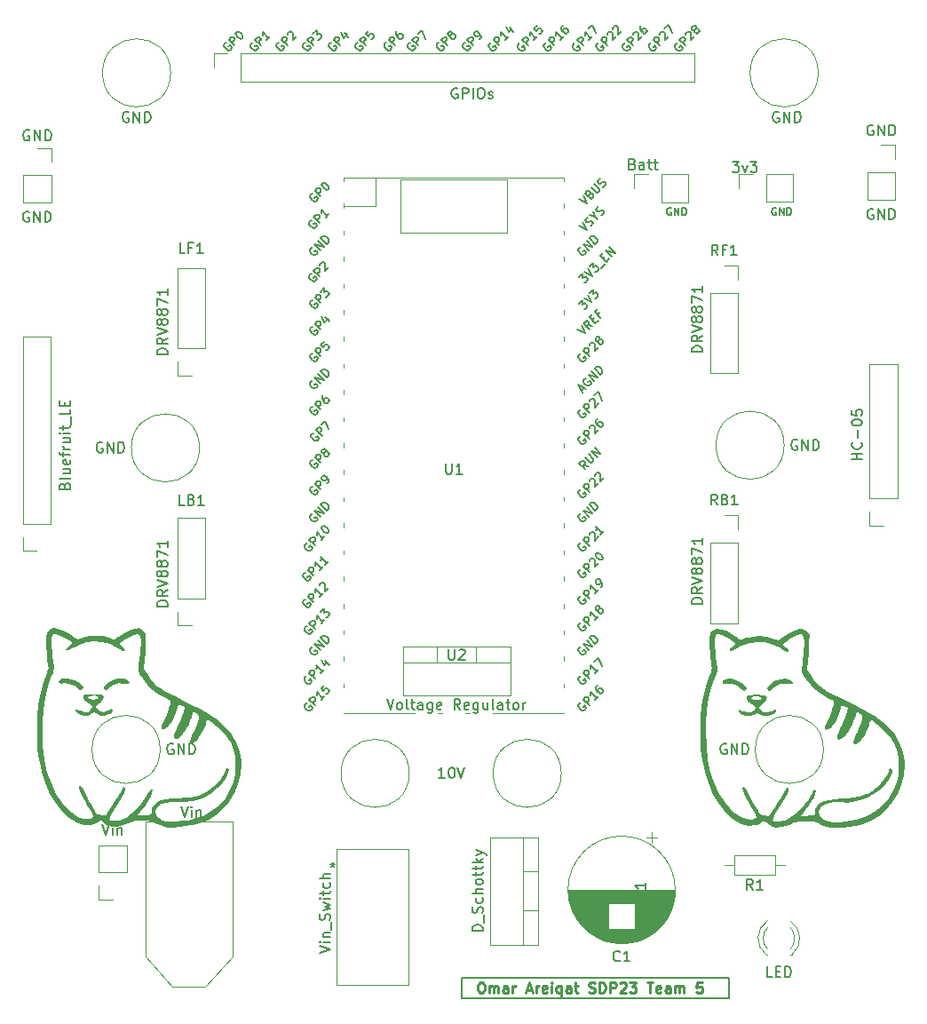
<source format=gbr>
%TF.GenerationSoftware,KiCad,Pcbnew,(6.0.9)*%
%TF.CreationDate,2022-12-14T14:47:06-05:00*%
%TF.ProjectId,Coaster_PCB_CDR,436f6173-7465-4725-9f50-43425f434452,rev?*%
%TF.SameCoordinates,Original*%
%TF.FileFunction,Legend,Top*%
%TF.FilePolarity,Positive*%
%FSLAX46Y46*%
G04 Gerber Fmt 4.6, Leading zero omitted, Abs format (unit mm)*
G04 Created by KiCad (PCBNEW (6.0.9)) date 2022-12-14 14:47:06*
%MOMM*%
%LPD*%
G01*
G04 APERTURE LIST*
%ADD10C,0.150000*%
%ADD11C,0.200000*%
%ADD12C,0.175000*%
%ADD13C,0.250000*%
%ADD14C,0.120000*%
G04 APERTURE END LIST*
D10*
X86263095Y-72750000D02*
X86167857Y-72702380D01*
X86025000Y-72702380D01*
X85882142Y-72750000D01*
X85786904Y-72845238D01*
X85739285Y-72940476D01*
X85691666Y-73130952D01*
X85691666Y-73273809D01*
X85739285Y-73464285D01*
X85786904Y-73559523D01*
X85882142Y-73654761D01*
X86025000Y-73702380D01*
X86120238Y-73702380D01*
X86263095Y-73654761D01*
X86310714Y-73607142D01*
X86310714Y-73273809D01*
X86120238Y-73273809D01*
X86739285Y-73702380D02*
X86739285Y-72702380D01*
X87310714Y-73702380D01*
X87310714Y-72702380D01*
X87786904Y-73702380D02*
X87786904Y-72702380D01*
X88025000Y-72702380D01*
X88167857Y-72750000D01*
X88263095Y-72845238D01*
X88310714Y-72940476D01*
X88358333Y-73130952D01*
X88358333Y-73273809D01*
X88310714Y-73464285D01*
X88263095Y-73559523D01*
X88167857Y-73654761D01*
X88025000Y-73702380D01*
X87786904Y-73702380D01*
X86238095Y-80500000D02*
X86142857Y-80452380D01*
X86000000Y-80452380D01*
X85857142Y-80500000D01*
X85761904Y-80595238D01*
X85714285Y-80690476D01*
X85666666Y-80880952D01*
X85666666Y-81023809D01*
X85714285Y-81214285D01*
X85761904Y-81309523D01*
X85857142Y-81404761D01*
X86000000Y-81452380D01*
X86095238Y-81452380D01*
X86238095Y-81404761D01*
X86285714Y-81357142D01*
X86285714Y-81023809D01*
X86095238Y-81023809D01*
X86714285Y-81452380D02*
X86714285Y-80452380D01*
X87285714Y-81452380D01*
X87285714Y-80452380D01*
X87761904Y-81452380D02*
X87761904Y-80452380D01*
X88000000Y-80452380D01*
X88142857Y-80500000D01*
X88238095Y-80595238D01*
X88285714Y-80690476D01*
X88333333Y-80880952D01*
X88333333Y-81023809D01*
X88285714Y-81214285D01*
X88238095Y-81309523D01*
X88142857Y-81404761D01*
X88000000Y-81452380D01*
X87761904Y-81452380D01*
X166738095Y-72250000D02*
X166642857Y-72202380D01*
X166500000Y-72202380D01*
X166357142Y-72250000D01*
X166261904Y-72345238D01*
X166214285Y-72440476D01*
X166166666Y-72630952D01*
X166166666Y-72773809D01*
X166214285Y-72964285D01*
X166261904Y-73059523D01*
X166357142Y-73154761D01*
X166500000Y-73202380D01*
X166595238Y-73202380D01*
X166738095Y-73154761D01*
X166785714Y-73107142D01*
X166785714Y-72773809D01*
X166595238Y-72773809D01*
X167214285Y-73202380D02*
X167214285Y-72202380D01*
X167785714Y-73202380D01*
X167785714Y-72202380D01*
X168261904Y-73202380D02*
X168261904Y-72202380D01*
X168500000Y-72202380D01*
X168642857Y-72250000D01*
X168738095Y-72345238D01*
X168785714Y-72440476D01*
X168833333Y-72630952D01*
X168833333Y-72773809D01*
X168785714Y-72964285D01*
X168738095Y-73059523D01*
X168642857Y-73154761D01*
X168500000Y-73202380D01*
X168261904Y-73202380D01*
D11*
X153000000Y-155500000D02*
X127500000Y-155500000D01*
X127500000Y-155500000D02*
X127500000Y-153500000D01*
X127500000Y-153500000D02*
X153000000Y-153500000D01*
X153000000Y-153500000D02*
X153000000Y-155500000D01*
D10*
X143043722Y-64390592D02*
X142962910Y-64417529D01*
X142882097Y-64498341D01*
X142828223Y-64606091D01*
X142828223Y-64713841D01*
X142855160Y-64794653D01*
X142935972Y-64929340D01*
X143016784Y-65010152D01*
X143151471Y-65090964D01*
X143232284Y-65117902D01*
X143340033Y-65117902D01*
X143447783Y-65064027D01*
X143501658Y-65010152D01*
X143555532Y-64902402D01*
X143555532Y-64848528D01*
X143366971Y-64659966D01*
X143259221Y-64767715D01*
X143851844Y-64659966D02*
X143286158Y-64094280D01*
X143501658Y-63878781D01*
X143582470Y-63851844D01*
X143636345Y-63851844D01*
X143717157Y-63878781D01*
X143797969Y-63959593D01*
X143824906Y-64040406D01*
X143824906Y-64094280D01*
X143797969Y-64175093D01*
X143582470Y-64390592D01*
X143878781Y-63609407D02*
X143878781Y-63555532D01*
X143905719Y-63474720D01*
X144040406Y-63340033D01*
X144121218Y-63313096D01*
X144175093Y-63313096D01*
X144255905Y-63340033D01*
X144309780Y-63393908D01*
X144363654Y-63501658D01*
X144363654Y-64148155D01*
X144713841Y-63797969D01*
X144633028Y-62747410D02*
X144525279Y-62855160D01*
X144498341Y-62935972D01*
X144498341Y-62989847D01*
X144525279Y-63124534D01*
X144606091Y-63259221D01*
X144821590Y-63474720D01*
X144902402Y-63501658D01*
X144956277Y-63501658D01*
X145037089Y-63474720D01*
X145144839Y-63366971D01*
X145171776Y-63286158D01*
X145171776Y-63232284D01*
X145144839Y-63151471D01*
X145010152Y-63016784D01*
X144929340Y-62989847D01*
X144875465Y-62989847D01*
X144794653Y-63016784D01*
X144686903Y-63124534D01*
X144659966Y-63205346D01*
X144659966Y-63259221D01*
X144686903Y-63340033D01*
X138293722Y-64390592D02*
X138212910Y-64417529D01*
X138132097Y-64498341D01*
X138078223Y-64606091D01*
X138078223Y-64713841D01*
X138105160Y-64794653D01*
X138185972Y-64929340D01*
X138266784Y-65010152D01*
X138401471Y-65090964D01*
X138482284Y-65117902D01*
X138590033Y-65117902D01*
X138697783Y-65064027D01*
X138751658Y-65010152D01*
X138805532Y-64902402D01*
X138805532Y-64848528D01*
X138616971Y-64659966D01*
X138509221Y-64767715D01*
X139101844Y-64659966D02*
X138536158Y-64094280D01*
X138751658Y-63878781D01*
X138832470Y-63851844D01*
X138886345Y-63851844D01*
X138967157Y-63878781D01*
X139047969Y-63959593D01*
X139074906Y-64040406D01*
X139074906Y-64094280D01*
X139047969Y-64175093D01*
X138832470Y-64390592D01*
X139963841Y-63797969D02*
X139640592Y-64121218D01*
X139802216Y-63959593D02*
X139236531Y-63393908D01*
X139263468Y-63528595D01*
X139263468Y-63636345D01*
X139236531Y-63717157D01*
X139586717Y-63043722D02*
X139963841Y-62666598D01*
X140287089Y-63474720D01*
D12*
X147466666Y-80150000D02*
X147400000Y-80116666D01*
X147300000Y-80116666D01*
X147200000Y-80150000D01*
X147133333Y-80216666D01*
X147100000Y-80283333D01*
X147066666Y-80416666D01*
X147066666Y-80516666D01*
X147100000Y-80650000D01*
X147133333Y-80716666D01*
X147200000Y-80783333D01*
X147300000Y-80816666D01*
X147366666Y-80816666D01*
X147466666Y-80783333D01*
X147500000Y-80750000D01*
X147500000Y-80516666D01*
X147366666Y-80516666D01*
X147800000Y-80816666D02*
X147800000Y-80116666D01*
X148200000Y-80816666D01*
X148200000Y-80116666D01*
X148533333Y-80816666D02*
X148533333Y-80116666D01*
X148700000Y-80116666D01*
X148800000Y-80150000D01*
X148866666Y-80216666D01*
X148900000Y-80283333D01*
X148933333Y-80416666D01*
X148933333Y-80516666D01*
X148900000Y-80650000D01*
X148866666Y-80716666D01*
X148800000Y-80783333D01*
X148700000Y-80816666D01*
X148533333Y-80816666D01*
D10*
X105063096Y-64371218D02*
X104982284Y-64398155D01*
X104901471Y-64478967D01*
X104847597Y-64586717D01*
X104847597Y-64694467D01*
X104874534Y-64775279D01*
X104955346Y-64909966D01*
X105036158Y-64990778D01*
X105170845Y-65071590D01*
X105251658Y-65098528D01*
X105359407Y-65098528D01*
X105467157Y-65044653D01*
X105521032Y-64990778D01*
X105574906Y-64883028D01*
X105574906Y-64829154D01*
X105386345Y-64640592D01*
X105278595Y-64748341D01*
X105871218Y-64640592D02*
X105305532Y-64074906D01*
X105521032Y-63859407D01*
X105601844Y-63832470D01*
X105655719Y-63832470D01*
X105736531Y-63859407D01*
X105817343Y-63940219D01*
X105844280Y-64021032D01*
X105844280Y-64074906D01*
X105817343Y-64155719D01*
X105601844Y-64371218D01*
X105978967Y-63401471D02*
X106032842Y-63347597D01*
X106113654Y-63320659D01*
X106167529Y-63320659D01*
X106248341Y-63347597D01*
X106383028Y-63428409D01*
X106517715Y-63563096D01*
X106598528Y-63697783D01*
X106625465Y-63778595D01*
X106625465Y-63832470D01*
X106598528Y-63913282D01*
X106544653Y-63967157D01*
X106463841Y-63994094D01*
X106409966Y-63994094D01*
X106329154Y-63967157D01*
X106194467Y-63886345D01*
X106059780Y-63751658D01*
X105978967Y-63616971D01*
X105952030Y-63536158D01*
X105952030Y-63482284D01*
X105978967Y-63401471D01*
X133043722Y-64390592D02*
X132962910Y-64417529D01*
X132882097Y-64498341D01*
X132828223Y-64606091D01*
X132828223Y-64713841D01*
X132855160Y-64794653D01*
X132935972Y-64929340D01*
X133016784Y-65010152D01*
X133151471Y-65090964D01*
X133232284Y-65117902D01*
X133340033Y-65117902D01*
X133447783Y-65064027D01*
X133501658Y-65010152D01*
X133555532Y-64902402D01*
X133555532Y-64848528D01*
X133366971Y-64659966D01*
X133259221Y-64767715D01*
X133851844Y-64659966D02*
X133286158Y-64094280D01*
X133501658Y-63878781D01*
X133582470Y-63851844D01*
X133636345Y-63851844D01*
X133717157Y-63878781D01*
X133797969Y-63959593D01*
X133824906Y-64040406D01*
X133824906Y-64094280D01*
X133797969Y-64175093D01*
X133582470Y-64390592D01*
X134713841Y-63797969D02*
X134390592Y-64121218D01*
X134552216Y-63959593D02*
X133986531Y-63393908D01*
X134013468Y-63528595D01*
X134013468Y-63636345D01*
X133986531Y-63717157D01*
X134659966Y-62720473D02*
X134390592Y-62989847D01*
X134633028Y-63286158D01*
X134633028Y-63232284D01*
X134659966Y-63151471D01*
X134794653Y-63016784D01*
X134875465Y-62989847D01*
X134929340Y-62989847D01*
X135010152Y-63016784D01*
X135144839Y-63151471D01*
X135171776Y-63232284D01*
X135171776Y-63286158D01*
X135144839Y-63366971D01*
X135010152Y-63501658D01*
X134929340Y-63528595D01*
X134875465Y-63528595D01*
D13*
X129273809Y-153952380D02*
X129464285Y-153952380D01*
X129559523Y-154000000D01*
X129654761Y-154095238D01*
X129702380Y-154285714D01*
X129702380Y-154619047D01*
X129654761Y-154809523D01*
X129559523Y-154904761D01*
X129464285Y-154952380D01*
X129273809Y-154952380D01*
X129178571Y-154904761D01*
X129083333Y-154809523D01*
X129035714Y-154619047D01*
X129035714Y-154285714D01*
X129083333Y-154095238D01*
X129178571Y-154000000D01*
X129273809Y-153952380D01*
X130130952Y-154952380D02*
X130130952Y-154285714D01*
X130130952Y-154380952D02*
X130178571Y-154333333D01*
X130273809Y-154285714D01*
X130416666Y-154285714D01*
X130511904Y-154333333D01*
X130559523Y-154428571D01*
X130559523Y-154952380D01*
X130559523Y-154428571D02*
X130607142Y-154333333D01*
X130702380Y-154285714D01*
X130845238Y-154285714D01*
X130940476Y-154333333D01*
X130988095Y-154428571D01*
X130988095Y-154952380D01*
X131892857Y-154952380D02*
X131892857Y-154428571D01*
X131845238Y-154333333D01*
X131750000Y-154285714D01*
X131559523Y-154285714D01*
X131464285Y-154333333D01*
X131892857Y-154904761D02*
X131797619Y-154952380D01*
X131559523Y-154952380D01*
X131464285Y-154904761D01*
X131416666Y-154809523D01*
X131416666Y-154714285D01*
X131464285Y-154619047D01*
X131559523Y-154571428D01*
X131797619Y-154571428D01*
X131892857Y-154523809D01*
X132369047Y-154952380D02*
X132369047Y-154285714D01*
X132369047Y-154476190D02*
X132416666Y-154380952D01*
X132464285Y-154333333D01*
X132559523Y-154285714D01*
X132654761Y-154285714D01*
X133702380Y-154666666D02*
X134178571Y-154666666D01*
X133607142Y-154952380D02*
X133940476Y-153952380D01*
X134273809Y-154952380D01*
X134607142Y-154952380D02*
X134607142Y-154285714D01*
X134607142Y-154476190D02*
X134654761Y-154380952D01*
X134702380Y-154333333D01*
X134797619Y-154285714D01*
X134892857Y-154285714D01*
X135607142Y-154904761D02*
X135511904Y-154952380D01*
X135321428Y-154952380D01*
X135226190Y-154904761D01*
X135178571Y-154809523D01*
X135178571Y-154428571D01*
X135226190Y-154333333D01*
X135321428Y-154285714D01*
X135511904Y-154285714D01*
X135607142Y-154333333D01*
X135654761Y-154428571D01*
X135654761Y-154523809D01*
X135178571Y-154619047D01*
X136083333Y-154952380D02*
X136083333Y-154285714D01*
X136083333Y-153952380D02*
X136035714Y-154000000D01*
X136083333Y-154047619D01*
X136130952Y-154000000D01*
X136083333Y-153952380D01*
X136083333Y-154047619D01*
X136988095Y-154285714D02*
X136988095Y-155285714D01*
X136988095Y-154904761D02*
X136892857Y-154952380D01*
X136702380Y-154952380D01*
X136607142Y-154904761D01*
X136559523Y-154857142D01*
X136511904Y-154761904D01*
X136511904Y-154476190D01*
X136559523Y-154380952D01*
X136607142Y-154333333D01*
X136702380Y-154285714D01*
X136892857Y-154285714D01*
X136988095Y-154333333D01*
X137892857Y-154952380D02*
X137892857Y-154428571D01*
X137845238Y-154333333D01*
X137750000Y-154285714D01*
X137559523Y-154285714D01*
X137464285Y-154333333D01*
X137892857Y-154904761D02*
X137797619Y-154952380D01*
X137559523Y-154952380D01*
X137464285Y-154904761D01*
X137416666Y-154809523D01*
X137416666Y-154714285D01*
X137464285Y-154619047D01*
X137559523Y-154571428D01*
X137797619Y-154571428D01*
X137892857Y-154523809D01*
X138226190Y-154285714D02*
X138607142Y-154285714D01*
X138369047Y-153952380D02*
X138369047Y-154809523D01*
X138416666Y-154904761D01*
X138511904Y-154952380D01*
X138607142Y-154952380D01*
X139654761Y-154904761D02*
X139797619Y-154952380D01*
X140035714Y-154952380D01*
X140130952Y-154904761D01*
X140178571Y-154857142D01*
X140226190Y-154761904D01*
X140226190Y-154666666D01*
X140178571Y-154571428D01*
X140130952Y-154523809D01*
X140035714Y-154476190D01*
X139845238Y-154428571D01*
X139750000Y-154380952D01*
X139702380Y-154333333D01*
X139654761Y-154238095D01*
X139654761Y-154142857D01*
X139702380Y-154047619D01*
X139750000Y-154000000D01*
X139845238Y-153952380D01*
X140083333Y-153952380D01*
X140226190Y-154000000D01*
X140654761Y-154952380D02*
X140654761Y-153952380D01*
X140892857Y-153952380D01*
X141035714Y-154000000D01*
X141130952Y-154095238D01*
X141178571Y-154190476D01*
X141226190Y-154380952D01*
X141226190Y-154523809D01*
X141178571Y-154714285D01*
X141130952Y-154809523D01*
X141035714Y-154904761D01*
X140892857Y-154952380D01*
X140654761Y-154952380D01*
X141654761Y-154952380D02*
X141654761Y-153952380D01*
X142035714Y-153952380D01*
X142130952Y-154000000D01*
X142178571Y-154047619D01*
X142226190Y-154142857D01*
X142226190Y-154285714D01*
X142178571Y-154380952D01*
X142130952Y-154428571D01*
X142035714Y-154476190D01*
X141654761Y-154476190D01*
X142607142Y-154047619D02*
X142654761Y-154000000D01*
X142750000Y-153952380D01*
X142988095Y-153952380D01*
X143083333Y-154000000D01*
X143130952Y-154047619D01*
X143178571Y-154142857D01*
X143178571Y-154238095D01*
X143130952Y-154380952D01*
X142559523Y-154952380D01*
X143178571Y-154952380D01*
X143511904Y-153952380D02*
X144130952Y-153952380D01*
X143797619Y-154333333D01*
X143940476Y-154333333D01*
X144035714Y-154380952D01*
X144083333Y-154428571D01*
X144130952Y-154523809D01*
X144130952Y-154761904D01*
X144083333Y-154857142D01*
X144035714Y-154904761D01*
X143940476Y-154952380D01*
X143654761Y-154952380D01*
X143559523Y-154904761D01*
X143511904Y-154857142D01*
X145178571Y-153952380D02*
X145750000Y-153952380D01*
X145464285Y-154952380D02*
X145464285Y-153952380D01*
X146464285Y-154904761D02*
X146369047Y-154952380D01*
X146178571Y-154952380D01*
X146083333Y-154904761D01*
X146035714Y-154809523D01*
X146035714Y-154428571D01*
X146083333Y-154333333D01*
X146178571Y-154285714D01*
X146369047Y-154285714D01*
X146464285Y-154333333D01*
X146511904Y-154428571D01*
X146511904Y-154523809D01*
X146035714Y-154619047D01*
X147369047Y-154952380D02*
X147369047Y-154428571D01*
X147321428Y-154333333D01*
X147226190Y-154285714D01*
X147035714Y-154285714D01*
X146940476Y-154333333D01*
X147369047Y-154904761D02*
X147273809Y-154952380D01*
X147035714Y-154952380D01*
X146940476Y-154904761D01*
X146892857Y-154809523D01*
X146892857Y-154714285D01*
X146940476Y-154619047D01*
X147035714Y-154571428D01*
X147273809Y-154571428D01*
X147369047Y-154523809D01*
X147845238Y-154952380D02*
X147845238Y-154285714D01*
X147845238Y-154380952D02*
X147892857Y-154333333D01*
X147988095Y-154285714D01*
X148130952Y-154285714D01*
X148226190Y-154333333D01*
X148273809Y-154428571D01*
X148273809Y-154952380D01*
X148273809Y-154428571D02*
X148321428Y-154333333D01*
X148416666Y-154285714D01*
X148559523Y-154285714D01*
X148654761Y-154333333D01*
X148702380Y-154428571D01*
X148702380Y-154952380D01*
X150416666Y-153952380D02*
X149940476Y-153952380D01*
X149892857Y-154428571D01*
X149940476Y-154380952D01*
X150035714Y-154333333D01*
X150273809Y-154333333D01*
X150369047Y-154380952D01*
X150416666Y-154428571D01*
X150464285Y-154523809D01*
X150464285Y-154761904D01*
X150416666Y-154857142D01*
X150369047Y-154904761D01*
X150273809Y-154952380D01*
X150035714Y-154952380D01*
X149940476Y-154904761D01*
X149892857Y-154857142D01*
D10*
X130293722Y-64390592D02*
X130212910Y-64417529D01*
X130132097Y-64498341D01*
X130078223Y-64606091D01*
X130078223Y-64713841D01*
X130105160Y-64794653D01*
X130185972Y-64929340D01*
X130266784Y-65010152D01*
X130401471Y-65090964D01*
X130482284Y-65117902D01*
X130590033Y-65117902D01*
X130697783Y-65064027D01*
X130751658Y-65010152D01*
X130805532Y-64902402D01*
X130805532Y-64848528D01*
X130616971Y-64659966D01*
X130509221Y-64767715D01*
X131101844Y-64659966D02*
X130536158Y-64094280D01*
X130751658Y-63878781D01*
X130832470Y-63851844D01*
X130886345Y-63851844D01*
X130967157Y-63878781D01*
X131047969Y-63959593D01*
X131074906Y-64040406D01*
X131074906Y-64094280D01*
X131047969Y-64175093D01*
X130832470Y-64390592D01*
X131963841Y-63797969D02*
X131640592Y-64121218D01*
X131802216Y-63959593D02*
X131236531Y-63393908D01*
X131263468Y-63528595D01*
X131263468Y-63636345D01*
X131236531Y-63717157D01*
X132071590Y-62935972D02*
X132448714Y-63313096D01*
X131721404Y-62855160D02*
X131990778Y-63393908D01*
X132340964Y-63043722D01*
X117563096Y-64371218D02*
X117482284Y-64398155D01*
X117401471Y-64478967D01*
X117347597Y-64586717D01*
X117347597Y-64694467D01*
X117374534Y-64775279D01*
X117455346Y-64909966D01*
X117536158Y-64990778D01*
X117670845Y-65071590D01*
X117751658Y-65098528D01*
X117859407Y-65098528D01*
X117967157Y-65044653D01*
X118021032Y-64990778D01*
X118074906Y-64883028D01*
X118074906Y-64829154D01*
X117886345Y-64640592D01*
X117778595Y-64748341D01*
X118371218Y-64640592D02*
X117805532Y-64074906D01*
X118021032Y-63859407D01*
X118101844Y-63832470D01*
X118155719Y-63832470D01*
X118236531Y-63859407D01*
X118317343Y-63940219D01*
X118344280Y-64021032D01*
X118344280Y-64074906D01*
X118317343Y-64155719D01*
X118101844Y-64371218D01*
X118640592Y-63239847D02*
X118371218Y-63509221D01*
X118613654Y-63805532D01*
X118613654Y-63751658D01*
X118640592Y-63670845D01*
X118775279Y-63536158D01*
X118856091Y-63509221D01*
X118909966Y-63509221D01*
X118990778Y-63536158D01*
X119125465Y-63670845D01*
X119152402Y-63751658D01*
X119152402Y-63805532D01*
X119125465Y-63886345D01*
X118990778Y-64021032D01*
X118909966Y-64047969D01*
X118856091Y-64047969D01*
X107563096Y-64371218D02*
X107482284Y-64398155D01*
X107401471Y-64478967D01*
X107347597Y-64586717D01*
X107347597Y-64694467D01*
X107374534Y-64775279D01*
X107455346Y-64909966D01*
X107536158Y-64990778D01*
X107670845Y-65071590D01*
X107751658Y-65098528D01*
X107859407Y-65098528D01*
X107967157Y-65044653D01*
X108021032Y-64990778D01*
X108074906Y-64883028D01*
X108074906Y-64829154D01*
X107886345Y-64640592D01*
X107778595Y-64748341D01*
X108371218Y-64640592D02*
X107805532Y-64074906D01*
X108021032Y-63859407D01*
X108101844Y-63832470D01*
X108155719Y-63832470D01*
X108236531Y-63859407D01*
X108317343Y-63940219D01*
X108344280Y-64021032D01*
X108344280Y-64074906D01*
X108317343Y-64155719D01*
X108101844Y-64371218D01*
X109233215Y-63778595D02*
X108909966Y-64101844D01*
X109071590Y-63940219D02*
X108505905Y-63374534D01*
X108532842Y-63509221D01*
X108532842Y-63616971D01*
X108505905Y-63697783D01*
X148043722Y-64390592D02*
X147962910Y-64417529D01*
X147882097Y-64498341D01*
X147828223Y-64606091D01*
X147828223Y-64713841D01*
X147855160Y-64794653D01*
X147935972Y-64929340D01*
X148016784Y-65010152D01*
X148151471Y-65090964D01*
X148232284Y-65117902D01*
X148340033Y-65117902D01*
X148447783Y-65064027D01*
X148501658Y-65010152D01*
X148555532Y-64902402D01*
X148555532Y-64848528D01*
X148366971Y-64659966D01*
X148259221Y-64767715D01*
X148851844Y-64659966D02*
X148286158Y-64094280D01*
X148501658Y-63878781D01*
X148582470Y-63851844D01*
X148636345Y-63851844D01*
X148717157Y-63878781D01*
X148797969Y-63959593D01*
X148824906Y-64040406D01*
X148824906Y-64094280D01*
X148797969Y-64175093D01*
X148582470Y-64390592D01*
X148878781Y-63609407D02*
X148878781Y-63555532D01*
X148905719Y-63474720D01*
X149040406Y-63340033D01*
X149121218Y-63313096D01*
X149175093Y-63313096D01*
X149255905Y-63340033D01*
X149309780Y-63393908D01*
X149363654Y-63501658D01*
X149363654Y-64148155D01*
X149713841Y-63797969D01*
X149713841Y-63151471D02*
X149633028Y-63178409D01*
X149579154Y-63178409D01*
X149498341Y-63151471D01*
X149471404Y-63124534D01*
X149444467Y-63043722D01*
X149444467Y-62989847D01*
X149471404Y-62909035D01*
X149579154Y-62801285D01*
X149659966Y-62774348D01*
X149713841Y-62774348D01*
X149794653Y-62801285D01*
X149821590Y-62828223D01*
X149848528Y-62909035D01*
X149848528Y-62962910D01*
X149821590Y-63043722D01*
X149713841Y-63151471D01*
X149686903Y-63232284D01*
X149686903Y-63286158D01*
X149713841Y-63366971D01*
X149821590Y-63474720D01*
X149902402Y-63501658D01*
X149956277Y-63501658D01*
X150037089Y-63474720D01*
X150144839Y-63366971D01*
X150171776Y-63286158D01*
X150171776Y-63232284D01*
X150144839Y-63151471D01*
X150037089Y-63043722D01*
X149956277Y-63016784D01*
X149902402Y-63016784D01*
X149821590Y-63043722D01*
X120313096Y-64371218D02*
X120232284Y-64398155D01*
X120151471Y-64478967D01*
X120097597Y-64586717D01*
X120097597Y-64694467D01*
X120124534Y-64775279D01*
X120205346Y-64909966D01*
X120286158Y-64990778D01*
X120420845Y-65071590D01*
X120501658Y-65098528D01*
X120609407Y-65098528D01*
X120717157Y-65044653D01*
X120771032Y-64990778D01*
X120824906Y-64883028D01*
X120824906Y-64829154D01*
X120636345Y-64640592D01*
X120528595Y-64748341D01*
X121121218Y-64640592D02*
X120555532Y-64074906D01*
X120771032Y-63859407D01*
X120851844Y-63832470D01*
X120905719Y-63832470D01*
X120986531Y-63859407D01*
X121067343Y-63940219D01*
X121094280Y-64021032D01*
X121094280Y-64074906D01*
X121067343Y-64155719D01*
X120851844Y-64371218D01*
X121363654Y-63266784D02*
X121255905Y-63374534D01*
X121228967Y-63455346D01*
X121228967Y-63509221D01*
X121255905Y-63643908D01*
X121336717Y-63778595D01*
X121552216Y-63994094D01*
X121633028Y-64021032D01*
X121686903Y-64021032D01*
X121767715Y-63994094D01*
X121875465Y-63886345D01*
X121902402Y-63805532D01*
X121902402Y-63751658D01*
X121875465Y-63670845D01*
X121740778Y-63536158D01*
X121659966Y-63509221D01*
X121606091Y-63509221D01*
X121525279Y-63536158D01*
X121417529Y-63643908D01*
X121390592Y-63724720D01*
X121390592Y-63778595D01*
X121417529Y-63859407D01*
X125313096Y-64371218D02*
X125232284Y-64398155D01*
X125151471Y-64478967D01*
X125097597Y-64586717D01*
X125097597Y-64694467D01*
X125124534Y-64775279D01*
X125205346Y-64909966D01*
X125286158Y-64990778D01*
X125420845Y-65071590D01*
X125501658Y-65098528D01*
X125609407Y-65098528D01*
X125717157Y-65044653D01*
X125771032Y-64990778D01*
X125824906Y-64883028D01*
X125824906Y-64829154D01*
X125636345Y-64640592D01*
X125528595Y-64748341D01*
X126121218Y-64640592D02*
X125555532Y-64074906D01*
X125771032Y-63859407D01*
X125851844Y-63832470D01*
X125905719Y-63832470D01*
X125986531Y-63859407D01*
X126067343Y-63940219D01*
X126094280Y-64021032D01*
X126094280Y-64074906D01*
X126067343Y-64155719D01*
X125851844Y-64371218D01*
X126444467Y-63670845D02*
X126363654Y-63697783D01*
X126309780Y-63697783D01*
X126228967Y-63670845D01*
X126202030Y-63643908D01*
X126175093Y-63563096D01*
X126175093Y-63509221D01*
X126202030Y-63428409D01*
X126309780Y-63320659D01*
X126390592Y-63293722D01*
X126444467Y-63293722D01*
X126525279Y-63320659D01*
X126552216Y-63347597D01*
X126579154Y-63428409D01*
X126579154Y-63482284D01*
X126552216Y-63563096D01*
X126444467Y-63670845D01*
X126417529Y-63751658D01*
X126417529Y-63805532D01*
X126444467Y-63886345D01*
X126552216Y-63994094D01*
X126633028Y-64021032D01*
X126686903Y-64021032D01*
X126767715Y-63994094D01*
X126875465Y-63886345D01*
X126902402Y-63805532D01*
X126902402Y-63751658D01*
X126875465Y-63670845D01*
X126767715Y-63563096D01*
X126686903Y-63536158D01*
X126633028Y-63536158D01*
X126552216Y-63563096D01*
D12*
X157466666Y-80150000D02*
X157400000Y-80116666D01*
X157300000Y-80116666D01*
X157200000Y-80150000D01*
X157133333Y-80216666D01*
X157100000Y-80283333D01*
X157066666Y-80416666D01*
X157066666Y-80516666D01*
X157100000Y-80650000D01*
X157133333Y-80716666D01*
X157200000Y-80783333D01*
X157300000Y-80816666D01*
X157366666Y-80816666D01*
X157466666Y-80783333D01*
X157500000Y-80750000D01*
X157500000Y-80516666D01*
X157366666Y-80516666D01*
X157800000Y-80816666D02*
X157800000Y-80116666D01*
X158200000Y-80816666D01*
X158200000Y-80116666D01*
X158533333Y-80816666D02*
X158533333Y-80116666D01*
X158700000Y-80116666D01*
X158800000Y-80150000D01*
X158866666Y-80216666D01*
X158900000Y-80283333D01*
X158933333Y-80416666D01*
X158933333Y-80516666D01*
X158900000Y-80650000D01*
X158866666Y-80716666D01*
X158800000Y-80783333D01*
X158700000Y-80816666D01*
X158533333Y-80816666D01*
D10*
X127813096Y-64371218D02*
X127732284Y-64398155D01*
X127651471Y-64478967D01*
X127597597Y-64586717D01*
X127597597Y-64694467D01*
X127624534Y-64775279D01*
X127705346Y-64909966D01*
X127786158Y-64990778D01*
X127920845Y-65071590D01*
X128001658Y-65098528D01*
X128109407Y-65098528D01*
X128217157Y-65044653D01*
X128271032Y-64990778D01*
X128324906Y-64883028D01*
X128324906Y-64829154D01*
X128136345Y-64640592D01*
X128028595Y-64748341D01*
X128621218Y-64640592D02*
X128055532Y-64074906D01*
X128271032Y-63859407D01*
X128351844Y-63832470D01*
X128405719Y-63832470D01*
X128486531Y-63859407D01*
X128567343Y-63940219D01*
X128594280Y-64021032D01*
X128594280Y-64074906D01*
X128567343Y-64155719D01*
X128351844Y-64371218D01*
X129213841Y-64047969D02*
X129321590Y-63940219D01*
X129348528Y-63859407D01*
X129348528Y-63805532D01*
X129321590Y-63670845D01*
X129240778Y-63536158D01*
X129025279Y-63320659D01*
X128944467Y-63293722D01*
X128890592Y-63293722D01*
X128809780Y-63320659D01*
X128702030Y-63428409D01*
X128675093Y-63509221D01*
X128675093Y-63563096D01*
X128702030Y-63643908D01*
X128836717Y-63778595D01*
X128917529Y-63805532D01*
X128971404Y-63805532D01*
X129052216Y-63778595D01*
X129159966Y-63670845D01*
X129186903Y-63590033D01*
X129186903Y-63536158D01*
X129159966Y-63455346D01*
X110063096Y-64371218D02*
X109982284Y-64398155D01*
X109901471Y-64478967D01*
X109847597Y-64586717D01*
X109847597Y-64694467D01*
X109874534Y-64775279D01*
X109955346Y-64909966D01*
X110036158Y-64990778D01*
X110170845Y-65071590D01*
X110251658Y-65098528D01*
X110359407Y-65098528D01*
X110467157Y-65044653D01*
X110521032Y-64990778D01*
X110574906Y-64883028D01*
X110574906Y-64829154D01*
X110386345Y-64640592D01*
X110278595Y-64748341D01*
X110871218Y-64640592D02*
X110305532Y-64074906D01*
X110521032Y-63859407D01*
X110601844Y-63832470D01*
X110655719Y-63832470D01*
X110736531Y-63859407D01*
X110817343Y-63940219D01*
X110844280Y-64021032D01*
X110844280Y-64074906D01*
X110817343Y-64155719D01*
X110601844Y-64371218D01*
X110898155Y-63590033D02*
X110898155Y-63536158D01*
X110925093Y-63455346D01*
X111059780Y-63320659D01*
X111140592Y-63293722D01*
X111194467Y-63293722D01*
X111275279Y-63320659D01*
X111329154Y-63374534D01*
X111383028Y-63482284D01*
X111383028Y-64128781D01*
X111733215Y-63778595D01*
X140543722Y-64390592D02*
X140462910Y-64417529D01*
X140382097Y-64498341D01*
X140328223Y-64606091D01*
X140328223Y-64713841D01*
X140355160Y-64794653D01*
X140435972Y-64929340D01*
X140516784Y-65010152D01*
X140651471Y-65090964D01*
X140732284Y-65117902D01*
X140840033Y-65117902D01*
X140947783Y-65064027D01*
X141001658Y-65010152D01*
X141055532Y-64902402D01*
X141055532Y-64848528D01*
X140866971Y-64659966D01*
X140759221Y-64767715D01*
X141351844Y-64659966D02*
X140786158Y-64094280D01*
X141001658Y-63878781D01*
X141082470Y-63851844D01*
X141136345Y-63851844D01*
X141217157Y-63878781D01*
X141297969Y-63959593D01*
X141324906Y-64040406D01*
X141324906Y-64094280D01*
X141297969Y-64175093D01*
X141082470Y-64390592D01*
X141378781Y-63609407D02*
X141378781Y-63555532D01*
X141405719Y-63474720D01*
X141540406Y-63340033D01*
X141621218Y-63313096D01*
X141675093Y-63313096D01*
X141755905Y-63340033D01*
X141809780Y-63393908D01*
X141863654Y-63501658D01*
X141863654Y-64148155D01*
X142213841Y-63797969D01*
X141917529Y-63070659D02*
X141917529Y-63016784D01*
X141944467Y-62935972D01*
X142079154Y-62801285D01*
X142159966Y-62774348D01*
X142213841Y-62774348D01*
X142294653Y-62801285D01*
X142348528Y-62855160D01*
X142402402Y-62962910D01*
X142402402Y-63609407D01*
X142752589Y-63259221D01*
X115063096Y-64371218D02*
X114982284Y-64398155D01*
X114901471Y-64478967D01*
X114847597Y-64586717D01*
X114847597Y-64694467D01*
X114874534Y-64775279D01*
X114955346Y-64909966D01*
X115036158Y-64990778D01*
X115170845Y-65071590D01*
X115251658Y-65098528D01*
X115359407Y-65098528D01*
X115467157Y-65044653D01*
X115521032Y-64990778D01*
X115574906Y-64883028D01*
X115574906Y-64829154D01*
X115386345Y-64640592D01*
X115278595Y-64748341D01*
X115871218Y-64640592D02*
X115305532Y-64074906D01*
X115521032Y-63859407D01*
X115601844Y-63832470D01*
X115655719Y-63832470D01*
X115736531Y-63859407D01*
X115817343Y-63940219D01*
X115844280Y-64021032D01*
X115844280Y-64074906D01*
X115817343Y-64155719D01*
X115601844Y-64371218D01*
X116302216Y-63455346D02*
X116679340Y-63832470D01*
X115952030Y-63374534D02*
X116221404Y-63913282D01*
X116571590Y-63563096D01*
X145543722Y-64390592D02*
X145462910Y-64417529D01*
X145382097Y-64498341D01*
X145328223Y-64606091D01*
X145328223Y-64713841D01*
X145355160Y-64794653D01*
X145435972Y-64929340D01*
X145516784Y-65010152D01*
X145651471Y-65090964D01*
X145732284Y-65117902D01*
X145840033Y-65117902D01*
X145947783Y-65064027D01*
X146001658Y-65010152D01*
X146055532Y-64902402D01*
X146055532Y-64848528D01*
X145866971Y-64659966D01*
X145759221Y-64767715D01*
X146351844Y-64659966D02*
X145786158Y-64094280D01*
X146001658Y-63878781D01*
X146082470Y-63851844D01*
X146136345Y-63851844D01*
X146217157Y-63878781D01*
X146297969Y-63959593D01*
X146324906Y-64040406D01*
X146324906Y-64094280D01*
X146297969Y-64175093D01*
X146082470Y-64390592D01*
X146378781Y-63609407D02*
X146378781Y-63555532D01*
X146405719Y-63474720D01*
X146540406Y-63340033D01*
X146621218Y-63313096D01*
X146675093Y-63313096D01*
X146755905Y-63340033D01*
X146809780Y-63393908D01*
X146863654Y-63501658D01*
X146863654Y-64148155D01*
X147213841Y-63797969D01*
X146836717Y-63043722D02*
X147213841Y-62666598D01*
X147537089Y-63474720D01*
X135543722Y-64390592D02*
X135462910Y-64417529D01*
X135382097Y-64498341D01*
X135328223Y-64606091D01*
X135328223Y-64713841D01*
X135355160Y-64794653D01*
X135435972Y-64929340D01*
X135516784Y-65010152D01*
X135651471Y-65090964D01*
X135732284Y-65117902D01*
X135840033Y-65117902D01*
X135947783Y-65064027D01*
X136001658Y-65010152D01*
X136055532Y-64902402D01*
X136055532Y-64848528D01*
X135866971Y-64659966D01*
X135759221Y-64767715D01*
X136351844Y-64659966D02*
X135786158Y-64094280D01*
X136001658Y-63878781D01*
X136082470Y-63851844D01*
X136136345Y-63851844D01*
X136217157Y-63878781D01*
X136297969Y-63959593D01*
X136324906Y-64040406D01*
X136324906Y-64094280D01*
X136297969Y-64175093D01*
X136082470Y-64390592D01*
X137213841Y-63797969D02*
X136890592Y-64121218D01*
X137052216Y-63959593D02*
X136486531Y-63393908D01*
X136513468Y-63528595D01*
X136513468Y-63636345D01*
X136486531Y-63717157D01*
X137133028Y-62747410D02*
X137025279Y-62855160D01*
X136998341Y-62935972D01*
X136998341Y-62989847D01*
X137025279Y-63124534D01*
X137106091Y-63259221D01*
X137321590Y-63474720D01*
X137402402Y-63501658D01*
X137456277Y-63501658D01*
X137537089Y-63474720D01*
X137644839Y-63366971D01*
X137671776Y-63286158D01*
X137671776Y-63232284D01*
X137644839Y-63151471D01*
X137510152Y-63016784D01*
X137429340Y-62989847D01*
X137375465Y-62989847D01*
X137294653Y-63016784D01*
X137186903Y-63124534D01*
X137159966Y-63205346D01*
X137159966Y-63259221D01*
X137186903Y-63340033D01*
X112563096Y-64371218D02*
X112482284Y-64398155D01*
X112401471Y-64478967D01*
X112347597Y-64586717D01*
X112347597Y-64694467D01*
X112374534Y-64775279D01*
X112455346Y-64909966D01*
X112536158Y-64990778D01*
X112670845Y-65071590D01*
X112751658Y-65098528D01*
X112859407Y-65098528D01*
X112967157Y-65044653D01*
X113021032Y-64990778D01*
X113074906Y-64883028D01*
X113074906Y-64829154D01*
X112886345Y-64640592D01*
X112778595Y-64748341D01*
X113371218Y-64640592D02*
X112805532Y-64074906D01*
X113021032Y-63859407D01*
X113101844Y-63832470D01*
X113155719Y-63832470D01*
X113236531Y-63859407D01*
X113317343Y-63940219D01*
X113344280Y-64021032D01*
X113344280Y-64074906D01*
X113317343Y-64155719D01*
X113101844Y-64371218D01*
X113317343Y-63563096D02*
X113667529Y-63212910D01*
X113694467Y-63616971D01*
X113775279Y-63536158D01*
X113856091Y-63509221D01*
X113909966Y-63509221D01*
X113990778Y-63536158D01*
X114125465Y-63670845D01*
X114152402Y-63751658D01*
X114152402Y-63805532D01*
X114125465Y-63886345D01*
X113963841Y-64047969D01*
X113883028Y-64074906D01*
X113829154Y-64074906D01*
X122563096Y-64371218D02*
X122482284Y-64398155D01*
X122401471Y-64478967D01*
X122347597Y-64586717D01*
X122347597Y-64694467D01*
X122374534Y-64775279D01*
X122455346Y-64909966D01*
X122536158Y-64990778D01*
X122670845Y-65071590D01*
X122751658Y-65098528D01*
X122859407Y-65098528D01*
X122967157Y-65044653D01*
X123021032Y-64990778D01*
X123074906Y-64883028D01*
X123074906Y-64829154D01*
X122886345Y-64640592D01*
X122778595Y-64748341D01*
X123371218Y-64640592D02*
X122805532Y-64074906D01*
X123021032Y-63859407D01*
X123101844Y-63832470D01*
X123155719Y-63832470D01*
X123236531Y-63859407D01*
X123317343Y-63940219D01*
X123344280Y-64021032D01*
X123344280Y-64074906D01*
X123317343Y-64155719D01*
X123101844Y-64371218D01*
X123317343Y-63563096D02*
X123694467Y-63185972D01*
X124017715Y-63994094D01*
%TO.C,J17*%
X166738095Y-80270000D02*
X166642857Y-80222380D01*
X166500000Y-80222380D01*
X166357142Y-80270000D01*
X166261904Y-80365238D01*
X166214285Y-80460476D01*
X166166666Y-80650952D01*
X166166666Y-80793809D01*
X166214285Y-80984285D01*
X166261904Y-81079523D01*
X166357142Y-81174761D01*
X166500000Y-81222380D01*
X166595238Y-81222380D01*
X166738095Y-81174761D01*
X166785714Y-81127142D01*
X166785714Y-80793809D01*
X166595238Y-80793809D01*
X167214285Y-81222380D02*
X167214285Y-80222380D01*
X167785714Y-81222380D01*
X167785714Y-80222380D01*
X168261904Y-81222380D02*
X168261904Y-80222380D01*
X168500000Y-80222380D01*
X168642857Y-80270000D01*
X168738095Y-80365238D01*
X168785714Y-80460476D01*
X168833333Y-80650952D01*
X168833333Y-80793809D01*
X168785714Y-80984285D01*
X168738095Y-81079523D01*
X168642857Y-81174761D01*
X168500000Y-81222380D01*
X168261904Y-81222380D01*
%TO.C,J11*%
X99988095Y-131250000D02*
X99892857Y-131202380D01*
X99750000Y-131202380D01*
X99607142Y-131250000D01*
X99511904Y-131345238D01*
X99464285Y-131440476D01*
X99416666Y-131630952D01*
X99416666Y-131773809D01*
X99464285Y-131964285D01*
X99511904Y-132059523D01*
X99607142Y-132154761D01*
X99750000Y-132202380D01*
X99845238Y-132202380D01*
X99988095Y-132154761D01*
X100035714Y-132107142D01*
X100035714Y-131773809D01*
X99845238Y-131773809D01*
X100464285Y-132202380D02*
X100464285Y-131202380D01*
X101035714Y-132202380D01*
X101035714Y-131202380D01*
X101511904Y-132202380D02*
X101511904Y-131202380D01*
X101750000Y-131202380D01*
X101892857Y-131250000D01*
X101988095Y-131345238D01*
X102035714Y-131440476D01*
X102083333Y-131630952D01*
X102083333Y-131773809D01*
X102035714Y-131964285D01*
X101988095Y-132059523D01*
X101892857Y-132154761D01*
X101750000Y-132202380D01*
X101511904Y-132202380D01*
%TO.C,RF1*%
X151929761Y-84632380D02*
X151596428Y-84156190D01*
X151358333Y-84632380D02*
X151358333Y-83632380D01*
X151739285Y-83632380D01*
X151834523Y-83680000D01*
X151882142Y-83727619D01*
X151929761Y-83822857D01*
X151929761Y-83965714D01*
X151882142Y-84060952D01*
X151834523Y-84108571D01*
X151739285Y-84156190D01*
X151358333Y-84156190D01*
X152691666Y-84108571D02*
X152358333Y-84108571D01*
X152358333Y-84632380D02*
X152358333Y-83632380D01*
X152834523Y-83632380D01*
X153739285Y-84632380D02*
X153167857Y-84632380D01*
X153453571Y-84632380D02*
X153453571Y-83632380D01*
X153358333Y-83775238D01*
X153263095Y-83870476D01*
X153167857Y-83918095D01*
X150452380Y-93845238D02*
X149452380Y-93845238D01*
X149452380Y-93607142D01*
X149500000Y-93464285D01*
X149595238Y-93369047D01*
X149690476Y-93321428D01*
X149880952Y-93273809D01*
X150023809Y-93273809D01*
X150214285Y-93321428D01*
X150309523Y-93369047D01*
X150404761Y-93464285D01*
X150452380Y-93607142D01*
X150452380Y-93845238D01*
X150452380Y-92273809D02*
X149976190Y-92607142D01*
X150452380Y-92845238D02*
X149452380Y-92845238D01*
X149452380Y-92464285D01*
X149500000Y-92369047D01*
X149547619Y-92321428D01*
X149642857Y-92273809D01*
X149785714Y-92273809D01*
X149880952Y-92321428D01*
X149928571Y-92369047D01*
X149976190Y-92464285D01*
X149976190Y-92845238D01*
X149452380Y-91988095D02*
X150452380Y-91654761D01*
X149452380Y-91321428D01*
X149880952Y-90845238D02*
X149833333Y-90940476D01*
X149785714Y-90988095D01*
X149690476Y-91035714D01*
X149642857Y-91035714D01*
X149547619Y-90988095D01*
X149500000Y-90940476D01*
X149452380Y-90845238D01*
X149452380Y-90654761D01*
X149500000Y-90559523D01*
X149547619Y-90511904D01*
X149642857Y-90464285D01*
X149690476Y-90464285D01*
X149785714Y-90511904D01*
X149833333Y-90559523D01*
X149880952Y-90654761D01*
X149880952Y-90845238D01*
X149928571Y-90940476D01*
X149976190Y-90988095D01*
X150071428Y-91035714D01*
X150261904Y-91035714D01*
X150357142Y-90988095D01*
X150404761Y-90940476D01*
X150452380Y-90845238D01*
X150452380Y-90654761D01*
X150404761Y-90559523D01*
X150357142Y-90511904D01*
X150261904Y-90464285D01*
X150071428Y-90464285D01*
X149976190Y-90511904D01*
X149928571Y-90559523D01*
X149880952Y-90654761D01*
X149880952Y-89892857D02*
X149833333Y-89988095D01*
X149785714Y-90035714D01*
X149690476Y-90083333D01*
X149642857Y-90083333D01*
X149547619Y-90035714D01*
X149500000Y-89988095D01*
X149452380Y-89892857D01*
X149452380Y-89702380D01*
X149500000Y-89607142D01*
X149547619Y-89559523D01*
X149642857Y-89511904D01*
X149690476Y-89511904D01*
X149785714Y-89559523D01*
X149833333Y-89607142D01*
X149880952Y-89702380D01*
X149880952Y-89892857D01*
X149928571Y-89988095D01*
X149976190Y-90035714D01*
X150071428Y-90083333D01*
X150261904Y-90083333D01*
X150357142Y-90035714D01*
X150404761Y-89988095D01*
X150452380Y-89892857D01*
X150452380Y-89702380D01*
X150404761Y-89607142D01*
X150357142Y-89559523D01*
X150261904Y-89511904D01*
X150071428Y-89511904D01*
X149976190Y-89559523D01*
X149928571Y-89607142D01*
X149880952Y-89702380D01*
X149452380Y-89178571D02*
X149452380Y-88511904D01*
X150452380Y-88940476D01*
X150452380Y-87607142D02*
X150452380Y-88178571D01*
X150452380Y-87892857D02*
X149452380Y-87892857D01*
X149595238Y-87988095D01*
X149690476Y-88083333D01*
X149738095Y-88178571D01*
%TO.C,J15*%
X157738095Y-71000000D02*
X157642857Y-70952380D01*
X157500000Y-70952380D01*
X157357142Y-71000000D01*
X157261904Y-71095238D01*
X157214285Y-71190476D01*
X157166666Y-71380952D01*
X157166666Y-71523809D01*
X157214285Y-71714285D01*
X157261904Y-71809523D01*
X157357142Y-71904761D01*
X157500000Y-71952380D01*
X157595238Y-71952380D01*
X157738095Y-71904761D01*
X157785714Y-71857142D01*
X157785714Y-71523809D01*
X157595238Y-71523809D01*
X158214285Y-71952380D02*
X158214285Y-70952380D01*
X158785714Y-71952380D01*
X158785714Y-70952380D01*
X159261904Y-71952380D02*
X159261904Y-70952380D01*
X159500000Y-70952380D01*
X159642857Y-71000000D01*
X159738095Y-71095238D01*
X159785714Y-71190476D01*
X159833333Y-71380952D01*
X159833333Y-71523809D01*
X159785714Y-71714285D01*
X159738095Y-71809523D01*
X159642857Y-71904761D01*
X159500000Y-71952380D01*
X159261904Y-71952380D01*
%TO.C,SW1*%
X113952380Y-151110523D02*
X114952380Y-150777190D01*
X113952380Y-150443857D01*
X114952380Y-150110523D02*
X114285714Y-150110523D01*
X113952380Y-150110523D02*
X114000000Y-150158142D01*
X114047619Y-150110523D01*
X114000000Y-150062904D01*
X113952380Y-150110523D01*
X114047619Y-150110523D01*
X114285714Y-149634333D02*
X114952380Y-149634333D01*
X114380952Y-149634333D02*
X114333333Y-149586714D01*
X114285714Y-149491476D01*
X114285714Y-149348619D01*
X114333333Y-149253380D01*
X114428571Y-149205761D01*
X114952380Y-149205761D01*
X115047619Y-148967666D02*
X115047619Y-148205761D01*
X114904761Y-148015285D02*
X114952380Y-147872428D01*
X114952380Y-147634333D01*
X114904761Y-147539095D01*
X114857142Y-147491476D01*
X114761904Y-147443857D01*
X114666666Y-147443857D01*
X114571428Y-147491476D01*
X114523809Y-147539095D01*
X114476190Y-147634333D01*
X114428571Y-147824809D01*
X114380952Y-147920047D01*
X114333333Y-147967666D01*
X114238095Y-148015285D01*
X114142857Y-148015285D01*
X114047619Y-147967666D01*
X114000000Y-147920047D01*
X113952380Y-147824809D01*
X113952380Y-147586714D01*
X114000000Y-147443857D01*
X114285714Y-147110523D02*
X114952380Y-146920047D01*
X114476190Y-146729571D01*
X114952380Y-146539095D01*
X114285714Y-146348619D01*
X114952380Y-145967666D02*
X114285714Y-145967666D01*
X113952380Y-145967666D02*
X114000000Y-146015285D01*
X114047619Y-145967666D01*
X114000000Y-145920047D01*
X113952380Y-145967666D01*
X114047619Y-145967666D01*
X114285714Y-145634333D02*
X114285714Y-145253380D01*
X113952380Y-145491476D02*
X114809523Y-145491476D01*
X114904761Y-145443857D01*
X114952380Y-145348619D01*
X114952380Y-145253380D01*
X114904761Y-144491476D02*
X114952380Y-144586714D01*
X114952380Y-144777190D01*
X114904761Y-144872428D01*
X114857142Y-144920047D01*
X114761904Y-144967666D01*
X114476190Y-144967666D01*
X114380952Y-144920047D01*
X114333333Y-144872428D01*
X114285714Y-144777190D01*
X114285714Y-144586714D01*
X114333333Y-144491476D01*
X114952380Y-144062904D02*
X113952380Y-144062904D01*
X114952380Y-143634333D02*
X114428571Y-143634333D01*
X114333333Y-143681952D01*
X114285714Y-143777190D01*
X114285714Y-143920047D01*
X114333333Y-144015285D01*
X114380952Y-144062904D01*
X115190000Y-142503380D02*
X115190000Y-142741476D01*
X114951904Y-142646238D02*
X115190000Y-142741476D01*
X115428095Y-142646238D01*
X115047142Y-142931952D02*
X115190000Y-142741476D01*
X115332857Y-142931952D01*
%TO.C,J13*%
X153309523Y-75702380D02*
X153928571Y-75702380D01*
X153595238Y-76083333D01*
X153738095Y-76083333D01*
X153833333Y-76130952D01*
X153880952Y-76178571D01*
X153928571Y-76273809D01*
X153928571Y-76511904D01*
X153880952Y-76607142D01*
X153833333Y-76654761D01*
X153738095Y-76702380D01*
X153452380Y-76702380D01*
X153357142Y-76654761D01*
X153309523Y-76607142D01*
X154261904Y-76035714D02*
X154500000Y-76702380D01*
X154738095Y-76035714D01*
X155023809Y-75702380D02*
X155642857Y-75702380D01*
X155309523Y-76083333D01*
X155452380Y-76083333D01*
X155547619Y-76130952D01*
X155595238Y-76178571D01*
X155642857Y-76273809D01*
X155642857Y-76511904D01*
X155595238Y-76607142D01*
X155547619Y-76654761D01*
X155452380Y-76702380D01*
X155166666Y-76702380D01*
X155071428Y-76654761D01*
X155023809Y-76607142D01*
%TO.C,J9*%
X89653571Y-106630952D02*
X89701190Y-106488095D01*
X89748809Y-106440476D01*
X89844047Y-106392857D01*
X89986904Y-106392857D01*
X90082142Y-106440476D01*
X90129761Y-106488095D01*
X90177380Y-106583333D01*
X90177380Y-106964285D01*
X89177380Y-106964285D01*
X89177380Y-106630952D01*
X89225000Y-106535714D01*
X89272619Y-106488095D01*
X89367857Y-106440476D01*
X89463095Y-106440476D01*
X89558333Y-106488095D01*
X89605952Y-106535714D01*
X89653571Y-106630952D01*
X89653571Y-106964285D01*
X90177380Y-105821428D02*
X90129761Y-105916666D01*
X90034523Y-105964285D01*
X89177380Y-105964285D01*
X89510714Y-105011904D02*
X90177380Y-105011904D01*
X89510714Y-105440476D02*
X90034523Y-105440476D01*
X90129761Y-105392857D01*
X90177380Y-105297619D01*
X90177380Y-105154761D01*
X90129761Y-105059523D01*
X90082142Y-105011904D01*
X90129761Y-104154761D02*
X90177380Y-104250000D01*
X90177380Y-104440476D01*
X90129761Y-104535714D01*
X90034523Y-104583333D01*
X89653571Y-104583333D01*
X89558333Y-104535714D01*
X89510714Y-104440476D01*
X89510714Y-104250000D01*
X89558333Y-104154761D01*
X89653571Y-104107142D01*
X89748809Y-104107142D01*
X89844047Y-104583333D01*
X89510714Y-103821428D02*
X89510714Y-103440476D01*
X90177380Y-103678571D02*
X89320238Y-103678571D01*
X89225000Y-103630952D01*
X89177380Y-103535714D01*
X89177380Y-103440476D01*
X90177380Y-103107142D02*
X89510714Y-103107142D01*
X89701190Y-103107142D02*
X89605952Y-103059523D01*
X89558333Y-103011904D01*
X89510714Y-102916666D01*
X89510714Y-102821428D01*
X89510714Y-102059523D02*
X90177380Y-102059523D01*
X89510714Y-102488095D02*
X90034523Y-102488095D01*
X90129761Y-102440476D01*
X90177380Y-102345238D01*
X90177380Y-102202380D01*
X90129761Y-102107142D01*
X90082142Y-102059523D01*
X90177380Y-101583333D02*
X89510714Y-101583333D01*
X89177380Y-101583333D02*
X89225000Y-101630952D01*
X89272619Y-101583333D01*
X89225000Y-101535714D01*
X89177380Y-101583333D01*
X89272619Y-101583333D01*
X89510714Y-101250000D02*
X89510714Y-100869047D01*
X89177380Y-101107142D02*
X90034523Y-101107142D01*
X90129761Y-101059523D01*
X90177380Y-100964285D01*
X90177380Y-100869047D01*
X90272619Y-100773809D02*
X90272619Y-100011904D01*
X90177380Y-99297619D02*
X90177380Y-99773809D01*
X89177380Y-99773809D01*
X89653571Y-98964285D02*
X89653571Y-98630952D01*
X90177380Y-98488095D02*
X90177380Y-98964285D01*
X89177380Y-98964285D01*
X89177380Y-98488095D01*
%TO.C,D3*%
X157107142Y-153452380D02*
X156630952Y-153452380D01*
X156630952Y-152452380D01*
X157440476Y-152928571D02*
X157773809Y-152928571D01*
X157916666Y-153452380D02*
X157440476Y-153452380D01*
X157440476Y-152452380D01*
X157916666Y-152452380D01*
X158345238Y-153452380D02*
X158345238Y-152452380D01*
X158583333Y-152452380D01*
X158726190Y-152500000D01*
X158821428Y-152595238D01*
X158869047Y-152690476D01*
X158916666Y-152880952D01*
X158916666Y-153023809D01*
X158869047Y-153214285D01*
X158821428Y-153309523D01*
X158726190Y-153404761D01*
X158583333Y-153452380D01*
X158345238Y-153452380D01*
%TO.C,D1*%
X145027380Y-145988095D02*
X144027380Y-145988095D01*
X144027380Y-145750000D01*
X144075000Y-145607142D01*
X144170238Y-145511904D01*
X144265476Y-145464285D01*
X144455952Y-145416666D01*
X144598809Y-145416666D01*
X144789285Y-145464285D01*
X144884523Y-145511904D01*
X144979761Y-145607142D01*
X145027380Y-145750000D01*
X145027380Y-145988095D01*
X145027380Y-144464285D02*
X145027380Y-145035714D01*
X145027380Y-144750000D02*
X144027380Y-144750000D01*
X144170238Y-144845238D01*
X144265476Y-144940476D01*
X144313095Y-145035714D01*
X129507380Y-149044877D02*
X128507380Y-149044877D01*
X128507380Y-148806782D01*
X128555000Y-148663925D01*
X128650238Y-148568687D01*
X128745476Y-148521068D01*
X128935952Y-148473449D01*
X129078809Y-148473449D01*
X129269285Y-148521068D01*
X129364523Y-148568687D01*
X129459761Y-148663925D01*
X129507380Y-148806782D01*
X129507380Y-149044877D01*
X129602619Y-148282973D02*
X129602619Y-147521068D01*
X129459761Y-147330592D02*
X129507380Y-147187734D01*
X129507380Y-146949639D01*
X129459761Y-146854401D01*
X129412142Y-146806782D01*
X129316904Y-146759163D01*
X129221666Y-146759163D01*
X129126428Y-146806782D01*
X129078809Y-146854401D01*
X129031190Y-146949639D01*
X128983571Y-147140115D01*
X128935952Y-147235354D01*
X128888333Y-147282973D01*
X128793095Y-147330592D01*
X128697857Y-147330592D01*
X128602619Y-147282973D01*
X128555000Y-147235354D01*
X128507380Y-147140115D01*
X128507380Y-146902020D01*
X128555000Y-146759163D01*
X129459761Y-145902020D02*
X129507380Y-145997258D01*
X129507380Y-146187734D01*
X129459761Y-146282973D01*
X129412142Y-146330592D01*
X129316904Y-146378211D01*
X129031190Y-146378211D01*
X128935952Y-146330592D01*
X128888333Y-146282973D01*
X128840714Y-146187734D01*
X128840714Y-145997258D01*
X128888333Y-145902020D01*
X129507380Y-145473449D02*
X128507380Y-145473449D01*
X129507380Y-145044877D02*
X128983571Y-145044877D01*
X128888333Y-145092496D01*
X128840714Y-145187734D01*
X128840714Y-145330592D01*
X128888333Y-145425830D01*
X128935952Y-145473449D01*
X129507380Y-144425830D02*
X129459761Y-144521068D01*
X129412142Y-144568687D01*
X129316904Y-144616306D01*
X129031190Y-144616306D01*
X128935952Y-144568687D01*
X128888333Y-144521068D01*
X128840714Y-144425830D01*
X128840714Y-144282973D01*
X128888333Y-144187734D01*
X128935952Y-144140115D01*
X129031190Y-144092496D01*
X129316904Y-144092496D01*
X129412142Y-144140115D01*
X129459761Y-144187734D01*
X129507380Y-144282973D01*
X129507380Y-144425830D01*
X128840714Y-143806782D02*
X128840714Y-143425830D01*
X128507380Y-143663925D02*
X129364523Y-143663925D01*
X129459761Y-143616306D01*
X129507380Y-143521068D01*
X129507380Y-143425830D01*
X128840714Y-143235354D02*
X128840714Y-142854401D01*
X128507380Y-143092496D02*
X129364523Y-143092496D01*
X129459761Y-143044877D01*
X129507380Y-142949639D01*
X129507380Y-142854401D01*
X129507380Y-142521068D02*
X128507380Y-142521068D01*
X129126428Y-142425830D02*
X129507380Y-142140115D01*
X128840714Y-142140115D02*
X129221666Y-142521068D01*
X128840714Y-141806782D02*
X129507380Y-141568687D01*
X128840714Y-141330592D02*
X129507380Y-141568687D01*
X129745476Y-141663925D01*
X129793095Y-141711544D01*
X129840714Y-141806782D01*
%TO.C,J14*%
X152738095Y-131250000D02*
X152642857Y-131202380D01*
X152500000Y-131202380D01*
X152357142Y-131250000D01*
X152261904Y-131345238D01*
X152214285Y-131440476D01*
X152166666Y-131630952D01*
X152166666Y-131773809D01*
X152214285Y-131964285D01*
X152261904Y-132059523D01*
X152357142Y-132154761D01*
X152500000Y-132202380D01*
X152595238Y-132202380D01*
X152738095Y-132154761D01*
X152785714Y-132107142D01*
X152785714Y-131773809D01*
X152595238Y-131773809D01*
X153214285Y-132202380D02*
X153214285Y-131202380D01*
X153785714Y-132202380D01*
X153785714Y-131202380D01*
X154261904Y-132202380D02*
X154261904Y-131202380D01*
X154500000Y-131202380D01*
X154642857Y-131250000D01*
X154738095Y-131345238D01*
X154785714Y-131440476D01*
X154833333Y-131630952D01*
X154833333Y-131773809D01*
X154785714Y-131964285D01*
X154738095Y-132059523D01*
X154642857Y-132154761D01*
X154500000Y-132202380D01*
X154261904Y-132202380D01*
%TO.C,J12*%
X93238095Y-102500000D02*
X93142857Y-102452380D01*
X93000000Y-102452380D01*
X92857142Y-102500000D01*
X92761904Y-102595238D01*
X92714285Y-102690476D01*
X92666666Y-102880952D01*
X92666666Y-103023809D01*
X92714285Y-103214285D01*
X92761904Y-103309523D01*
X92857142Y-103404761D01*
X93000000Y-103452380D01*
X93095238Y-103452380D01*
X93238095Y-103404761D01*
X93285714Y-103357142D01*
X93285714Y-103023809D01*
X93095238Y-103023809D01*
X93714285Y-103452380D02*
X93714285Y-102452380D01*
X94285714Y-103452380D01*
X94285714Y-102452380D01*
X94761904Y-103452380D02*
X94761904Y-102452380D01*
X95000000Y-102452380D01*
X95142857Y-102500000D01*
X95238095Y-102595238D01*
X95285714Y-102690476D01*
X95333333Y-102880952D01*
X95333333Y-103023809D01*
X95285714Y-103214285D01*
X95238095Y-103309523D01*
X95142857Y-103404761D01*
X95000000Y-103452380D01*
X94761904Y-103452380D01*
%TO.C,J8*%
X127095238Y-68750000D02*
X127000000Y-68702380D01*
X126857142Y-68702380D01*
X126714285Y-68750000D01*
X126619047Y-68845238D01*
X126571428Y-68940476D01*
X126523809Y-69130952D01*
X126523809Y-69273809D01*
X126571428Y-69464285D01*
X126619047Y-69559523D01*
X126714285Y-69654761D01*
X126857142Y-69702380D01*
X126952380Y-69702380D01*
X127095238Y-69654761D01*
X127142857Y-69607142D01*
X127142857Y-69273809D01*
X126952380Y-69273809D01*
X127571428Y-69702380D02*
X127571428Y-68702380D01*
X127952380Y-68702380D01*
X128047619Y-68750000D01*
X128095238Y-68797619D01*
X128142857Y-68892857D01*
X128142857Y-69035714D01*
X128095238Y-69130952D01*
X128047619Y-69178571D01*
X127952380Y-69226190D01*
X127571428Y-69226190D01*
X128571428Y-69702380D02*
X128571428Y-68702380D01*
X129238095Y-68702380D02*
X129428571Y-68702380D01*
X129523809Y-68750000D01*
X129619047Y-68845238D01*
X129666666Y-69035714D01*
X129666666Y-69369047D01*
X129619047Y-69559523D01*
X129523809Y-69654761D01*
X129428571Y-69702380D01*
X129238095Y-69702380D01*
X129142857Y-69654761D01*
X129047619Y-69559523D01*
X129000000Y-69369047D01*
X129000000Y-69035714D01*
X129047619Y-68845238D01*
X129142857Y-68750000D01*
X129238095Y-68702380D01*
X130047619Y-69654761D02*
X130142857Y-69702380D01*
X130333333Y-69702380D01*
X130428571Y-69654761D01*
X130476190Y-69559523D01*
X130476190Y-69511904D01*
X130428571Y-69416666D01*
X130333333Y-69369047D01*
X130190476Y-69369047D01*
X130095238Y-69321428D01*
X130047619Y-69226190D01*
X130047619Y-69178571D01*
X130095238Y-69083333D01*
X130190476Y-69035714D01*
X130333333Y-69035714D01*
X130428571Y-69083333D01*
%TO.C,C1*%
X142583333Y-151857142D02*
X142535714Y-151904761D01*
X142392857Y-151952380D01*
X142297619Y-151952380D01*
X142154761Y-151904761D01*
X142059523Y-151809523D01*
X142011904Y-151714285D01*
X141964285Y-151523809D01*
X141964285Y-151380952D01*
X142011904Y-151190476D01*
X142059523Y-151095238D01*
X142154761Y-151000000D01*
X142297619Y-150952380D01*
X142392857Y-150952380D01*
X142535714Y-151000000D01*
X142583333Y-151047619D01*
X143535714Y-151952380D02*
X142964285Y-151952380D01*
X143250000Y-151952380D02*
X143250000Y-150952380D01*
X143154761Y-151095238D01*
X143059523Y-151190476D01*
X142964285Y-151238095D01*
%TO.C,J5*%
X95738095Y-71000000D02*
X95642857Y-70952380D01*
X95500000Y-70952380D01*
X95357142Y-71000000D01*
X95261904Y-71095238D01*
X95214285Y-71190476D01*
X95166666Y-71380952D01*
X95166666Y-71523809D01*
X95214285Y-71714285D01*
X95261904Y-71809523D01*
X95357142Y-71904761D01*
X95500000Y-71952380D01*
X95595238Y-71952380D01*
X95738095Y-71904761D01*
X95785714Y-71857142D01*
X95785714Y-71523809D01*
X95595238Y-71523809D01*
X96214285Y-71952380D02*
X96214285Y-70952380D01*
X96785714Y-71952380D01*
X96785714Y-70952380D01*
X97261904Y-71952380D02*
X97261904Y-70952380D01*
X97500000Y-70952380D01*
X97642857Y-71000000D01*
X97738095Y-71095238D01*
X97785714Y-71190476D01*
X97833333Y-71380952D01*
X97833333Y-71523809D01*
X97785714Y-71714285D01*
X97738095Y-71809523D01*
X97642857Y-71904761D01*
X97500000Y-71952380D01*
X97261904Y-71952380D01*
%TO.C,U2*%
X126238095Y-122202380D02*
X126238095Y-123011904D01*
X126285714Y-123107142D01*
X126333333Y-123154761D01*
X126428571Y-123202380D01*
X126619047Y-123202380D01*
X126714285Y-123154761D01*
X126761904Y-123107142D01*
X126809523Y-123011904D01*
X126809523Y-122202380D01*
X127238095Y-122297619D02*
X127285714Y-122250000D01*
X127380952Y-122202380D01*
X127619047Y-122202380D01*
X127714285Y-122250000D01*
X127761904Y-122297619D01*
X127809523Y-122392857D01*
X127809523Y-122488095D01*
X127761904Y-122630952D01*
X127190476Y-123202380D01*
X127809523Y-123202380D01*
X120357142Y-126952380D02*
X120690476Y-127952380D01*
X121023809Y-126952380D01*
X121500000Y-127952380D02*
X121404761Y-127904761D01*
X121357142Y-127857142D01*
X121309523Y-127761904D01*
X121309523Y-127476190D01*
X121357142Y-127380952D01*
X121404761Y-127333333D01*
X121500000Y-127285714D01*
X121642857Y-127285714D01*
X121738095Y-127333333D01*
X121785714Y-127380952D01*
X121833333Y-127476190D01*
X121833333Y-127761904D01*
X121785714Y-127857142D01*
X121738095Y-127904761D01*
X121642857Y-127952380D01*
X121500000Y-127952380D01*
X122404761Y-127952380D02*
X122309523Y-127904761D01*
X122261904Y-127809523D01*
X122261904Y-126952380D01*
X122642857Y-127285714D02*
X123023809Y-127285714D01*
X122785714Y-126952380D02*
X122785714Y-127809523D01*
X122833333Y-127904761D01*
X122928571Y-127952380D01*
X123023809Y-127952380D01*
X123785714Y-127952380D02*
X123785714Y-127428571D01*
X123738095Y-127333333D01*
X123642857Y-127285714D01*
X123452380Y-127285714D01*
X123357142Y-127333333D01*
X123785714Y-127904761D02*
X123690476Y-127952380D01*
X123452380Y-127952380D01*
X123357142Y-127904761D01*
X123309523Y-127809523D01*
X123309523Y-127714285D01*
X123357142Y-127619047D01*
X123452380Y-127571428D01*
X123690476Y-127571428D01*
X123785714Y-127523809D01*
X124690476Y-127285714D02*
X124690476Y-128095238D01*
X124642857Y-128190476D01*
X124595238Y-128238095D01*
X124500000Y-128285714D01*
X124357142Y-128285714D01*
X124261904Y-128238095D01*
X124690476Y-127904761D02*
X124595238Y-127952380D01*
X124404761Y-127952380D01*
X124309523Y-127904761D01*
X124261904Y-127857142D01*
X124214285Y-127761904D01*
X124214285Y-127476190D01*
X124261904Y-127380952D01*
X124309523Y-127333333D01*
X124404761Y-127285714D01*
X124595238Y-127285714D01*
X124690476Y-127333333D01*
X125547619Y-127904761D02*
X125452380Y-127952380D01*
X125261904Y-127952380D01*
X125166666Y-127904761D01*
X125119047Y-127809523D01*
X125119047Y-127428571D01*
X125166666Y-127333333D01*
X125261904Y-127285714D01*
X125452380Y-127285714D01*
X125547619Y-127333333D01*
X125595238Y-127428571D01*
X125595238Y-127523809D01*
X125119047Y-127619047D01*
X127357142Y-127952380D02*
X127023809Y-127476190D01*
X126785714Y-127952380D02*
X126785714Y-126952380D01*
X127166666Y-126952380D01*
X127261904Y-127000000D01*
X127309523Y-127047619D01*
X127357142Y-127142857D01*
X127357142Y-127285714D01*
X127309523Y-127380952D01*
X127261904Y-127428571D01*
X127166666Y-127476190D01*
X126785714Y-127476190D01*
X128166666Y-127904761D02*
X128071428Y-127952380D01*
X127880952Y-127952380D01*
X127785714Y-127904761D01*
X127738095Y-127809523D01*
X127738095Y-127428571D01*
X127785714Y-127333333D01*
X127880952Y-127285714D01*
X128071428Y-127285714D01*
X128166666Y-127333333D01*
X128214285Y-127428571D01*
X128214285Y-127523809D01*
X127738095Y-127619047D01*
X129071428Y-127285714D02*
X129071428Y-128095238D01*
X129023809Y-128190476D01*
X128976190Y-128238095D01*
X128880952Y-128285714D01*
X128738095Y-128285714D01*
X128642857Y-128238095D01*
X129071428Y-127904761D02*
X128976190Y-127952380D01*
X128785714Y-127952380D01*
X128690476Y-127904761D01*
X128642857Y-127857142D01*
X128595238Y-127761904D01*
X128595238Y-127476190D01*
X128642857Y-127380952D01*
X128690476Y-127333333D01*
X128785714Y-127285714D01*
X128976190Y-127285714D01*
X129071428Y-127333333D01*
X129976190Y-127285714D02*
X129976190Y-127952380D01*
X129547619Y-127285714D02*
X129547619Y-127809523D01*
X129595238Y-127904761D01*
X129690476Y-127952380D01*
X129833333Y-127952380D01*
X129928571Y-127904761D01*
X129976190Y-127857142D01*
X130595238Y-127952380D02*
X130500000Y-127904761D01*
X130452380Y-127809523D01*
X130452380Y-126952380D01*
X131404761Y-127952380D02*
X131404761Y-127428571D01*
X131357142Y-127333333D01*
X131261904Y-127285714D01*
X131071428Y-127285714D01*
X130976190Y-127333333D01*
X131404761Y-127904761D02*
X131309523Y-127952380D01*
X131071428Y-127952380D01*
X130976190Y-127904761D01*
X130928571Y-127809523D01*
X130928571Y-127714285D01*
X130976190Y-127619047D01*
X131071428Y-127571428D01*
X131309523Y-127571428D01*
X131404761Y-127523809D01*
X131738095Y-127285714D02*
X132119047Y-127285714D01*
X131880952Y-126952380D02*
X131880952Y-127809523D01*
X131928571Y-127904761D01*
X132023809Y-127952380D01*
X132119047Y-127952380D01*
X132595238Y-127952380D02*
X132500000Y-127904761D01*
X132452380Y-127857142D01*
X132404761Y-127761904D01*
X132404761Y-127476190D01*
X132452380Y-127380952D01*
X132500000Y-127333333D01*
X132595238Y-127285714D01*
X132738095Y-127285714D01*
X132833333Y-127333333D01*
X132880952Y-127380952D01*
X132928571Y-127476190D01*
X132928571Y-127761904D01*
X132880952Y-127857142D01*
X132833333Y-127904761D01*
X132738095Y-127952380D01*
X132595238Y-127952380D01*
X133357142Y-127952380D02*
X133357142Y-127285714D01*
X133357142Y-127476190D02*
X133404761Y-127380952D01*
X133452380Y-127333333D01*
X133547619Y-127285714D01*
X133642857Y-127285714D01*
%TO.C,J2*%
X165677380Y-104107142D02*
X164677380Y-104107142D01*
X165153571Y-104107142D02*
X165153571Y-103535714D01*
X165677380Y-103535714D02*
X164677380Y-103535714D01*
X165582142Y-102488095D02*
X165629761Y-102535714D01*
X165677380Y-102678571D01*
X165677380Y-102773809D01*
X165629761Y-102916666D01*
X165534523Y-103011904D01*
X165439285Y-103059523D01*
X165248809Y-103107142D01*
X165105952Y-103107142D01*
X164915476Y-103059523D01*
X164820238Y-103011904D01*
X164725000Y-102916666D01*
X164677380Y-102773809D01*
X164677380Y-102678571D01*
X164725000Y-102535714D01*
X164772619Y-102488095D01*
X165296428Y-102059523D02*
X165296428Y-101297619D01*
X164677380Y-100630952D02*
X164677380Y-100535714D01*
X164725000Y-100440476D01*
X164772619Y-100392857D01*
X164867857Y-100345238D01*
X165058333Y-100297619D01*
X165296428Y-100297619D01*
X165486904Y-100345238D01*
X165582142Y-100392857D01*
X165629761Y-100440476D01*
X165677380Y-100535714D01*
X165677380Y-100630952D01*
X165629761Y-100726190D01*
X165582142Y-100773809D01*
X165486904Y-100821428D01*
X165296428Y-100869047D01*
X165058333Y-100869047D01*
X164867857Y-100821428D01*
X164772619Y-100773809D01*
X164725000Y-100726190D01*
X164677380Y-100630952D01*
X164677380Y-99392857D02*
X164677380Y-99869047D01*
X165153571Y-99916666D01*
X165105952Y-99869047D01*
X165058333Y-99773809D01*
X165058333Y-99535714D01*
X165105952Y-99440476D01*
X165153571Y-99392857D01*
X165248809Y-99345238D01*
X165486904Y-99345238D01*
X165582142Y-99392857D01*
X165629761Y-99440476D01*
X165677380Y-99535714D01*
X165677380Y-99773809D01*
X165629761Y-99869047D01*
X165582142Y-99916666D01*
%TO.C,J4*%
X143797619Y-75928571D02*
X143940476Y-75976190D01*
X143988095Y-76023809D01*
X144035714Y-76119047D01*
X144035714Y-76261904D01*
X143988095Y-76357142D01*
X143940476Y-76404761D01*
X143845238Y-76452380D01*
X143464285Y-76452380D01*
X143464285Y-75452380D01*
X143797619Y-75452380D01*
X143892857Y-75500000D01*
X143940476Y-75547619D01*
X143988095Y-75642857D01*
X143988095Y-75738095D01*
X143940476Y-75833333D01*
X143892857Y-75880952D01*
X143797619Y-75928571D01*
X143464285Y-75928571D01*
X144892857Y-76452380D02*
X144892857Y-75928571D01*
X144845238Y-75833333D01*
X144750000Y-75785714D01*
X144559523Y-75785714D01*
X144464285Y-75833333D01*
X144892857Y-76404761D02*
X144797619Y-76452380D01*
X144559523Y-76452380D01*
X144464285Y-76404761D01*
X144416666Y-76309523D01*
X144416666Y-76214285D01*
X144464285Y-76119047D01*
X144559523Y-76071428D01*
X144797619Y-76071428D01*
X144892857Y-76023809D01*
X145226190Y-75785714D02*
X145607142Y-75785714D01*
X145369047Y-75452380D02*
X145369047Y-76309523D01*
X145416666Y-76404761D01*
X145511904Y-76452380D01*
X145607142Y-76452380D01*
X145797619Y-75785714D02*
X146178571Y-75785714D01*
X145940476Y-75452380D02*
X145940476Y-76309523D01*
X145988095Y-76404761D01*
X146083333Y-76452380D01*
X146178571Y-76452380D01*
%TO.C,J1*%
X100726190Y-137202380D02*
X101059523Y-138202380D01*
X101392857Y-137202380D01*
X101726190Y-138202380D02*
X101726190Y-137535714D01*
X101726190Y-137202380D02*
X101678571Y-137250000D01*
X101726190Y-137297619D01*
X101773809Y-137250000D01*
X101726190Y-137202380D01*
X101726190Y-137297619D01*
X102202380Y-137535714D02*
X102202380Y-138202380D01*
X102202380Y-137630952D02*
X102250000Y-137583333D01*
X102345238Y-137535714D01*
X102488095Y-137535714D01*
X102583333Y-137583333D01*
X102630952Y-137678571D01*
X102630952Y-138202380D01*
%TO.C,J6*%
X93201190Y-138892380D02*
X93534523Y-139892380D01*
X93867857Y-138892380D01*
X94201190Y-139892380D02*
X94201190Y-139225714D01*
X94201190Y-138892380D02*
X94153571Y-138940000D01*
X94201190Y-138987619D01*
X94248809Y-138940000D01*
X94201190Y-138892380D01*
X94201190Y-138987619D01*
X94677380Y-139225714D02*
X94677380Y-139892380D01*
X94677380Y-139320952D02*
X94725000Y-139273333D01*
X94820238Y-139225714D01*
X94963095Y-139225714D01*
X95058333Y-139273333D01*
X95105952Y-139368571D01*
X95105952Y-139892380D01*
%TO.C,R1*%
X155273333Y-145122380D02*
X154940000Y-144646190D01*
X154701904Y-145122380D02*
X154701904Y-144122380D01*
X155082857Y-144122380D01*
X155178095Y-144170000D01*
X155225714Y-144217619D01*
X155273333Y-144312857D01*
X155273333Y-144455714D01*
X155225714Y-144550952D01*
X155178095Y-144598571D01*
X155082857Y-144646190D01*
X154701904Y-144646190D01*
X156225714Y-145122380D02*
X155654285Y-145122380D01*
X155940000Y-145122380D02*
X155940000Y-144122380D01*
X155844761Y-144265238D01*
X155749523Y-144360476D01*
X155654285Y-144408095D01*
%TO.C,LB1*%
X101058333Y-108452380D02*
X100582142Y-108452380D01*
X100582142Y-107452380D01*
X101725000Y-107928571D02*
X101867857Y-107976190D01*
X101915476Y-108023809D01*
X101963095Y-108119047D01*
X101963095Y-108261904D01*
X101915476Y-108357142D01*
X101867857Y-108404761D01*
X101772619Y-108452380D01*
X101391666Y-108452380D01*
X101391666Y-107452380D01*
X101725000Y-107452380D01*
X101820238Y-107500000D01*
X101867857Y-107547619D01*
X101915476Y-107642857D01*
X101915476Y-107738095D01*
X101867857Y-107833333D01*
X101820238Y-107880952D01*
X101725000Y-107928571D01*
X101391666Y-107928571D01*
X102915476Y-108452380D02*
X102344047Y-108452380D01*
X102629761Y-108452380D02*
X102629761Y-107452380D01*
X102534523Y-107595238D01*
X102439285Y-107690476D01*
X102344047Y-107738095D01*
X99452380Y-118095238D02*
X98452380Y-118095238D01*
X98452380Y-117857142D01*
X98500000Y-117714285D01*
X98595238Y-117619047D01*
X98690476Y-117571428D01*
X98880952Y-117523809D01*
X99023809Y-117523809D01*
X99214285Y-117571428D01*
X99309523Y-117619047D01*
X99404761Y-117714285D01*
X99452380Y-117857142D01*
X99452380Y-118095238D01*
X99452380Y-116523809D02*
X98976190Y-116857142D01*
X99452380Y-117095238D02*
X98452380Y-117095238D01*
X98452380Y-116714285D01*
X98500000Y-116619047D01*
X98547619Y-116571428D01*
X98642857Y-116523809D01*
X98785714Y-116523809D01*
X98880952Y-116571428D01*
X98928571Y-116619047D01*
X98976190Y-116714285D01*
X98976190Y-117095238D01*
X98452380Y-116238095D02*
X99452380Y-115904761D01*
X98452380Y-115571428D01*
X98880952Y-115095238D02*
X98833333Y-115190476D01*
X98785714Y-115238095D01*
X98690476Y-115285714D01*
X98642857Y-115285714D01*
X98547619Y-115238095D01*
X98500000Y-115190476D01*
X98452380Y-115095238D01*
X98452380Y-114904761D01*
X98500000Y-114809523D01*
X98547619Y-114761904D01*
X98642857Y-114714285D01*
X98690476Y-114714285D01*
X98785714Y-114761904D01*
X98833333Y-114809523D01*
X98880952Y-114904761D01*
X98880952Y-115095238D01*
X98928571Y-115190476D01*
X98976190Y-115238095D01*
X99071428Y-115285714D01*
X99261904Y-115285714D01*
X99357142Y-115238095D01*
X99404761Y-115190476D01*
X99452380Y-115095238D01*
X99452380Y-114904761D01*
X99404761Y-114809523D01*
X99357142Y-114761904D01*
X99261904Y-114714285D01*
X99071428Y-114714285D01*
X98976190Y-114761904D01*
X98928571Y-114809523D01*
X98880952Y-114904761D01*
X98880952Y-114142857D02*
X98833333Y-114238095D01*
X98785714Y-114285714D01*
X98690476Y-114333333D01*
X98642857Y-114333333D01*
X98547619Y-114285714D01*
X98500000Y-114238095D01*
X98452380Y-114142857D01*
X98452380Y-113952380D01*
X98500000Y-113857142D01*
X98547619Y-113809523D01*
X98642857Y-113761904D01*
X98690476Y-113761904D01*
X98785714Y-113809523D01*
X98833333Y-113857142D01*
X98880952Y-113952380D01*
X98880952Y-114142857D01*
X98928571Y-114238095D01*
X98976190Y-114285714D01*
X99071428Y-114333333D01*
X99261904Y-114333333D01*
X99357142Y-114285714D01*
X99404761Y-114238095D01*
X99452380Y-114142857D01*
X99452380Y-113952380D01*
X99404761Y-113857142D01*
X99357142Y-113809523D01*
X99261904Y-113761904D01*
X99071428Y-113761904D01*
X98976190Y-113809523D01*
X98928571Y-113857142D01*
X98880952Y-113952380D01*
X98452380Y-113428571D02*
X98452380Y-112761904D01*
X99452380Y-113190476D01*
X99452380Y-111857142D02*
X99452380Y-112428571D01*
X99452380Y-112142857D02*
X98452380Y-112142857D01*
X98595238Y-112238095D01*
X98690476Y-112333333D01*
X98738095Y-112428571D01*
%TO.C,LF1*%
X101129761Y-84452380D02*
X100653571Y-84452380D01*
X100653571Y-83452380D01*
X101796428Y-83928571D02*
X101463095Y-83928571D01*
X101463095Y-84452380D02*
X101463095Y-83452380D01*
X101939285Y-83452380D01*
X102844047Y-84452380D02*
X102272619Y-84452380D01*
X102558333Y-84452380D02*
X102558333Y-83452380D01*
X102463095Y-83595238D01*
X102367857Y-83690476D01*
X102272619Y-83738095D01*
X99452380Y-94095238D02*
X98452380Y-94095238D01*
X98452380Y-93857142D01*
X98500000Y-93714285D01*
X98595238Y-93619047D01*
X98690476Y-93571428D01*
X98880952Y-93523809D01*
X99023809Y-93523809D01*
X99214285Y-93571428D01*
X99309523Y-93619047D01*
X99404761Y-93714285D01*
X99452380Y-93857142D01*
X99452380Y-94095238D01*
X99452380Y-92523809D02*
X98976190Y-92857142D01*
X99452380Y-93095238D02*
X98452380Y-93095238D01*
X98452380Y-92714285D01*
X98500000Y-92619047D01*
X98547619Y-92571428D01*
X98642857Y-92523809D01*
X98785714Y-92523809D01*
X98880952Y-92571428D01*
X98928571Y-92619047D01*
X98976190Y-92714285D01*
X98976190Y-93095238D01*
X98452380Y-92238095D02*
X99452380Y-91904761D01*
X98452380Y-91571428D01*
X98880952Y-91095238D02*
X98833333Y-91190476D01*
X98785714Y-91238095D01*
X98690476Y-91285714D01*
X98642857Y-91285714D01*
X98547619Y-91238095D01*
X98500000Y-91190476D01*
X98452380Y-91095238D01*
X98452380Y-90904761D01*
X98500000Y-90809523D01*
X98547619Y-90761904D01*
X98642857Y-90714285D01*
X98690476Y-90714285D01*
X98785714Y-90761904D01*
X98833333Y-90809523D01*
X98880952Y-90904761D01*
X98880952Y-91095238D01*
X98928571Y-91190476D01*
X98976190Y-91238095D01*
X99071428Y-91285714D01*
X99261904Y-91285714D01*
X99357142Y-91238095D01*
X99404761Y-91190476D01*
X99452380Y-91095238D01*
X99452380Y-90904761D01*
X99404761Y-90809523D01*
X99357142Y-90761904D01*
X99261904Y-90714285D01*
X99071428Y-90714285D01*
X98976190Y-90761904D01*
X98928571Y-90809523D01*
X98880952Y-90904761D01*
X98880952Y-90142857D02*
X98833333Y-90238095D01*
X98785714Y-90285714D01*
X98690476Y-90333333D01*
X98642857Y-90333333D01*
X98547619Y-90285714D01*
X98500000Y-90238095D01*
X98452380Y-90142857D01*
X98452380Y-89952380D01*
X98500000Y-89857142D01*
X98547619Y-89809523D01*
X98642857Y-89761904D01*
X98690476Y-89761904D01*
X98785714Y-89809523D01*
X98833333Y-89857142D01*
X98880952Y-89952380D01*
X98880952Y-90142857D01*
X98928571Y-90238095D01*
X98976190Y-90285714D01*
X99071428Y-90333333D01*
X99261904Y-90333333D01*
X99357142Y-90285714D01*
X99404761Y-90238095D01*
X99452380Y-90142857D01*
X99452380Y-89952380D01*
X99404761Y-89857142D01*
X99357142Y-89809523D01*
X99261904Y-89761904D01*
X99071428Y-89761904D01*
X98976190Y-89809523D01*
X98928571Y-89857142D01*
X98880952Y-89952380D01*
X98452380Y-89428571D02*
X98452380Y-88761904D01*
X99452380Y-89190476D01*
X99452380Y-87857142D02*
X99452380Y-88428571D01*
X99452380Y-88142857D02*
X98452380Y-88142857D01*
X98595238Y-88238095D01*
X98690476Y-88333333D01*
X98738095Y-88428571D01*
%TO.C,J3*%
X125880952Y-134452380D02*
X125309523Y-134452380D01*
X125595238Y-134452380D02*
X125595238Y-133452380D01*
X125500000Y-133595238D01*
X125404761Y-133690476D01*
X125309523Y-133738095D01*
X126500000Y-133452380D02*
X126595238Y-133452380D01*
X126690476Y-133500000D01*
X126738095Y-133547619D01*
X126785714Y-133642857D01*
X126833333Y-133833333D01*
X126833333Y-134071428D01*
X126785714Y-134261904D01*
X126738095Y-134357142D01*
X126690476Y-134404761D01*
X126595238Y-134452380D01*
X126500000Y-134452380D01*
X126404761Y-134404761D01*
X126357142Y-134357142D01*
X126309523Y-134261904D01*
X126261904Y-134071428D01*
X126261904Y-133833333D01*
X126309523Y-133642857D01*
X126357142Y-133547619D01*
X126404761Y-133500000D01*
X126500000Y-133452380D01*
X127119047Y-133452380D02*
X127452380Y-134452380D01*
X127785714Y-133452380D01*
%TO.C,J10*%
X159488095Y-102250000D02*
X159392857Y-102202380D01*
X159250000Y-102202380D01*
X159107142Y-102250000D01*
X159011904Y-102345238D01*
X158964285Y-102440476D01*
X158916666Y-102630952D01*
X158916666Y-102773809D01*
X158964285Y-102964285D01*
X159011904Y-103059523D01*
X159107142Y-103154761D01*
X159250000Y-103202380D01*
X159345238Y-103202380D01*
X159488095Y-103154761D01*
X159535714Y-103107142D01*
X159535714Y-102773809D01*
X159345238Y-102773809D01*
X159964285Y-103202380D02*
X159964285Y-102202380D01*
X160535714Y-103202380D01*
X160535714Y-102202380D01*
X161011904Y-103202380D02*
X161011904Y-102202380D01*
X161250000Y-102202380D01*
X161392857Y-102250000D01*
X161488095Y-102345238D01*
X161535714Y-102440476D01*
X161583333Y-102630952D01*
X161583333Y-102773809D01*
X161535714Y-102964285D01*
X161488095Y-103059523D01*
X161392857Y-103154761D01*
X161250000Y-103202380D01*
X161011904Y-103202380D01*
%TO.C,RB1*%
X151858333Y-108432380D02*
X151525000Y-107956190D01*
X151286904Y-108432380D02*
X151286904Y-107432380D01*
X151667857Y-107432380D01*
X151763095Y-107480000D01*
X151810714Y-107527619D01*
X151858333Y-107622857D01*
X151858333Y-107765714D01*
X151810714Y-107860952D01*
X151763095Y-107908571D01*
X151667857Y-107956190D01*
X151286904Y-107956190D01*
X152620238Y-107908571D02*
X152763095Y-107956190D01*
X152810714Y-108003809D01*
X152858333Y-108099047D01*
X152858333Y-108241904D01*
X152810714Y-108337142D01*
X152763095Y-108384761D01*
X152667857Y-108432380D01*
X152286904Y-108432380D01*
X152286904Y-107432380D01*
X152620238Y-107432380D01*
X152715476Y-107480000D01*
X152763095Y-107527619D01*
X152810714Y-107622857D01*
X152810714Y-107718095D01*
X152763095Y-107813333D01*
X152715476Y-107860952D01*
X152620238Y-107908571D01*
X152286904Y-107908571D01*
X153810714Y-108432380D02*
X153239285Y-108432380D01*
X153525000Y-108432380D02*
X153525000Y-107432380D01*
X153429761Y-107575238D01*
X153334523Y-107670476D01*
X153239285Y-107718095D01*
X150452380Y-117845238D02*
X149452380Y-117845238D01*
X149452380Y-117607142D01*
X149500000Y-117464285D01*
X149595238Y-117369047D01*
X149690476Y-117321428D01*
X149880952Y-117273809D01*
X150023809Y-117273809D01*
X150214285Y-117321428D01*
X150309523Y-117369047D01*
X150404761Y-117464285D01*
X150452380Y-117607142D01*
X150452380Y-117845238D01*
X150452380Y-116273809D02*
X149976190Y-116607142D01*
X150452380Y-116845238D02*
X149452380Y-116845238D01*
X149452380Y-116464285D01*
X149500000Y-116369047D01*
X149547619Y-116321428D01*
X149642857Y-116273809D01*
X149785714Y-116273809D01*
X149880952Y-116321428D01*
X149928571Y-116369047D01*
X149976190Y-116464285D01*
X149976190Y-116845238D01*
X149452380Y-115988095D02*
X150452380Y-115654761D01*
X149452380Y-115321428D01*
X149880952Y-114845238D02*
X149833333Y-114940476D01*
X149785714Y-114988095D01*
X149690476Y-115035714D01*
X149642857Y-115035714D01*
X149547619Y-114988095D01*
X149500000Y-114940476D01*
X149452380Y-114845238D01*
X149452380Y-114654761D01*
X149500000Y-114559523D01*
X149547619Y-114511904D01*
X149642857Y-114464285D01*
X149690476Y-114464285D01*
X149785714Y-114511904D01*
X149833333Y-114559523D01*
X149880952Y-114654761D01*
X149880952Y-114845238D01*
X149928571Y-114940476D01*
X149976190Y-114988095D01*
X150071428Y-115035714D01*
X150261904Y-115035714D01*
X150357142Y-114988095D01*
X150404761Y-114940476D01*
X150452380Y-114845238D01*
X150452380Y-114654761D01*
X150404761Y-114559523D01*
X150357142Y-114511904D01*
X150261904Y-114464285D01*
X150071428Y-114464285D01*
X149976190Y-114511904D01*
X149928571Y-114559523D01*
X149880952Y-114654761D01*
X149880952Y-113892857D02*
X149833333Y-113988095D01*
X149785714Y-114035714D01*
X149690476Y-114083333D01*
X149642857Y-114083333D01*
X149547619Y-114035714D01*
X149500000Y-113988095D01*
X149452380Y-113892857D01*
X149452380Y-113702380D01*
X149500000Y-113607142D01*
X149547619Y-113559523D01*
X149642857Y-113511904D01*
X149690476Y-113511904D01*
X149785714Y-113559523D01*
X149833333Y-113607142D01*
X149880952Y-113702380D01*
X149880952Y-113892857D01*
X149928571Y-113988095D01*
X149976190Y-114035714D01*
X150071428Y-114083333D01*
X150261904Y-114083333D01*
X150357142Y-114035714D01*
X150404761Y-113988095D01*
X150452380Y-113892857D01*
X150452380Y-113702380D01*
X150404761Y-113607142D01*
X150357142Y-113559523D01*
X150261904Y-113511904D01*
X150071428Y-113511904D01*
X149976190Y-113559523D01*
X149928571Y-113607142D01*
X149880952Y-113702380D01*
X149452380Y-113178571D02*
X149452380Y-112511904D01*
X150452380Y-112940476D01*
X150452380Y-111607142D02*
X150452380Y-112178571D01*
X150452380Y-111892857D02*
X149452380Y-111892857D01*
X149595238Y-111988095D01*
X149690476Y-112083333D01*
X149738095Y-112178571D01*
%TO.C,U1*%
X125988095Y-104479880D02*
X125988095Y-105289404D01*
X126035714Y-105384642D01*
X126083333Y-105432261D01*
X126178571Y-105479880D01*
X126369047Y-105479880D01*
X126464285Y-105432261D01*
X126511904Y-105384642D01*
X126559523Y-105289404D01*
X126559523Y-104479880D01*
X127559523Y-105479880D02*
X126988095Y-105479880D01*
X127273809Y-105479880D02*
X127273809Y-104479880D01*
X127178571Y-104622738D01*
X127083333Y-104717976D01*
X126988095Y-104765595D01*
X112593722Y-114920592D02*
X112512910Y-114947529D01*
X112432097Y-115028341D01*
X112378223Y-115136091D01*
X112378223Y-115243841D01*
X112405160Y-115324653D01*
X112485972Y-115459340D01*
X112566784Y-115540152D01*
X112701471Y-115620964D01*
X112782284Y-115647902D01*
X112890033Y-115647902D01*
X112997783Y-115594027D01*
X113051658Y-115540152D01*
X113105532Y-115432402D01*
X113105532Y-115378528D01*
X112916971Y-115189966D01*
X112809221Y-115297715D01*
X113401844Y-115189966D02*
X112836158Y-114624280D01*
X113051658Y-114408781D01*
X113132470Y-114381844D01*
X113186345Y-114381844D01*
X113267157Y-114408781D01*
X113347969Y-114489593D01*
X113374906Y-114570406D01*
X113374906Y-114624280D01*
X113347969Y-114705093D01*
X113132470Y-114920592D01*
X114263841Y-114327969D02*
X113940592Y-114651218D01*
X114102216Y-114489593D02*
X113536531Y-113923908D01*
X113563468Y-114058595D01*
X113563468Y-114166345D01*
X113536531Y-114247157D01*
X114802589Y-113789221D02*
X114479340Y-114112470D01*
X114640964Y-113950845D02*
X114075279Y-113385160D01*
X114102216Y-113519847D01*
X114102216Y-113627597D01*
X114075279Y-113708409D01*
X138836158Y-121975655D02*
X138755346Y-122002593D01*
X138674534Y-122083405D01*
X138620659Y-122191154D01*
X138620659Y-122298904D01*
X138647597Y-122379716D01*
X138728409Y-122514403D01*
X138809221Y-122595215D01*
X138943908Y-122676028D01*
X139024720Y-122702965D01*
X139132470Y-122702965D01*
X139240219Y-122649090D01*
X139294094Y-122595215D01*
X139347969Y-122487466D01*
X139347969Y-122433591D01*
X139159407Y-122245029D01*
X139051658Y-122352779D01*
X139644280Y-122245029D02*
X139078595Y-121679344D01*
X139967529Y-121921780D01*
X139401844Y-121356095D01*
X140236903Y-121652406D02*
X139671218Y-121086721D01*
X139805905Y-120952034D01*
X139913654Y-120898159D01*
X140021404Y-120898159D01*
X140102216Y-120925097D01*
X140236903Y-121005909D01*
X140317715Y-121086721D01*
X140398528Y-121221408D01*
X140425465Y-121302220D01*
X140425465Y-121409970D01*
X140371590Y-121517719D01*
X140236903Y-121652406D01*
X113236158Y-96575655D02*
X113155346Y-96602593D01*
X113074534Y-96683405D01*
X113020659Y-96791154D01*
X113020659Y-96898904D01*
X113047597Y-96979716D01*
X113128409Y-97114403D01*
X113209221Y-97195215D01*
X113343908Y-97276028D01*
X113424720Y-97302965D01*
X113532470Y-97302965D01*
X113640219Y-97249090D01*
X113694094Y-97195215D01*
X113747969Y-97087466D01*
X113747969Y-97033591D01*
X113559407Y-96845029D01*
X113451658Y-96952779D01*
X114044280Y-96845029D02*
X113478595Y-96279344D01*
X114367529Y-96521780D01*
X113801844Y-95956095D01*
X114636903Y-96252406D02*
X114071218Y-95686721D01*
X114205905Y-95552034D01*
X114313654Y-95498159D01*
X114421404Y-95498159D01*
X114502216Y-95525097D01*
X114636903Y-95605909D01*
X114717715Y-95686721D01*
X114798528Y-95821408D01*
X114825465Y-95902220D01*
X114825465Y-96009970D01*
X114771590Y-96117719D01*
X114636903Y-96252406D01*
X113263096Y-104168718D02*
X113182284Y-104195655D01*
X113101471Y-104276467D01*
X113047597Y-104384217D01*
X113047597Y-104491967D01*
X113074534Y-104572779D01*
X113155346Y-104707466D01*
X113236158Y-104788278D01*
X113370845Y-104869090D01*
X113451658Y-104896028D01*
X113559407Y-104896028D01*
X113667157Y-104842153D01*
X113721032Y-104788278D01*
X113774906Y-104680528D01*
X113774906Y-104626654D01*
X113586345Y-104438092D01*
X113478595Y-104545841D01*
X114071218Y-104438092D02*
X113505532Y-103872406D01*
X113721032Y-103656907D01*
X113801844Y-103629970D01*
X113855719Y-103629970D01*
X113936531Y-103656907D01*
X114017343Y-103737719D01*
X114044280Y-103818532D01*
X114044280Y-103872406D01*
X114017343Y-103953219D01*
X113801844Y-104168718D01*
X114394467Y-103468345D02*
X114313654Y-103495283D01*
X114259780Y-103495283D01*
X114178967Y-103468345D01*
X114152030Y-103441408D01*
X114125093Y-103360596D01*
X114125093Y-103306721D01*
X114152030Y-103225909D01*
X114259780Y-103118159D01*
X114340592Y-103091222D01*
X114394467Y-103091222D01*
X114475279Y-103118159D01*
X114502216Y-103145097D01*
X114529154Y-103225909D01*
X114529154Y-103279784D01*
X114502216Y-103360596D01*
X114394467Y-103468345D01*
X114367529Y-103549158D01*
X114367529Y-103603032D01*
X114394467Y-103683845D01*
X114502216Y-103791594D01*
X114583028Y-103818532D01*
X114636903Y-103818532D01*
X114717715Y-103791594D01*
X114825465Y-103683845D01*
X114852402Y-103603032D01*
X114852402Y-103549158D01*
X114825465Y-103468345D01*
X114717715Y-103360596D01*
X114636903Y-103333658D01*
X114583028Y-103333658D01*
X114502216Y-103360596D01*
X138847722Y-94024092D02*
X138766910Y-94051029D01*
X138686097Y-94131841D01*
X138632223Y-94239591D01*
X138632223Y-94347341D01*
X138659160Y-94428153D01*
X138739972Y-94562840D01*
X138820784Y-94643652D01*
X138955471Y-94724464D01*
X139036284Y-94751402D01*
X139144033Y-94751402D01*
X139251783Y-94697527D01*
X139305658Y-94643652D01*
X139359532Y-94535902D01*
X139359532Y-94482028D01*
X139170971Y-94293466D01*
X139063221Y-94401215D01*
X139655844Y-94293466D02*
X139090158Y-93727780D01*
X139305658Y-93512281D01*
X139386470Y-93485344D01*
X139440345Y-93485344D01*
X139521157Y-93512281D01*
X139601969Y-93593093D01*
X139628906Y-93673906D01*
X139628906Y-93727780D01*
X139601969Y-93808593D01*
X139386470Y-94024092D01*
X139682781Y-93242907D02*
X139682781Y-93189032D01*
X139709719Y-93108220D01*
X139844406Y-92973533D01*
X139925218Y-92946596D01*
X139979093Y-92946596D01*
X140059905Y-92973533D01*
X140113780Y-93027408D01*
X140167654Y-93135158D01*
X140167654Y-93781655D01*
X140517841Y-93431469D01*
X140517841Y-92784971D02*
X140437028Y-92811909D01*
X140383154Y-92811909D01*
X140302341Y-92784971D01*
X140275404Y-92758034D01*
X140248467Y-92677222D01*
X140248467Y-92623347D01*
X140275404Y-92542535D01*
X140383154Y-92434785D01*
X140463966Y-92407848D01*
X140517841Y-92407848D01*
X140598653Y-92434785D01*
X140625590Y-92461723D01*
X140652528Y-92542535D01*
X140652528Y-92596410D01*
X140625590Y-92677222D01*
X140517841Y-92784971D01*
X140490903Y-92865784D01*
X140490903Y-92919658D01*
X140517841Y-93000471D01*
X140625590Y-93108220D01*
X140706402Y-93135158D01*
X140760277Y-93135158D01*
X140841089Y-93108220D01*
X140948839Y-93000471D01*
X140975776Y-92919658D01*
X140975776Y-92865784D01*
X140948839Y-92784971D01*
X140841089Y-92677222D01*
X140760277Y-92650284D01*
X140706402Y-92650284D01*
X140625590Y-92677222D01*
X138670473Y-81847466D02*
X139424720Y-82224589D01*
X139047597Y-81470342D01*
X139747969Y-81847466D02*
X139855719Y-81793591D01*
X139990406Y-81658904D01*
X140017343Y-81578092D01*
X140017343Y-81524217D01*
X139990406Y-81443405D01*
X139936531Y-81389530D01*
X139855719Y-81362593D01*
X139801844Y-81362593D01*
X139721032Y-81389530D01*
X139586345Y-81470342D01*
X139505532Y-81497280D01*
X139451658Y-81497280D01*
X139370845Y-81470342D01*
X139316971Y-81416467D01*
X139290033Y-81335655D01*
X139290033Y-81281780D01*
X139316971Y-81200968D01*
X139451658Y-81066281D01*
X139559407Y-81012406D01*
X140178967Y-80931594D02*
X140448341Y-81200968D01*
X139694094Y-80823845D02*
X140178967Y-80931594D01*
X140071218Y-80446721D01*
X140771590Y-80823845D02*
X140879340Y-80769970D01*
X141014027Y-80635283D01*
X141040964Y-80554471D01*
X141040964Y-80500596D01*
X141014027Y-80419784D01*
X140960152Y-80365909D01*
X140879340Y-80338971D01*
X140825465Y-80338971D01*
X140744653Y-80365909D01*
X140609966Y-80446721D01*
X140529154Y-80473658D01*
X140475279Y-80473658D01*
X140394467Y-80446721D01*
X140340592Y-80392846D01*
X140313654Y-80312034D01*
X140313654Y-80258159D01*
X140340592Y-80177347D01*
X140475279Y-80042660D01*
X140583028Y-79988785D01*
X112593722Y-117460592D02*
X112512910Y-117487529D01*
X112432097Y-117568341D01*
X112378223Y-117676091D01*
X112378223Y-117783841D01*
X112405160Y-117864653D01*
X112485972Y-117999340D01*
X112566784Y-118080152D01*
X112701471Y-118160964D01*
X112782284Y-118187902D01*
X112890033Y-118187902D01*
X112997783Y-118134027D01*
X113051658Y-118080152D01*
X113105532Y-117972402D01*
X113105532Y-117918528D01*
X112916971Y-117729966D01*
X112809221Y-117837715D01*
X113401844Y-117729966D02*
X112836158Y-117164280D01*
X113051658Y-116948781D01*
X113132470Y-116921844D01*
X113186345Y-116921844D01*
X113267157Y-116948781D01*
X113347969Y-117029593D01*
X113374906Y-117110406D01*
X113374906Y-117164280D01*
X113347969Y-117245093D01*
X113132470Y-117460592D01*
X114263841Y-116867969D02*
X113940592Y-117191218D01*
X114102216Y-117029593D02*
X113536531Y-116463908D01*
X113563468Y-116598595D01*
X113563468Y-116706345D01*
X113536531Y-116787157D01*
X113967529Y-116140659D02*
X113967529Y-116086784D01*
X113994467Y-116005972D01*
X114129154Y-115871285D01*
X114209966Y-115844348D01*
X114263841Y-115844348D01*
X114344653Y-115871285D01*
X114398528Y-115925160D01*
X114452402Y-116032910D01*
X114452402Y-116679407D01*
X114802589Y-116329221D01*
X113163096Y-86388718D02*
X113082284Y-86415655D01*
X113001471Y-86496467D01*
X112947597Y-86604217D01*
X112947597Y-86711967D01*
X112974534Y-86792779D01*
X113055346Y-86927466D01*
X113136158Y-87008278D01*
X113270845Y-87089090D01*
X113351658Y-87116028D01*
X113459407Y-87116028D01*
X113567157Y-87062153D01*
X113621032Y-87008278D01*
X113674906Y-86900528D01*
X113674906Y-86846654D01*
X113486345Y-86658092D01*
X113378595Y-86765841D01*
X113971218Y-86658092D02*
X113405532Y-86092406D01*
X113621032Y-85876907D01*
X113701844Y-85849970D01*
X113755719Y-85849970D01*
X113836531Y-85876907D01*
X113917343Y-85957719D01*
X113944280Y-86038532D01*
X113944280Y-86092406D01*
X113917343Y-86173219D01*
X113701844Y-86388718D01*
X113998155Y-85607533D02*
X113998155Y-85553658D01*
X114025093Y-85472846D01*
X114159780Y-85338159D01*
X114240592Y-85311222D01*
X114294467Y-85311222D01*
X114375279Y-85338159D01*
X114429154Y-85392034D01*
X114483028Y-85499784D01*
X114483028Y-86146281D01*
X114833215Y-85796095D01*
X139588375Y-104720935D02*
X139130439Y-104640122D01*
X139265126Y-105044183D02*
X138699441Y-104478498D01*
X138914940Y-104262999D01*
X138995752Y-104236061D01*
X139049627Y-104236061D01*
X139130439Y-104262999D01*
X139211251Y-104343811D01*
X139238189Y-104424623D01*
X139238189Y-104478498D01*
X139211251Y-104559310D01*
X138995752Y-104774809D01*
X139265126Y-103912812D02*
X139723062Y-104370748D01*
X139803874Y-104397686D01*
X139857749Y-104397686D01*
X139938561Y-104370748D01*
X140046311Y-104262999D01*
X140073248Y-104182187D01*
X140073248Y-104128312D01*
X140046311Y-104047499D01*
X139588375Y-103589564D01*
X140423435Y-103885875D02*
X139857749Y-103320190D01*
X140746683Y-103562626D01*
X140180998Y-102996941D01*
X138847722Y-127298092D02*
X138766910Y-127325029D01*
X138686097Y-127405841D01*
X138632223Y-127513591D01*
X138632223Y-127621341D01*
X138659160Y-127702153D01*
X138739972Y-127836840D01*
X138820784Y-127917652D01*
X138955471Y-127998464D01*
X139036284Y-128025402D01*
X139144033Y-128025402D01*
X139251783Y-127971527D01*
X139305658Y-127917652D01*
X139359532Y-127809902D01*
X139359532Y-127756028D01*
X139170971Y-127567466D01*
X139063221Y-127675215D01*
X139655844Y-127567466D02*
X139090158Y-127001780D01*
X139305658Y-126786281D01*
X139386470Y-126759344D01*
X139440345Y-126759344D01*
X139521157Y-126786281D01*
X139601969Y-126867093D01*
X139628906Y-126947906D01*
X139628906Y-127001780D01*
X139601969Y-127082593D01*
X139386470Y-127298092D01*
X140517841Y-126705469D02*
X140194592Y-127028718D01*
X140356216Y-126867093D02*
X139790531Y-126301408D01*
X139817468Y-126436095D01*
X139817468Y-126543845D01*
X139790531Y-126624657D01*
X140437028Y-125654910D02*
X140329279Y-125762660D01*
X140302341Y-125843472D01*
X140302341Y-125897347D01*
X140329279Y-126032034D01*
X140410091Y-126166721D01*
X140625590Y-126382220D01*
X140706402Y-126409158D01*
X140760277Y-126409158D01*
X140841089Y-126382220D01*
X140948839Y-126274471D01*
X140975776Y-126193658D01*
X140975776Y-126139784D01*
X140948839Y-126058971D01*
X140814152Y-125924284D01*
X140733340Y-125897347D01*
X140679465Y-125897347D01*
X140598653Y-125924284D01*
X140490903Y-126032034D01*
X140463966Y-126112846D01*
X140463966Y-126166721D01*
X140490903Y-126247533D01*
X138847722Y-99368092D02*
X138766910Y-99395029D01*
X138686097Y-99475841D01*
X138632223Y-99583591D01*
X138632223Y-99691341D01*
X138659160Y-99772153D01*
X138739972Y-99906840D01*
X138820784Y-99987652D01*
X138955471Y-100068464D01*
X139036284Y-100095402D01*
X139144033Y-100095402D01*
X139251783Y-100041527D01*
X139305658Y-99987652D01*
X139359532Y-99879902D01*
X139359532Y-99826028D01*
X139170971Y-99637466D01*
X139063221Y-99745215D01*
X139655844Y-99637466D02*
X139090158Y-99071780D01*
X139305658Y-98856281D01*
X139386470Y-98829344D01*
X139440345Y-98829344D01*
X139521157Y-98856281D01*
X139601969Y-98937093D01*
X139628906Y-99017906D01*
X139628906Y-99071780D01*
X139601969Y-99152593D01*
X139386470Y-99368092D01*
X139682781Y-98586907D02*
X139682781Y-98533032D01*
X139709719Y-98452220D01*
X139844406Y-98317533D01*
X139925218Y-98290596D01*
X139979093Y-98290596D01*
X140059905Y-98317533D01*
X140113780Y-98371408D01*
X140167654Y-98479158D01*
X140167654Y-99125655D01*
X140517841Y-98775469D01*
X140140717Y-98021222D02*
X140517841Y-97644098D01*
X140841089Y-98452220D01*
X138639847Y-89268092D02*
X138990033Y-88917906D01*
X139016971Y-89321967D01*
X139097783Y-89241154D01*
X139178595Y-89214217D01*
X139232470Y-89214217D01*
X139313282Y-89241154D01*
X139447969Y-89375841D01*
X139474906Y-89456654D01*
X139474906Y-89510528D01*
X139447969Y-89591341D01*
X139286345Y-89752965D01*
X139205532Y-89779902D01*
X139151658Y-89779902D01*
X139151658Y-88756281D02*
X139905905Y-89133405D01*
X139528781Y-88379158D01*
X139663468Y-88244471D02*
X140013654Y-87894284D01*
X140040592Y-88298345D01*
X140121404Y-88217533D01*
X140202216Y-88190596D01*
X140256091Y-88190596D01*
X140336903Y-88217533D01*
X140471590Y-88352220D01*
X140498528Y-88433032D01*
X140498528Y-88486907D01*
X140471590Y-88567719D01*
X140309966Y-88729344D01*
X140229154Y-88756281D01*
X140175279Y-88756281D01*
X113236158Y-121975655D02*
X113155346Y-122002593D01*
X113074534Y-122083405D01*
X113020659Y-122191154D01*
X113020659Y-122298904D01*
X113047597Y-122379716D01*
X113128409Y-122514403D01*
X113209221Y-122595215D01*
X113343908Y-122676028D01*
X113424720Y-122702965D01*
X113532470Y-122702965D01*
X113640219Y-122649090D01*
X113694094Y-122595215D01*
X113747969Y-122487466D01*
X113747969Y-122433591D01*
X113559407Y-122245029D01*
X113451658Y-122352779D01*
X114044280Y-122245029D02*
X113478595Y-121679344D01*
X114367529Y-121921780D01*
X113801844Y-121356095D01*
X114636903Y-121652406D02*
X114071218Y-121086721D01*
X114205905Y-120952034D01*
X114313654Y-120898159D01*
X114421404Y-120898159D01*
X114502216Y-120925097D01*
X114636903Y-121005909D01*
X114717715Y-121086721D01*
X114798528Y-121221408D01*
X114825465Y-121302220D01*
X114825465Y-121409970D01*
X114771590Y-121517719D01*
X114636903Y-121652406D01*
X138537973Y-91694966D02*
X139292220Y-92072089D01*
X138915097Y-91317842D01*
X139992593Y-91371717D02*
X139534657Y-91290905D01*
X139669344Y-91694966D02*
X139103658Y-91129280D01*
X139319158Y-90913781D01*
X139399970Y-90886844D01*
X139453845Y-90886844D01*
X139534657Y-90913781D01*
X139615469Y-90994593D01*
X139642406Y-91075406D01*
X139642406Y-91129280D01*
X139615469Y-91210093D01*
X139399970Y-91425592D01*
X139938718Y-90832969D02*
X140127280Y-90644407D01*
X140504403Y-90859906D02*
X140235029Y-91129280D01*
X139669344Y-90563595D01*
X139938718Y-90294221D01*
X140639090Y-90132597D02*
X140450528Y-90321158D01*
X140746840Y-90617470D02*
X140181154Y-90051784D01*
X140450528Y-89782410D01*
X113263096Y-94008718D02*
X113182284Y-94035655D01*
X113101471Y-94116467D01*
X113047597Y-94224217D01*
X113047597Y-94331967D01*
X113074534Y-94412779D01*
X113155346Y-94547466D01*
X113236158Y-94628278D01*
X113370845Y-94709090D01*
X113451658Y-94736028D01*
X113559407Y-94736028D01*
X113667157Y-94682153D01*
X113721032Y-94628278D01*
X113774906Y-94520528D01*
X113774906Y-94466654D01*
X113586345Y-94278092D01*
X113478595Y-94385841D01*
X114071218Y-94278092D02*
X113505532Y-93712406D01*
X113721032Y-93496907D01*
X113801844Y-93469970D01*
X113855719Y-93469970D01*
X113936531Y-93496907D01*
X114017343Y-93577719D01*
X114044280Y-93658532D01*
X114044280Y-93712406D01*
X114017343Y-93793219D01*
X113801844Y-94008718D01*
X114340592Y-92877347D02*
X114071218Y-93146721D01*
X114313654Y-93443032D01*
X114313654Y-93389158D01*
X114340592Y-93308345D01*
X114475279Y-93173658D01*
X114556091Y-93146721D01*
X114609966Y-93146721D01*
X114690778Y-93173658D01*
X114825465Y-93308345D01*
X114852402Y-93389158D01*
X114852402Y-93443032D01*
X114825465Y-93523845D01*
X114690778Y-93658532D01*
X114609966Y-93685469D01*
X114556091Y-93685469D01*
X138703129Y-79304809D02*
X139457377Y-79681933D01*
X139080253Y-78927686D01*
X139726751Y-78819936D02*
X139834500Y-78766061D01*
X139888375Y-78766061D01*
X139969187Y-78792999D01*
X140050000Y-78873811D01*
X140076937Y-78954623D01*
X140076937Y-79008498D01*
X140050000Y-79089310D01*
X139834500Y-79304809D01*
X139268815Y-78739124D01*
X139457377Y-78550562D01*
X139538189Y-78523625D01*
X139592064Y-78523625D01*
X139672876Y-78550562D01*
X139726751Y-78604437D01*
X139753688Y-78685249D01*
X139753688Y-78739124D01*
X139726751Y-78819936D01*
X139538189Y-79008498D01*
X139834500Y-78173438D02*
X140292436Y-78631374D01*
X140373248Y-78658312D01*
X140427123Y-78658312D01*
X140507935Y-78631374D01*
X140615685Y-78523625D01*
X140642622Y-78442812D01*
X140642622Y-78388938D01*
X140615685Y-78308125D01*
X140157749Y-77850190D01*
X140938934Y-78146501D02*
X141046683Y-78092626D01*
X141181370Y-77957939D01*
X141208308Y-77877127D01*
X141208308Y-77823252D01*
X141181370Y-77742440D01*
X141127496Y-77688565D01*
X141046683Y-77661628D01*
X140992809Y-77661628D01*
X140911996Y-77688565D01*
X140777309Y-77769377D01*
X140696497Y-77796315D01*
X140642622Y-77796315D01*
X140561810Y-77769377D01*
X140507935Y-77715503D01*
X140480998Y-77634690D01*
X140480998Y-77580816D01*
X140507935Y-77500003D01*
X140642622Y-77365316D01*
X140750372Y-77311442D01*
X113263096Y-106708718D02*
X113182284Y-106735655D01*
X113101471Y-106816467D01*
X113047597Y-106924217D01*
X113047597Y-107031967D01*
X113074534Y-107112779D01*
X113155346Y-107247466D01*
X113236158Y-107328278D01*
X113370845Y-107409090D01*
X113451658Y-107436028D01*
X113559407Y-107436028D01*
X113667157Y-107382153D01*
X113721032Y-107328278D01*
X113774906Y-107220528D01*
X113774906Y-107166654D01*
X113586345Y-106978092D01*
X113478595Y-107085841D01*
X114071218Y-106978092D02*
X113505532Y-106412406D01*
X113721032Y-106196907D01*
X113801844Y-106169970D01*
X113855719Y-106169970D01*
X113936531Y-106196907D01*
X114017343Y-106277719D01*
X114044280Y-106358532D01*
X114044280Y-106412406D01*
X114017343Y-106493219D01*
X113801844Y-106708718D01*
X114663841Y-106385469D02*
X114771590Y-106277719D01*
X114798528Y-106196907D01*
X114798528Y-106143032D01*
X114771590Y-106008345D01*
X114690778Y-105873658D01*
X114475279Y-105658159D01*
X114394467Y-105631222D01*
X114340592Y-105631222D01*
X114259780Y-105658159D01*
X114152030Y-105765909D01*
X114125093Y-105846721D01*
X114125093Y-105900596D01*
X114152030Y-105981408D01*
X114286717Y-106116095D01*
X114367529Y-106143032D01*
X114421404Y-106143032D01*
X114502216Y-106116095D01*
X114609966Y-106008345D01*
X114636903Y-105927533D01*
X114636903Y-105873658D01*
X114609966Y-105792846D01*
X113363096Y-101598718D02*
X113282284Y-101625655D01*
X113201471Y-101706467D01*
X113147597Y-101814217D01*
X113147597Y-101921967D01*
X113174534Y-102002779D01*
X113255346Y-102137466D01*
X113336158Y-102218278D01*
X113470845Y-102299090D01*
X113551658Y-102326028D01*
X113659407Y-102326028D01*
X113767157Y-102272153D01*
X113821032Y-102218278D01*
X113874906Y-102110528D01*
X113874906Y-102056654D01*
X113686345Y-101868092D01*
X113578595Y-101975841D01*
X114171218Y-101868092D02*
X113605532Y-101302406D01*
X113821032Y-101086907D01*
X113901844Y-101059970D01*
X113955719Y-101059970D01*
X114036531Y-101086907D01*
X114117343Y-101167719D01*
X114144280Y-101248532D01*
X114144280Y-101302406D01*
X114117343Y-101383219D01*
X113901844Y-101598718D01*
X114117343Y-100790596D02*
X114494467Y-100413472D01*
X114817715Y-101221594D01*
X138847722Y-117138092D02*
X138766910Y-117165029D01*
X138686097Y-117245841D01*
X138632223Y-117353591D01*
X138632223Y-117461341D01*
X138659160Y-117542153D01*
X138739972Y-117676840D01*
X138820784Y-117757652D01*
X138955471Y-117838464D01*
X139036284Y-117865402D01*
X139144033Y-117865402D01*
X139251783Y-117811527D01*
X139305658Y-117757652D01*
X139359532Y-117649902D01*
X139359532Y-117596028D01*
X139170971Y-117407466D01*
X139063221Y-117515215D01*
X139655844Y-117407466D02*
X139090158Y-116841780D01*
X139305658Y-116626281D01*
X139386470Y-116599344D01*
X139440345Y-116599344D01*
X139521157Y-116626281D01*
X139601969Y-116707093D01*
X139628906Y-116787906D01*
X139628906Y-116841780D01*
X139601969Y-116922593D01*
X139386470Y-117138092D01*
X140517841Y-116545469D02*
X140194592Y-116868718D01*
X140356216Y-116707093D02*
X139790531Y-116141408D01*
X139817468Y-116276095D01*
X139817468Y-116383845D01*
X139790531Y-116464657D01*
X140787215Y-116276095D02*
X140894964Y-116168345D01*
X140921902Y-116087533D01*
X140921902Y-116033658D01*
X140894964Y-115898971D01*
X140814152Y-115764284D01*
X140598653Y-115548785D01*
X140517841Y-115521848D01*
X140463966Y-115521848D01*
X140383154Y-115548785D01*
X140275404Y-115656535D01*
X140248467Y-115737347D01*
X140248467Y-115791222D01*
X140275404Y-115872034D01*
X140410091Y-116006721D01*
X140490903Y-116033658D01*
X140544778Y-116033658D01*
X140625590Y-116006721D01*
X140733340Y-115898971D01*
X140760277Y-115818159D01*
X140760277Y-115764284D01*
X140733340Y-115683472D01*
X113236158Y-83875655D02*
X113155346Y-83902593D01*
X113074534Y-83983405D01*
X113020659Y-84091154D01*
X113020659Y-84198904D01*
X113047597Y-84279716D01*
X113128409Y-84414403D01*
X113209221Y-84495215D01*
X113343908Y-84576028D01*
X113424720Y-84602965D01*
X113532470Y-84602965D01*
X113640219Y-84549090D01*
X113694094Y-84495215D01*
X113747969Y-84387466D01*
X113747969Y-84333591D01*
X113559407Y-84145029D01*
X113451658Y-84252779D01*
X114044280Y-84145029D02*
X113478595Y-83579344D01*
X114367529Y-83821780D01*
X113801844Y-83256095D01*
X114636903Y-83552406D02*
X114071218Y-82986721D01*
X114205905Y-82852034D01*
X114313654Y-82798159D01*
X114421404Y-82798159D01*
X114502216Y-82825097D01*
X114636903Y-82905909D01*
X114717715Y-82986721D01*
X114798528Y-83121408D01*
X114825465Y-83202220D01*
X114825465Y-83309970D01*
X114771590Y-83417719D01*
X114636903Y-83552406D01*
X113236158Y-109275655D02*
X113155346Y-109302593D01*
X113074534Y-109383405D01*
X113020659Y-109491154D01*
X113020659Y-109598904D01*
X113047597Y-109679716D01*
X113128409Y-109814403D01*
X113209221Y-109895215D01*
X113343908Y-109976028D01*
X113424720Y-110002965D01*
X113532470Y-110002965D01*
X113640219Y-109949090D01*
X113694094Y-109895215D01*
X113747969Y-109787466D01*
X113747969Y-109733591D01*
X113559407Y-109545029D01*
X113451658Y-109652779D01*
X114044280Y-109545029D02*
X113478595Y-108979344D01*
X114367529Y-109221780D01*
X113801844Y-108656095D01*
X114636903Y-108952406D02*
X114071218Y-108386721D01*
X114205905Y-108252034D01*
X114313654Y-108198159D01*
X114421404Y-108198159D01*
X114502216Y-108225097D01*
X114636903Y-108305909D01*
X114717715Y-108386721D01*
X114798528Y-108521408D01*
X114825465Y-108602220D01*
X114825465Y-108709970D01*
X114771590Y-108817719D01*
X114636903Y-108952406D01*
X138901597Y-97518464D02*
X139170971Y-97249090D01*
X139009346Y-97733963D02*
X138632223Y-96979716D01*
X139386470Y-97356840D01*
X139332595Y-96333219D02*
X139251783Y-96360156D01*
X139170971Y-96440968D01*
X139117096Y-96548718D01*
X139117096Y-96656467D01*
X139144033Y-96737280D01*
X139224845Y-96871967D01*
X139305658Y-96952779D01*
X139440345Y-97033591D01*
X139521157Y-97060528D01*
X139628906Y-97060528D01*
X139736656Y-97006654D01*
X139790531Y-96952779D01*
X139844406Y-96845029D01*
X139844406Y-96791154D01*
X139655844Y-96602593D01*
X139548094Y-96710342D01*
X140140717Y-96602593D02*
X139575032Y-96036907D01*
X140463966Y-96279344D01*
X139898280Y-95713658D01*
X140733340Y-96009970D02*
X140167654Y-95444284D01*
X140302341Y-95309597D01*
X140410091Y-95255723D01*
X140517841Y-95255723D01*
X140598653Y-95282660D01*
X140733340Y-95363472D01*
X140814152Y-95444284D01*
X140894964Y-95578971D01*
X140921902Y-95659784D01*
X140921902Y-95767533D01*
X140868027Y-95875283D01*
X140733340Y-96009970D01*
X138847722Y-119678092D02*
X138766910Y-119705029D01*
X138686097Y-119785841D01*
X138632223Y-119893591D01*
X138632223Y-120001341D01*
X138659160Y-120082153D01*
X138739972Y-120216840D01*
X138820784Y-120297652D01*
X138955471Y-120378464D01*
X139036284Y-120405402D01*
X139144033Y-120405402D01*
X139251783Y-120351527D01*
X139305658Y-120297652D01*
X139359532Y-120189902D01*
X139359532Y-120136028D01*
X139170971Y-119947466D01*
X139063221Y-120055215D01*
X139655844Y-119947466D02*
X139090158Y-119381780D01*
X139305658Y-119166281D01*
X139386470Y-119139344D01*
X139440345Y-119139344D01*
X139521157Y-119166281D01*
X139601969Y-119247093D01*
X139628906Y-119327906D01*
X139628906Y-119381780D01*
X139601969Y-119462593D01*
X139386470Y-119678092D01*
X140517841Y-119085469D02*
X140194592Y-119408718D01*
X140356216Y-119247093D02*
X139790531Y-118681408D01*
X139817468Y-118816095D01*
X139817468Y-118923845D01*
X139790531Y-119004657D01*
X140517841Y-118438971D02*
X140437028Y-118465909D01*
X140383154Y-118465909D01*
X140302341Y-118438971D01*
X140275404Y-118412034D01*
X140248467Y-118331222D01*
X140248467Y-118277347D01*
X140275404Y-118196535D01*
X140383154Y-118088785D01*
X140463966Y-118061848D01*
X140517841Y-118061848D01*
X140598653Y-118088785D01*
X140625590Y-118115723D01*
X140652528Y-118196535D01*
X140652528Y-118250410D01*
X140625590Y-118331222D01*
X140517841Y-118438971D01*
X140490903Y-118519784D01*
X140490903Y-118573658D01*
X140517841Y-118654471D01*
X140625590Y-118762220D01*
X140706402Y-118789158D01*
X140760277Y-118789158D01*
X140841089Y-118762220D01*
X140948839Y-118654471D01*
X140975776Y-118573658D01*
X140975776Y-118519784D01*
X140948839Y-118438971D01*
X140841089Y-118331222D01*
X140760277Y-118304284D01*
X140706402Y-118304284D01*
X140625590Y-118331222D01*
X138836158Y-83875655D02*
X138755346Y-83902593D01*
X138674534Y-83983405D01*
X138620659Y-84091154D01*
X138620659Y-84198904D01*
X138647597Y-84279716D01*
X138728409Y-84414403D01*
X138809221Y-84495215D01*
X138943908Y-84576028D01*
X139024720Y-84602965D01*
X139132470Y-84602965D01*
X139240219Y-84549090D01*
X139294094Y-84495215D01*
X139347969Y-84387466D01*
X139347969Y-84333591D01*
X139159407Y-84145029D01*
X139051658Y-84252779D01*
X139644280Y-84145029D02*
X139078595Y-83579344D01*
X139967529Y-83821780D01*
X139401844Y-83256095D01*
X140236903Y-83552406D02*
X139671218Y-82986721D01*
X139805905Y-82852034D01*
X139913654Y-82798159D01*
X140021404Y-82798159D01*
X140102216Y-82825097D01*
X140236903Y-82905909D01*
X140317715Y-82986721D01*
X140398528Y-83121408D01*
X140425465Y-83202220D01*
X140425465Y-83309970D01*
X140371590Y-83417719D01*
X140236903Y-83552406D01*
X113263096Y-88928718D02*
X113182284Y-88955655D01*
X113101471Y-89036467D01*
X113047597Y-89144217D01*
X113047597Y-89251967D01*
X113074534Y-89332779D01*
X113155346Y-89467466D01*
X113236158Y-89548278D01*
X113370845Y-89629090D01*
X113451658Y-89656028D01*
X113559407Y-89656028D01*
X113667157Y-89602153D01*
X113721032Y-89548278D01*
X113774906Y-89440528D01*
X113774906Y-89386654D01*
X113586345Y-89198092D01*
X113478595Y-89305841D01*
X114071218Y-89198092D02*
X113505532Y-88632406D01*
X113721032Y-88416907D01*
X113801844Y-88389970D01*
X113855719Y-88389970D01*
X113936531Y-88416907D01*
X114017343Y-88497719D01*
X114044280Y-88578532D01*
X114044280Y-88632406D01*
X114017343Y-88713219D01*
X113801844Y-88928718D01*
X114017343Y-88120596D02*
X114367529Y-87770410D01*
X114394467Y-88174471D01*
X114475279Y-88093658D01*
X114556091Y-88066721D01*
X114609966Y-88066721D01*
X114690778Y-88093658D01*
X114825465Y-88228345D01*
X114852402Y-88309158D01*
X114852402Y-88363032D01*
X114825465Y-88443845D01*
X114663841Y-88605469D01*
X114583028Y-88632406D01*
X114529154Y-88632406D01*
X138847722Y-101898092D02*
X138766910Y-101925029D01*
X138686097Y-102005841D01*
X138632223Y-102113591D01*
X138632223Y-102221341D01*
X138659160Y-102302153D01*
X138739972Y-102436840D01*
X138820784Y-102517652D01*
X138955471Y-102598464D01*
X139036284Y-102625402D01*
X139144033Y-102625402D01*
X139251783Y-102571527D01*
X139305658Y-102517652D01*
X139359532Y-102409902D01*
X139359532Y-102356028D01*
X139170971Y-102167466D01*
X139063221Y-102275215D01*
X139655844Y-102167466D02*
X139090158Y-101601780D01*
X139305658Y-101386281D01*
X139386470Y-101359344D01*
X139440345Y-101359344D01*
X139521157Y-101386281D01*
X139601969Y-101467093D01*
X139628906Y-101547906D01*
X139628906Y-101601780D01*
X139601969Y-101682593D01*
X139386470Y-101898092D01*
X139682781Y-101116907D02*
X139682781Y-101063032D01*
X139709719Y-100982220D01*
X139844406Y-100847533D01*
X139925218Y-100820596D01*
X139979093Y-100820596D01*
X140059905Y-100847533D01*
X140113780Y-100901408D01*
X140167654Y-101009158D01*
X140167654Y-101655655D01*
X140517841Y-101305469D01*
X140437028Y-100254910D02*
X140329279Y-100362660D01*
X140302341Y-100443472D01*
X140302341Y-100497347D01*
X140329279Y-100632034D01*
X140410091Y-100766721D01*
X140625590Y-100982220D01*
X140706402Y-101009158D01*
X140760277Y-101009158D01*
X140841089Y-100982220D01*
X140948839Y-100874471D01*
X140975776Y-100793658D01*
X140975776Y-100739784D01*
X140948839Y-100658971D01*
X140814152Y-100524284D01*
X140733340Y-100497347D01*
X140679465Y-100497347D01*
X140598653Y-100524284D01*
X140490903Y-100632034D01*
X140463966Y-100712846D01*
X140463966Y-100766721D01*
X140490903Y-100847533D01*
X138847722Y-114598092D02*
X138766910Y-114625029D01*
X138686097Y-114705841D01*
X138632223Y-114813591D01*
X138632223Y-114921341D01*
X138659160Y-115002153D01*
X138739972Y-115136840D01*
X138820784Y-115217652D01*
X138955471Y-115298464D01*
X139036284Y-115325402D01*
X139144033Y-115325402D01*
X139251783Y-115271527D01*
X139305658Y-115217652D01*
X139359532Y-115109902D01*
X139359532Y-115056028D01*
X139170971Y-114867466D01*
X139063221Y-114975215D01*
X139655844Y-114867466D02*
X139090158Y-114301780D01*
X139305658Y-114086281D01*
X139386470Y-114059344D01*
X139440345Y-114059344D01*
X139521157Y-114086281D01*
X139601969Y-114167093D01*
X139628906Y-114247906D01*
X139628906Y-114301780D01*
X139601969Y-114382593D01*
X139386470Y-114598092D01*
X139682781Y-113816907D02*
X139682781Y-113763032D01*
X139709719Y-113682220D01*
X139844406Y-113547533D01*
X139925218Y-113520596D01*
X139979093Y-113520596D01*
X140059905Y-113547533D01*
X140113780Y-113601408D01*
X140167654Y-113709158D01*
X140167654Y-114355655D01*
X140517841Y-114005469D01*
X140302341Y-113089597D02*
X140356216Y-113035723D01*
X140437028Y-113008785D01*
X140490903Y-113008785D01*
X140571715Y-113035723D01*
X140706402Y-113116535D01*
X140841089Y-113251222D01*
X140921902Y-113385909D01*
X140948839Y-113466721D01*
X140948839Y-113520596D01*
X140921902Y-113601408D01*
X140868027Y-113655283D01*
X140787215Y-113682220D01*
X140733340Y-113682220D01*
X140652528Y-113655283D01*
X140517841Y-113574471D01*
X140383154Y-113439784D01*
X140302341Y-113305097D01*
X140275404Y-113224284D01*
X140275404Y-113170410D01*
X140302341Y-113089597D01*
X112693722Y-124758092D02*
X112612910Y-124785029D01*
X112532097Y-124865841D01*
X112478223Y-124973591D01*
X112478223Y-125081341D01*
X112505160Y-125162153D01*
X112585972Y-125296840D01*
X112666784Y-125377652D01*
X112801471Y-125458464D01*
X112882284Y-125485402D01*
X112990033Y-125485402D01*
X113097783Y-125431527D01*
X113151658Y-125377652D01*
X113205532Y-125269902D01*
X113205532Y-125216028D01*
X113016971Y-125027466D01*
X112909221Y-125135215D01*
X113501844Y-125027466D02*
X112936158Y-124461780D01*
X113151658Y-124246281D01*
X113232470Y-124219344D01*
X113286345Y-124219344D01*
X113367157Y-124246281D01*
X113447969Y-124327093D01*
X113474906Y-124407906D01*
X113474906Y-124461780D01*
X113447969Y-124542593D01*
X113232470Y-124758092D01*
X114363841Y-124165469D02*
X114040592Y-124488718D01*
X114202216Y-124327093D02*
X113636531Y-123761408D01*
X113663468Y-123896095D01*
X113663468Y-124003845D01*
X113636531Y-124084657D01*
X114471590Y-123303472D02*
X114848714Y-123680596D01*
X114121404Y-123222660D02*
X114390778Y-123761408D01*
X114740964Y-123411222D01*
X113263096Y-78768718D02*
X113182284Y-78795655D01*
X113101471Y-78876467D01*
X113047597Y-78984217D01*
X113047597Y-79091967D01*
X113074534Y-79172779D01*
X113155346Y-79307466D01*
X113236158Y-79388278D01*
X113370845Y-79469090D01*
X113451658Y-79496028D01*
X113559407Y-79496028D01*
X113667157Y-79442153D01*
X113721032Y-79388278D01*
X113774906Y-79280528D01*
X113774906Y-79226654D01*
X113586345Y-79038092D01*
X113478595Y-79145841D01*
X114071218Y-79038092D02*
X113505532Y-78472406D01*
X113721032Y-78256907D01*
X113801844Y-78229970D01*
X113855719Y-78229970D01*
X113936531Y-78256907D01*
X114017343Y-78337719D01*
X114044280Y-78418532D01*
X114044280Y-78472406D01*
X114017343Y-78553219D01*
X113801844Y-78768718D01*
X114178967Y-77798971D02*
X114232842Y-77745097D01*
X114313654Y-77718159D01*
X114367529Y-77718159D01*
X114448341Y-77745097D01*
X114583028Y-77825909D01*
X114717715Y-77960596D01*
X114798528Y-78095283D01*
X114825465Y-78176095D01*
X114825465Y-78229970D01*
X114798528Y-78310782D01*
X114744653Y-78364657D01*
X114663841Y-78391594D01*
X114609966Y-78391594D01*
X114529154Y-78364657D01*
X114394467Y-78283845D01*
X114259780Y-78149158D01*
X114178967Y-78014471D01*
X114152030Y-77933658D01*
X114152030Y-77879784D01*
X114178967Y-77798971D01*
X138672131Y-86735808D02*
X139022317Y-86385622D01*
X139049255Y-86789683D01*
X139130067Y-86708870D01*
X139210879Y-86681933D01*
X139264754Y-86681933D01*
X139345566Y-86708870D01*
X139480253Y-86843557D01*
X139507190Y-86924370D01*
X139507190Y-86978244D01*
X139480253Y-87059057D01*
X139318629Y-87220681D01*
X139237816Y-87247618D01*
X139183942Y-87247618D01*
X139183942Y-86223997D02*
X139938189Y-86601121D01*
X139561065Y-85846874D01*
X139695752Y-85712187D02*
X140045938Y-85362000D01*
X140072876Y-85766061D01*
X140153688Y-85685249D01*
X140234500Y-85658312D01*
X140288375Y-85658312D01*
X140369187Y-85685249D01*
X140503874Y-85819936D01*
X140530812Y-85900748D01*
X140530812Y-85954623D01*
X140503874Y-86035435D01*
X140342250Y-86197060D01*
X140261438Y-86223997D01*
X140207563Y-86223997D01*
X140773248Y-85873811D02*
X141204247Y-85442812D01*
X140988748Y-84957939D02*
X141177309Y-84769377D01*
X141554433Y-84984877D02*
X141285059Y-85254251D01*
X140719374Y-84688565D01*
X140988748Y-84419191D01*
X141796870Y-84742440D02*
X141231184Y-84176755D01*
X142120118Y-84419191D01*
X141554433Y-83853506D01*
X138836158Y-109275655D02*
X138755346Y-109302593D01*
X138674534Y-109383405D01*
X138620659Y-109491154D01*
X138620659Y-109598904D01*
X138647597Y-109679716D01*
X138728409Y-109814403D01*
X138809221Y-109895215D01*
X138943908Y-109976028D01*
X139024720Y-110002965D01*
X139132470Y-110002965D01*
X139240219Y-109949090D01*
X139294094Y-109895215D01*
X139347969Y-109787466D01*
X139347969Y-109733591D01*
X139159407Y-109545029D01*
X139051658Y-109652779D01*
X139644280Y-109545029D02*
X139078595Y-108979344D01*
X139967529Y-109221780D01*
X139401844Y-108656095D01*
X140236903Y-108952406D02*
X139671218Y-108386721D01*
X139805905Y-108252034D01*
X139913654Y-108198159D01*
X140021404Y-108198159D01*
X140102216Y-108225097D01*
X140236903Y-108305909D01*
X140317715Y-108386721D01*
X140398528Y-108521408D01*
X140425465Y-108602220D01*
X140425465Y-108709970D01*
X140371590Y-108817719D01*
X140236903Y-108952406D01*
X138847722Y-106978092D02*
X138766910Y-107005029D01*
X138686097Y-107085841D01*
X138632223Y-107193591D01*
X138632223Y-107301341D01*
X138659160Y-107382153D01*
X138739972Y-107516840D01*
X138820784Y-107597652D01*
X138955471Y-107678464D01*
X139036284Y-107705402D01*
X139144033Y-107705402D01*
X139251783Y-107651527D01*
X139305658Y-107597652D01*
X139359532Y-107489902D01*
X139359532Y-107436028D01*
X139170971Y-107247466D01*
X139063221Y-107355215D01*
X139655844Y-107247466D02*
X139090158Y-106681780D01*
X139305658Y-106466281D01*
X139386470Y-106439344D01*
X139440345Y-106439344D01*
X139521157Y-106466281D01*
X139601969Y-106547093D01*
X139628906Y-106627906D01*
X139628906Y-106681780D01*
X139601969Y-106762593D01*
X139386470Y-106978092D01*
X139682781Y-106196907D02*
X139682781Y-106143032D01*
X139709719Y-106062220D01*
X139844406Y-105927533D01*
X139925218Y-105900596D01*
X139979093Y-105900596D01*
X140059905Y-105927533D01*
X140113780Y-105981408D01*
X140167654Y-106089158D01*
X140167654Y-106735655D01*
X140517841Y-106385469D01*
X140221529Y-105658159D02*
X140221529Y-105604284D01*
X140248467Y-105523472D01*
X140383154Y-105388785D01*
X140463966Y-105361848D01*
X140517841Y-105361848D01*
X140598653Y-105388785D01*
X140652528Y-105442660D01*
X140706402Y-105550410D01*
X140706402Y-106196907D01*
X141056589Y-105846721D01*
X138847722Y-124758092D02*
X138766910Y-124785029D01*
X138686097Y-124865841D01*
X138632223Y-124973591D01*
X138632223Y-125081341D01*
X138659160Y-125162153D01*
X138739972Y-125296840D01*
X138820784Y-125377652D01*
X138955471Y-125458464D01*
X139036284Y-125485402D01*
X139144033Y-125485402D01*
X139251783Y-125431527D01*
X139305658Y-125377652D01*
X139359532Y-125269902D01*
X139359532Y-125216028D01*
X139170971Y-125027466D01*
X139063221Y-125135215D01*
X139655844Y-125027466D02*
X139090158Y-124461780D01*
X139305658Y-124246281D01*
X139386470Y-124219344D01*
X139440345Y-124219344D01*
X139521157Y-124246281D01*
X139601969Y-124327093D01*
X139628906Y-124407906D01*
X139628906Y-124461780D01*
X139601969Y-124542593D01*
X139386470Y-124758092D01*
X140517841Y-124165469D02*
X140194592Y-124488718D01*
X140356216Y-124327093D02*
X139790531Y-123761408D01*
X139817468Y-123896095D01*
X139817468Y-124003845D01*
X139790531Y-124084657D01*
X140140717Y-123411222D02*
X140517841Y-123034098D01*
X140841089Y-123842220D01*
X113263096Y-91468718D02*
X113182284Y-91495655D01*
X113101471Y-91576467D01*
X113047597Y-91684217D01*
X113047597Y-91791967D01*
X113074534Y-91872779D01*
X113155346Y-92007466D01*
X113236158Y-92088278D01*
X113370845Y-92169090D01*
X113451658Y-92196028D01*
X113559407Y-92196028D01*
X113667157Y-92142153D01*
X113721032Y-92088278D01*
X113774906Y-91980528D01*
X113774906Y-91926654D01*
X113586345Y-91738092D01*
X113478595Y-91845841D01*
X114071218Y-91738092D02*
X113505532Y-91172406D01*
X113721032Y-90956907D01*
X113801844Y-90929970D01*
X113855719Y-90929970D01*
X113936531Y-90956907D01*
X114017343Y-91037719D01*
X114044280Y-91118532D01*
X114044280Y-91172406D01*
X114017343Y-91253219D01*
X113801844Y-91468718D01*
X114502216Y-90552846D02*
X114879340Y-90929970D01*
X114152030Y-90472034D02*
X114421404Y-91010782D01*
X114771590Y-90660596D01*
X112739722Y-120000592D02*
X112658910Y-120027529D01*
X112578097Y-120108341D01*
X112524223Y-120216091D01*
X112524223Y-120323841D01*
X112551160Y-120404653D01*
X112631972Y-120539340D01*
X112712784Y-120620152D01*
X112847471Y-120700964D01*
X112928284Y-120727902D01*
X113036033Y-120727902D01*
X113143783Y-120674027D01*
X113197658Y-120620152D01*
X113251532Y-120512402D01*
X113251532Y-120458528D01*
X113062971Y-120269966D01*
X112955221Y-120377715D01*
X113547844Y-120269966D02*
X112982158Y-119704280D01*
X113197658Y-119488781D01*
X113278470Y-119461844D01*
X113332345Y-119461844D01*
X113413157Y-119488781D01*
X113493969Y-119569593D01*
X113520906Y-119650406D01*
X113520906Y-119704280D01*
X113493969Y-119785093D01*
X113278470Y-120000592D01*
X114409841Y-119407969D02*
X114086592Y-119731218D01*
X114248216Y-119569593D02*
X113682531Y-119003908D01*
X113709468Y-119138595D01*
X113709468Y-119246345D01*
X113682531Y-119327157D01*
X114032717Y-118653722D02*
X114382903Y-118303536D01*
X114409841Y-118707597D01*
X114490653Y-118626784D01*
X114571465Y-118599847D01*
X114625340Y-118599847D01*
X114706152Y-118626784D01*
X114840839Y-118761471D01*
X114867776Y-118842284D01*
X114867776Y-118896158D01*
X114840839Y-118976971D01*
X114679215Y-119138595D01*
X114598402Y-119165532D01*
X114544528Y-119165532D01*
X112739722Y-112058092D02*
X112658910Y-112085029D01*
X112578097Y-112165841D01*
X112524223Y-112273591D01*
X112524223Y-112381341D01*
X112551160Y-112462153D01*
X112631972Y-112596840D01*
X112712784Y-112677652D01*
X112847471Y-112758464D01*
X112928284Y-112785402D01*
X113036033Y-112785402D01*
X113143783Y-112731527D01*
X113197658Y-112677652D01*
X113251532Y-112569902D01*
X113251532Y-112516028D01*
X113062971Y-112327466D01*
X112955221Y-112435215D01*
X113547844Y-112327466D02*
X112982158Y-111761780D01*
X113197658Y-111546281D01*
X113278470Y-111519344D01*
X113332345Y-111519344D01*
X113413157Y-111546281D01*
X113493969Y-111627093D01*
X113520906Y-111707906D01*
X113520906Y-111761780D01*
X113493969Y-111842593D01*
X113278470Y-112058092D01*
X114409841Y-111465469D02*
X114086592Y-111788718D01*
X114248216Y-111627093D02*
X113682531Y-111061408D01*
X113709468Y-111196095D01*
X113709468Y-111303845D01*
X113682531Y-111384657D01*
X114194341Y-110549597D02*
X114248216Y-110495723D01*
X114329028Y-110468785D01*
X114382903Y-110468785D01*
X114463715Y-110495723D01*
X114598402Y-110576535D01*
X114733089Y-110711222D01*
X114813902Y-110845909D01*
X114840839Y-110926721D01*
X114840839Y-110980596D01*
X114813902Y-111061408D01*
X114760027Y-111115283D01*
X114679215Y-111142220D01*
X114625340Y-111142220D01*
X114544528Y-111115283D01*
X114409841Y-111034471D01*
X114275154Y-110899784D01*
X114194341Y-110765097D01*
X114167404Y-110684284D01*
X114167404Y-110630410D01*
X114194341Y-110549597D01*
X113263096Y-99088718D02*
X113182284Y-99115655D01*
X113101471Y-99196467D01*
X113047597Y-99304217D01*
X113047597Y-99411967D01*
X113074534Y-99492779D01*
X113155346Y-99627466D01*
X113236158Y-99708278D01*
X113370845Y-99789090D01*
X113451658Y-99816028D01*
X113559407Y-99816028D01*
X113667157Y-99762153D01*
X113721032Y-99708278D01*
X113774906Y-99600528D01*
X113774906Y-99546654D01*
X113586345Y-99358092D01*
X113478595Y-99465841D01*
X114071218Y-99358092D02*
X113505532Y-98792406D01*
X113721032Y-98576907D01*
X113801844Y-98549970D01*
X113855719Y-98549970D01*
X113936531Y-98576907D01*
X114017343Y-98657719D01*
X114044280Y-98738532D01*
X114044280Y-98792406D01*
X114017343Y-98873219D01*
X113801844Y-99088718D01*
X114313654Y-97984284D02*
X114205905Y-98092034D01*
X114178967Y-98172846D01*
X114178967Y-98226721D01*
X114205905Y-98361408D01*
X114286717Y-98496095D01*
X114502216Y-98711594D01*
X114583028Y-98738532D01*
X114636903Y-98738532D01*
X114717715Y-98711594D01*
X114825465Y-98603845D01*
X114852402Y-98523032D01*
X114852402Y-98469158D01*
X114825465Y-98388345D01*
X114690778Y-98253658D01*
X114609966Y-98226721D01*
X114556091Y-98226721D01*
X114475279Y-98253658D01*
X114367529Y-98361408D01*
X114340592Y-98442220D01*
X114340592Y-98496095D01*
X114367529Y-98576907D01*
X138847722Y-112068092D02*
X138766910Y-112095029D01*
X138686097Y-112175841D01*
X138632223Y-112283591D01*
X138632223Y-112391341D01*
X138659160Y-112472153D01*
X138739972Y-112606840D01*
X138820784Y-112687652D01*
X138955471Y-112768464D01*
X139036284Y-112795402D01*
X139144033Y-112795402D01*
X139251783Y-112741527D01*
X139305658Y-112687652D01*
X139359532Y-112579902D01*
X139359532Y-112526028D01*
X139170971Y-112337466D01*
X139063221Y-112445215D01*
X139655844Y-112337466D02*
X139090158Y-111771780D01*
X139305658Y-111556281D01*
X139386470Y-111529344D01*
X139440345Y-111529344D01*
X139521157Y-111556281D01*
X139601969Y-111637093D01*
X139628906Y-111717906D01*
X139628906Y-111771780D01*
X139601969Y-111852593D01*
X139386470Y-112068092D01*
X139682781Y-111286907D02*
X139682781Y-111233032D01*
X139709719Y-111152220D01*
X139844406Y-111017533D01*
X139925218Y-110990596D01*
X139979093Y-110990596D01*
X140059905Y-111017533D01*
X140113780Y-111071408D01*
X140167654Y-111179158D01*
X140167654Y-111825655D01*
X140517841Y-111475469D01*
X141056589Y-110936721D02*
X140733340Y-111259970D01*
X140894964Y-111098345D02*
X140329279Y-110532660D01*
X140356216Y-110667347D01*
X140356216Y-110775097D01*
X140329279Y-110855909D01*
X113163096Y-81298718D02*
X113082284Y-81325655D01*
X113001471Y-81406467D01*
X112947597Y-81514217D01*
X112947597Y-81621967D01*
X112974534Y-81702779D01*
X113055346Y-81837466D01*
X113136158Y-81918278D01*
X113270845Y-81999090D01*
X113351658Y-82026028D01*
X113459407Y-82026028D01*
X113567157Y-81972153D01*
X113621032Y-81918278D01*
X113674906Y-81810528D01*
X113674906Y-81756654D01*
X113486345Y-81568092D01*
X113378595Y-81675841D01*
X113971218Y-81568092D02*
X113405532Y-81002406D01*
X113621032Y-80786907D01*
X113701844Y-80759970D01*
X113755719Y-80759970D01*
X113836531Y-80786907D01*
X113917343Y-80867719D01*
X113944280Y-80948532D01*
X113944280Y-81002406D01*
X113917343Y-81083219D01*
X113701844Y-81298718D01*
X114833215Y-80706095D02*
X114509966Y-81029344D01*
X114671590Y-80867719D02*
X114105905Y-80302034D01*
X114132842Y-80436721D01*
X114132842Y-80544471D01*
X114105905Y-80625283D01*
X112739722Y-127298092D02*
X112658910Y-127325029D01*
X112578097Y-127405841D01*
X112524223Y-127513591D01*
X112524223Y-127621341D01*
X112551160Y-127702153D01*
X112631972Y-127836840D01*
X112712784Y-127917652D01*
X112847471Y-127998464D01*
X112928284Y-128025402D01*
X113036033Y-128025402D01*
X113143783Y-127971527D01*
X113197658Y-127917652D01*
X113251532Y-127809902D01*
X113251532Y-127756028D01*
X113062971Y-127567466D01*
X112955221Y-127675215D01*
X113547844Y-127567466D02*
X112982158Y-127001780D01*
X113197658Y-126786281D01*
X113278470Y-126759344D01*
X113332345Y-126759344D01*
X113413157Y-126786281D01*
X113493969Y-126867093D01*
X113520906Y-126947906D01*
X113520906Y-127001780D01*
X113493969Y-127082593D01*
X113278470Y-127298092D01*
X114409841Y-126705469D02*
X114086592Y-127028718D01*
X114248216Y-126867093D02*
X113682531Y-126301408D01*
X113709468Y-126436095D01*
X113709468Y-126543845D01*
X113682531Y-126624657D01*
X114355966Y-125627973D02*
X114086592Y-125897347D01*
X114329028Y-126193658D01*
X114329028Y-126139784D01*
X114355966Y-126058971D01*
X114490653Y-125924284D01*
X114571465Y-125897347D01*
X114625340Y-125897347D01*
X114706152Y-125924284D01*
X114840839Y-126058971D01*
X114867776Y-126139784D01*
X114867776Y-126193658D01*
X114840839Y-126274471D01*
X114706152Y-126409158D01*
X114625340Y-126436095D01*
X114571465Y-126436095D01*
D14*
%TO.C,J17*%
X166170000Y-76730000D02*
X166170000Y-79330000D01*
X168830000Y-76730000D02*
X168830000Y-79330000D01*
X166170000Y-76730000D02*
X168830000Y-76730000D01*
X167500000Y-74130000D02*
X168830000Y-74130000D01*
X168830000Y-74130000D02*
X168830000Y-75460000D01*
X166170000Y-79330000D02*
X168830000Y-79330000D01*
%TO.C,J16*%
X85695000Y-77020000D02*
X85695000Y-79620000D01*
X88355000Y-77020000D02*
X88355000Y-79620000D01*
X85695000Y-77020000D02*
X88355000Y-77020000D01*
X87025000Y-74420000D02*
X88355000Y-74420000D01*
X88355000Y-74420000D02*
X88355000Y-75750000D01*
X85695000Y-79620000D02*
X88355000Y-79620000D01*
%TO.C,J11*%
X98750000Y-131750000D02*
G75*
G03*
X98750000Y-131750000I-3250000J0D01*
G01*
%TO.C,RF1*%
X151195000Y-88220000D02*
X151195000Y-95900000D01*
X153855000Y-88220000D02*
X153855000Y-95900000D01*
X153855000Y-85620000D02*
X153855000Y-86950000D01*
X151195000Y-88220000D02*
X153855000Y-88220000D01*
X152525000Y-85620000D02*
X153855000Y-85620000D01*
X151195000Y-95900000D02*
X153855000Y-95900000D01*
%TO.C,Qat*%
G36*
X87028729Y-128631276D02*
G01*
X87144844Y-127459564D01*
X87346103Y-126376424D01*
X87637880Y-125350088D01*
X87874299Y-124709129D01*
X88005000Y-124372588D01*
X88077282Y-124136475D01*
X88099545Y-123945627D01*
X88080192Y-123744881D01*
X88047292Y-123573333D01*
X88005984Y-123304900D01*
X87964721Y-122918945D01*
X87928305Y-122467211D01*
X87901681Y-122004628D01*
X87886854Y-121434204D01*
X87904430Y-121006114D01*
X87960054Y-120695489D01*
X88059374Y-120477457D01*
X88208036Y-120327146D01*
X88294643Y-120273843D01*
X88611954Y-120195240D01*
X89014705Y-120241092D01*
X89481517Y-120404468D01*
X89991007Y-120678437D01*
X90388811Y-120952729D01*
X90628922Y-121129191D01*
X90786401Y-121217216D01*
X90913115Y-121231247D01*
X91060930Y-121185724D01*
X91127333Y-121158358D01*
X91363787Y-121082682D01*
X91696876Y-121004163D01*
X92055053Y-120939639D01*
X92059731Y-120938941D01*
X92683964Y-120897448D01*
X93307155Y-120948031D01*
X93868296Y-121083592D01*
X94095667Y-121175795D01*
X94260273Y-121246941D01*
X94385530Y-121258542D01*
X94526535Y-121197750D01*
X94738388Y-121051717D01*
X94790505Y-121013778D01*
X95301528Y-120680225D01*
X95807422Y-120421023D01*
X96264786Y-120256899D01*
X96457865Y-120217490D01*
X96708634Y-120199914D01*
X96889164Y-120251575D01*
X97085665Y-120399681D01*
X97113508Y-120424417D01*
X97401000Y-120681805D01*
X97395246Y-121640736D01*
X97382137Y-122127031D01*
X97351652Y-122645396D01*
X97309063Y-123117269D01*
X97281739Y-123332952D01*
X97173986Y-124066237D01*
X97593465Y-124687618D01*
X97813640Y-125003239D01*
X98023513Y-125272115D01*
X98243550Y-125508916D01*
X98494214Y-125728311D01*
X98795971Y-125944968D01*
X99169284Y-126173557D01*
X99634618Y-126428746D01*
X100212439Y-126725204D01*
X100923209Y-127077600D01*
X100937515Y-127084629D01*
X101787149Y-127507728D01*
X102500853Y-127877255D01*
X103098624Y-128205675D01*
X103600457Y-128505453D01*
X104026348Y-128789054D01*
X104396295Y-129068943D01*
X104730291Y-129357586D01*
X104996975Y-129615201D01*
X105570691Y-130308126D01*
X106017658Y-131089499D01*
X106325773Y-131930300D01*
X106482933Y-132801507D01*
X106501196Y-133221955D01*
X106421299Y-134174912D01*
X106194292Y-135091692D01*
X105832536Y-135954239D01*
X105348391Y-136744495D01*
X104754217Y-137444404D01*
X104062376Y-138035910D01*
X103285227Y-138500957D01*
X102730566Y-138730192D01*
X102266935Y-138864924D01*
X101719153Y-138985337D01*
X101133699Y-139084879D01*
X100557050Y-139156995D01*
X100035683Y-139195133D01*
X99616077Y-139192738D01*
X99517667Y-139183223D01*
X98976496Y-139069621D01*
X98521430Y-138885432D01*
X98328866Y-138762615D01*
X98198522Y-138673402D01*
X98061671Y-138614846D01*
X97880054Y-138580582D01*
X97615415Y-138564244D01*
X97229494Y-138559467D01*
X97107065Y-138559333D01*
X96679360Y-138562521D01*
X96373479Y-138577572D01*
X96141950Y-138612713D01*
X95937303Y-138676172D01*
X95712067Y-138776179D01*
X95632642Y-138814904D01*
X95163337Y-139000313D01*
X94693750Y-139105246D01*
X94254921Y-139130388D01*
X93877892Y-139076422D01*
X93593702Y-138944033D01*
X93446646Y-138766723D01*
X93325155Y-138610717D01*
X93119543Y-138560048D01*
X93078468Y-138559333D01*
X92863499Y-138595442D01*
X92757752Y-138681896D01*
X92635097Y-138795021D01*
X92391350Y-138886748D01*
X92074415Y-138946316D01*
X91732198Y-138962961D01*
X91559748Y-138951033D01*
X90952792Y-138797266D01*
X90351955Y-138488758D01*
X89768866Y-138040011D01*
X89215160Y-137465528D01*
X88702467Y-136779811D01*
X88242420Y-135997363D01*
X87846650Y-135132686D01*
X87526789Y-134200282D01*
X87416160Y-133784910D01*
X87248475Y-133029672D01*
X87128001Y-132314299D01*
X87048989Y-131586402D01*
X87005689Y-130793596D01*
X86992867Y-129954905D01*
X87532935Y-129954905D01*
X87584643Y-131409888D01*
X87737243Y-132733224D01*
X87992470Y-133930528D01*
X88352057Y-135007417D01*
X88817736Y-135969505D01*
X89391241Y-136822410D01*
X89798469Y-137295393D01*
X90358942Y-137812796D01*
X90906792Y-138162606D01*
X91444123Y-138345923D01*
X91862841Y-138373732D01*
X92144289Y-138338085D01*
X92302592Y-138256838D01*
X92341337Y-138109782D01*
X92264109Y-137876705D01*
X92074495Y-137537400D01*
X92025347Y-137458118D01*
X91799926Y-137081225D01*
X91574977Y-136675701D01*
X91367043Y-136274872D01*
X91192666Y-135912063D01*
X91068391Y-135620602D01*
X91010759Y-135433815D01*
X91008667Y-135409978D01*
X91052206Y-135270088D01*
X91157567Y-135251995D01*
X91286865Y-135340634D01*
X91402216Y-135520935D01*
X91423154Y-135574833D01*
X91513500Y-135784724D01*
X91666909Y-136090314D01*
X91858215Y-136442772D01*
X91979491Y-136654333D01*
X92182785Y-137004591D01*
X92367360Y-137328507D01*
X92507333Y-137580371D01*
X92559815Y-137679211D01*
X92662212Y-137839120D01*
X92798766Y-137929508D01*
X93026725Y-137981610D01*
X93142320Y-137997026D01*
X93419916Y-138020201D01*
X93579473Y-137998476D01*
X93668095Y-137924386D01*
X93675667Y-137912503D01*
X93755196Y-137786238D01*
X93903813Y-137554236D01*
X94098259Y-137252697D01*
X94260609Y-137002022D01*
X94494492Y-136629033D01*
X94716047Y-136253882D01*
X94893486Y-135931394D01*
X94965315Y-135786500D01*
X95124566Y-135499389D01*
X95266933Y-135357423D01*
X95382365Y-135367649D01*
X95436915Y-135455877D01*
X95427146Y-135640175D01*
X95305166Y-135946601D01*
X95072591Y-136371912D01*
X94731037Y-136912868D01*
X94649543Y-137035021D01*
X94297967Y-137580122D01*
X94060302Y-138000327D01*
X93936412Y-138295906D01*
X93926163Y-138467134D01*
X93931970Y-138478393D01*
X94048734Y-138531873D01*
X94278257Y-138555400D01*
X94566772Y-138549723D01*
X94860509Y-138515589D01*
X95081199Y-138462411D01*
X95536377Y-138244249D01*
X96020810Y-137900278D01*
X96501680Y-137462236D01*
X96946169Y-136961860D01*
X97321459Y-136430888D01*
X97487421Y-136135454D01*
X97656305Y-135843934D01*
X97813904Y-135644870D01*
X97941414Y-135553837D01*
X98020028Y-135586414D01*
X98036000Y-135681061D01*
X97981922Y-135922797D01*
X97833217Y-136255298D01*
X97610183Y-136644962D01*
X97333114Y-137058189D01*
X97022307Y-137461378D01*
X96821636Y-137691500D01*
X96490434Y-138051333D01*
X96828066Y-138051333D01*
X97135340Y-138038807D01*
X97477909Y-138007700D01*
X97558516Y-137997492D01*
X97796516Y-137958381D01*
X97911491Y-137897651D01*
X97948213Y-137770914D01*
X97951333Y-137608025D01*
X97982835Y-137349280D01*
X98101806Y-137134572D01*
X98230958Y-136992775D01*
X98491492Y-136788037D01*
X98826405Y-136632041D01*
X99259231Y-136518545D01*
X99813502Y-136441308D01*
X100483399Y-136395402D01*
X101116706Y-136358418D01*
X101621469Y-136306763D01*
X102038351Y-136232282D01*
X102408016Y-136126818D01*
X102771127Y-135982213D01*
X102943942Y-135901853D01*
X103382841Y-135646061D01*
X103813351Y-135315737D01*
X104210521Y-134938791D01*
X104549403Y-134543129D01*
X104805046Y-134156660D01*
X104952501Y-133807293D01*
X104978667Y-133625835D01*
X105031098Y-133510988D01*
X105145912Y-133498763D01*
X105259388Y-133578767D01*
X105302925Y-133678711D01*
X105278926Y-133903244D01*
X105155182Y-134210703D01*
X104953005Y-134565613D01*
X104693710Y-134932500D01*
X104398610Y-135275891D01*
X104261939Y-135411312D01*
X103541616Y-135972290D01*
X102743635Y-136387197D01*
X101885921Y-136649742D01*
X100986400Y-136753631D01*
X100475672Y-136740512D01*
X99848803Y-136732732D01*
X99304905Y-136805009D01*
X98860723Y-136950168D01*
X98533001Y-137161034D01*
X98338483Y-137430432D01*
X98290000Y-137677157D01*
X98370700Y-138002333D01*
X98599848Y-138282700D01*
X98958015Y-138495616D01*
X99009667Y-138515904D01*
X99319312Y-138584607D01*
X99750729Y-138616726D01*
X100260749Y-138614006D01*
X100806205Y-138578193D01*
X101343929Y-138511031D01*
X101830755Y-138414265D01*
X101888333Y-138399528D01*
X102832278Y-138075777D01*
X103655344Y-137633681D01*
X104359613Y-137071317D01*
X104947169Y-136386763D01*
X105420095Y-135578094D01*
X105705434Y-134875521D01*
X105821370Y-134502304D01*
X105892905Y-134165990D01*
X105930348Y-133798989D01*
X105944009Y-133333710D01*
X105944225Y-133310000D01*
X105900257Y-132472474D01*
X105746436Y-131741504D01*
X105472849Y-131086952D01*
X105069584Y-130478677D01*
X104974954Y-130362840D01*
X104755445Y-130123525D01*
X104478088Y-129851810D01*
X104172894Y-129573446D01*
X103869872Y-129314182D01*
X103599032Y-129099770D01*
X103390383Y-128955958D01*
X103279629Y-128908147D01*
X103231300Y-128981616D01*
X103154219Y-129173358D01*
X103080315Y-129394167D01*
X102887760Y-129907047D01*
X102652506Y-130366257D01*
X102392750Y-130747033D01*
X102126686Y-131024613D01*
X101872508Y-131174233D01*
X101758387Y-131193333D01*
X101636836Y-131152410D01*
X101599070Y-131020989D01*
X101647590Y-130786091D01*
X101784899Y-130434739D01*
X101987134Y-130006867D01*
X102196414Y-129547293D01*
X102345293Y-129141485D01*
X102418400Y-128831807D01*
X102420531Y-128812292D01*
X102435157Y-128565276D01*
X102400478Y-128424845D01*
X102291090Y-128329946D01*
X102198934Y-128279711D01*
X102014725Y-128189458D01*
X101907059Y-128146024D01*
X101901960Y-128145333D01*
X101864522Y-128219377D01*
X101817860Y-128403207D01*
X101806182Y-128462833D01*
X101742498Y-128687971D01*
X101625074Y-129005803D01*
X101476084Y-129357660D01*
X101430148Y-129457667D01*
X101190221Y-129899310D01*
X100923684Y-130272673D01*
X100652580Y-130554331D01*
X100398952Y-130720861D01*
X100210261Y-130753948D01*
X100090169Y-130696371D01*
X100050168Y-130559078D01*
X100093366Y-130327272D01*
X100222870Y-129986152D01*
X100441787Y-129520922D01*
X100488971Y-129426736D01*
X100671789Y-129037535D01*
X100830167Y-128651474D01*
X100942336Y-128324122D01*
X100978977Y-128175858D01*
X101057481Y-127740717D01*
X100502967Y-127476287D01*
X100443883Y-127747310D01*
X100342514Y-128079244D01*
X100178469Y-128482041D01*
X99983170Y-128885781D01*
X99788039Y-129220546D01*
X99769579Y-129247776D01*
X99577673Y-129473271D01*
X99354480Y-129660968D01*
X99143157Y-129781370D01*
X98986857Y-129804982D01*
X98967159Y-129796226D01*
X98899564Y-129709548D01*
X98897241Y-129556935D01*
X98965743Y-129317113D01*
X99110620Y-128968806D01*
X99273729Y-128621540D01*
X99444020Y-128242662D01*
X99585738Y-127877817D01*
X99679771Y-127578868D01*
X99705756Y-127449223D01*
X99746720Y-127085791D01*
X99125846Y-126790062D01*
X98606782Y-126481208D01*
X98069362Y-126052879D01*
X97555553Y-125543822D01*
X97107326Y-124992784D01*
X96983401Y-124812080D01*
X96881518Y-124661225D01*
X96803268Y-124542448D01*
X96747469Y-124432295D01*
X96712935Y-124307310D01*
X96698483Y-124144039D01*
X96702929Y-123919025D01*
X96725089Y-123608816D01*
X96763778Y-123189954D01*
X96817813Y-122638985D01*
X96854624Y-122261000D01*
X96898758Y-121702745D01*
X96906535Y-121290927D01*
X96875674Y-121006116D01*
X96803894Y-120828879D01*
X96688914Y-120739785D01*
X96675495Y-120735147D01*
X96498525Y-120743711D01*
X96224497Y-120829137D01*
X95895765Y-120972171D01*
X95554684Y-121153559D01*
X95243607Y-121354047D01*
X95139244Y-121433517D01*
X94824821Y-121687272D01*
X95162101Y-121958318D01*
X95372670Y-122158484D01*
X95442284Y-122301888D01*
X95368160Y-122378213D01*
X95278034Y-122388000D01*
X95146316Y-122343536D01*
X94927451Y-122227867D01*
X94708217Y-122091533D01*
X93995383Y-121713244D01*
X93249107Y-121498670D01*
X92478263Y-121447566D01*
X91691729Y-121559688D01*
X90898379Y-121834790D01*
X90194382Y-122216110D01*
X89999900Y-122283560D01*
X89867346Y-122273360D01*
X89768630Y-122209834D01*
X89808963Y-122109511D01*
X89834964Y-122076944D01*
X89989438Y-121933427D01*
X90192991Y-121789260D01*
X90435648Y-121641295D01*
X90065991Y-121369303D01*
X89760646Y-121166391D01*
X89421877Y-120974923D01*
X89096254Y-120817950D01*
X88830351Y-120718518D01*
X88704479Y-120695494D01*
X88554807Y-120742082D01*
X88456675Y-120894730D01*
X88406231Y-121169746D01*
X88399624Y-121583434D01*
X88415898Y-121917394D01*
X88451987Y-122382136D01*
X88500062Y-122878998D01*
X88551557Y-123322157D01*
X88568563Y-123447026D01*
X88614155Y-123792896D01*
X88625770Y-124037693D01*
X88596075Y-124247568D01*
X88517738Y-124488670D01*
X88427789Y-124717026D01*
X88064409Y-125755790D01*
X87799496Y-126833342D01*
X87627705Y-127980969D01*
X87543690Y-129229956D01*
X87532935Y-129954905D01*
X86992867Y-129954905D01*
X86992384Y-129923333D01*
X87028729Y-128631276D01*
G37*
G36*
X89938535Y-124963587D02*
G01*
X90269391Y-125033439D01*
X90601011Y-125162272D01*
X90907719Y-125330657D01*
X91163837Y-125519168D01*
X91343688Y-125708377D01*
X91421597Y-125878858D01*
X91371887Y-126011183D01*
X91347333Y-126029495D01*
X91206268Y-126100618D01*
X91097266Y-126071888D01*
X90958289Y-125934990D01*
X90578113Y-125637843D01*
X90103641Y-125476028D01*
X89621093Y-125449456D01*
X89335213Y-125460144D01*
X89179398Y-125444758D01*
X89115117Y-125393025D01*
X89103667Y-125311500D01*
X89180173Y-125129698D01*
X89390082Y-125006678D01*
X89703982Y-124954698D01*
X89938535Y-124963587D01*
G37*
G36*
X95369445Y-125004364D02*
G01*
X95616168Y-125099886D01*
X95776039Y-125230469D01*
X95814442Y-125380735D01*
X95789745Y-125440187D01*
X95688269Y-125470896D01*
X95468299Y-125478462D01*
X95204926Y-125463395D01*
X94863889Y-125444857D01*
X94608877Y-125473824D01*
X94360373Y-125562158D01*
X94275020Y-125602096D01*
X94030831Y-125742881D01*
X93848632Y-125888501D01*
X93798253Y-125952247D01*
X93659927Y-126091195D01*
X93498306Y-126099227D01*
X93435778Y-126056889D01*
X93369544Y-125892180D01*
X93442060Y-125697547D01*
X93629986Y-125492055D01*
X93909981Y-125294775D01*
X94258705Y-125124774D01*
X94652819Y-125001120D01*
X94753912Y-124980018D01*
X95070488Y-124959282D01*
X95369445Y-125004364D01*
G37*
G36*
X91426936Y-126592531D02*
G01*
X91560824Y-126543381D01*
X91816568Y-126510630D01*
X92147501Y-126494111D01*
X92506957Y-126493653D01*
X92848271Y-126509090D01*
X93124776Y-126540252D01*
X93289807Y-126586971D01*
X93306519Y-126599319D01*
X93353325Y-126752441D01*
X93293442Y-126961222D01*
X93153313Y-127176682D01*
X92959382Y-127349840D01*
X92877359Y-127394237D01*
X92671522Y-127542531D01*
X92630294Y-127727822D01*
X92754840Y-127942842D01*
X92784513Y-127973846D01*
X93056159Y-128159556D01*
X93362075Y-128193126D01*
X93726480Y-128076970D01*
X93742519Y-128069290D01*
X94003956Y-127947891D01*
X94148986Y-127903965D01*
X94211632Y-127937239D01*
X94225919Y-128047443D01*
X94226000Y-128065427D01*
X94168550Y-128207296D01*
X93979830Y-128342952D01*
X93839307Y-128410574D01*
X93446479Y-128523244D01*
X93074379Y-128520258D01*
X92767728Y-128405392D01*
X92656054Y-128310675D01*
X92550804Y-128209555D01*
X92457385Y-128202955D01*
X92308734Y-128293394D01*
X92263549Y-128325431D01*
X91869968Y-128509334D01*
X91446760Y-128530001D01*
X91029833Y-128394989D01*
X90774543Y-128228992D01*
X90671502Y-128071573D01*
X90670000Y-128051819D01*
X90681755Y-127940051D01*
X90739668Y-127903057D01*
X90877714Y-127941956D01*
X91129865Y-128057869D01*
X91150095Y-128067651D01*
X91526529Y-128187544D01*
X91852132Y-128167648D01*
X92103229Y-128010734D01*
X92151561Y-127950457D01*
X92262900Y-127723542D01*
X92224574Y-127548502D01*
X92027851Y-127398974D01*
X91957509Y-127364602D01*
X91716804Y-127211027D01*
X91524675Y-127012425D01*
X91408730Y-126808974D01*
X91408601Y-126807185D01*
X91865799Y-126807185D01*
X91898374Y-126863589D01*
X92107246Y-126965709D01*
X92389227Y-126994318D01*
X92664993Y-126949648D01*
X92828292Y-126860876D01*
X92852920Y-126766329D01*
X92741333Y-126684889D01*
X92526609Y-126633415D01*
X92363333Y-126623926D01*
X92100604Y-126649844D01*
X91923980Y-126716487D01*
X91865799Y-126807185D01*
X91408601Y-126807185D01*
X91396582Y-126640853D01*
X91426936Y-126592531D01*
G37*
%TO.C,J15*%
X161500000Y-67250000D02*
G75*
G03*
X161500000Y-67250000I-3250000J0D01*
G01*
%TO.C,SW1*%
X122429000Y-154227000D02*
X122429000Y-141273000D01*
X122429000Y-141273000D02*
X115571000Y-141273000D01*
X115571000Y-154227000D02*
X122429000Y-154227000D01*
X115571000Y-141273000D02*
X115571000Y-154227000D01*
%TO.C,J13*%
X156520000Y-76895000D02*
X159120000Y-76895000D01*
X156520000Y-79555000D02*
X159120000Y-79555000D01*
X153920000Y-78225000D02*
X153920000Y-76895000D01*
X156520000Y-79555000D02*
X156520000Y-76895000D01*
X159120000Y-79555000D02*
X159120000Y-76895000D01*
X153920000Y-76895000D02*
X155250000Y-76895000D01*
%TO.C,J9*%
X88305000Y-110220000D02*
X88305000Y-92380000D01*
X86975000Y-112820000D02*
X85645000Y-112820000D01*
X88305000Y-92380000D02*
X85645000Y-92380000D01*
X85645000Y-112820000D02*
X85645000Y-111490000D01*
X85645000Y-110220000D02*
X85645000Y-92380000D01*
X88305000Y-110220000D02*
X85645000Y-110220000D01*
%TO.C,Qat*%
G36*
X150281939Y-128686090D02*
G01*
X150398054Y-127514378D01*
X150599313Y-126431238D01*
X150891090Y-125404902D01*
X151127509Y-124763943D01*
X151258210Y-124427402D01*
X151330492Y-124191289D01*
X151352755Y-124000441D01*
X151333402Y-123799695D01*
X151300502Y-123628147D01*
X151259194Y-123359714D01*
X151217931Y-122973759D01*
X151181515Y-122522025D01*
X151154891Y-122059442D01*
X151140064Y-121489018D01*
X151157640Y-121060928D01*
X151213264Y-120750303D01*
X151312584Y-120532271D01*
X151461246Y-120381960D01*
X151547853Y-120328657D01*
X151865164Y-120250054D01*
X152267915Y-120295906D01*
X152734727Y-120459282D01*
X153244217Y-120733251D01*
X153642021Y-121007543D01*
X153882132Y-121184005D01*
X154039611Y-121272030D01*
X154166325Y-121286061D01*
X154314140Y-121240538D01*
X154380543Y-121213172D01*
X154616997Y-121137496D01*
X154950086Y-121058977D01*
X155308263Y-120994453D01*
X155312941Y-120993755D01*
X155937174Y-120952262D01*
X156560365Y-121002845D01*
X157121506Y-121138406D01*
X157348877Y-121230609D01*
X157513483Y-121301755D01*
X157638740Y-121313356D01*
X157779745Y-121252564D01*
X157991598Y-121106531D01*
X158043715Y-121068592D01*
X158554738Y-120735039D01*
X159060632Y-120475837D01*
X159517996Y-120311713D01*
X159711075Y-120272304D01*
X159961844Y-120254728D01*
X160142374Y-120306389D01*
X160338875Y-120454495D01*
X160366718Y-120479231D01*
X160654210Y-120736619D01*
X160648456Y-121695550D01*
X160635347Y-122181845D01*
X160604862Y-122700210D01*
X160562273Y-123172083D01*
X160534949Y-123387766D01*
X160427196Y-124121051D01*
X160846675Y-124742432D01*
X161066850Y-125058053D01*
X161276723Y-125326929D01*
X161496760Y-125563730D01*
X161747424Y-125783125D01*
X162049181Y-125999782D01*
X162422494Y-126228371D01*
X162887828Y-126483560D01*
X163465649Y-126780018D01*
X164176419Y-127132414D01*
X164190725Y-127139443D01*
X165040359Y-127562542D01*
X165754063Y-127932069D01*
X166351834Y-128260489D01*
X166853667Y-128560267D01*
X167279558Y-128843868D01*
X167649505Y-129123757D01*
X167983501Y-129412400D01*
X168250185Y-129670015D01*
X168823901Y-130362940D01*
X169270868Y-131144313D01*
X169578983Y-131985114D01*
X169736143Y-132856321D01*
X169754406Y-133276769D01*
X169674509Y-134229726D01*
X169447502Y-135146506D01*
X169085746Y-136009053D01*
X168601601Y-136799309D01*
X168007427Y-137499218D01*
X167315586Y-138090724D01*
X166538437Y-138555771D01*
X165983776Y-138785006D01*
X165520145Y-138919738D01*
X164972363Y-139040151D01*
X164386909Y-139139693D01*
X163810260Y-139211809D01*
X163288893Y-139249947D01*
X162869287Y-139247552D01*
X162770877Y-139238037D01*
X162229706Y-139124435D01*
X161774640Y-138940246D01*
X161582076Y-138817429D01*
X161451732Y-138728216D01*
X161314881Y-138669660D01*
X161133264Y-138635396D01*
X160868625Y-138619058D01*
X160482704Y-138614281D01*
X160360275Y-138614147D01*
X159932570Y-138617335D01*
X159626689Y-138632386D01*
X159395160Y-138667527D01*
X159190513Y-138730986D01*
X158965277Y-138830993D01*
X158885852Y-138869718D01*
X158416547Y-139055127D01*
X157946960Y-139160060D01*
X157508131Y-139185202D01*
X157131102Y-139131236D01*
X156846912Y-138998847D01*
X156699856Y-138821537D01*
X156578365Y-138665531D01*
X156372753Y-138614862D01*
X156331678Y-138614147D01*
X156116709Y-138650256D01*
X156010962Y-138736710D01*
X155888307Y-138849835D01*
X155644560Y-138941562D01*
X155327625Y-139001130D01*
X154985408Y-139017775D01*
X154812958Y-139005847D01*
X154206002Y-138852080D01*
X153605165Y-138543572D01*
X153022076Y-138094825D01*
X152468370Y-137520342D01*
X151955677Y-136834625D01*
X151495630Y-136052177D01*
X151099860Y-135187500D01*
X150779999Y-134255096D01*
X150669370Y-133839724D01*
X150501685Y-133084486D01*
X150381211Y-132369113D01*
X150302199Y-131641216D01*
X150258899Y-130848410D01*
X150246077Y-130009719D01*
X150786145Y-130009719D01*
X150837853Y-131464702D01*
X150990453Y-132788038D01*
X151245680Y-133985342D01*
X151605267Y-135062231D01*
X152070946Y-136024319D01*
X152644451Y-136877224D01*
X153051679Y-137350207D01*
X153612152Y-137867610D01*
X154160002Y-138217420D01*
X154697333Y-138400737D01*
X155116051Y-138428546D01*
X155397499Y-138392899D01*
X155555802Y-138311652D01*
X155594547Y-138164596D01*
X155517319Y-137931519D01*
X155327705Y-137592214D01*
X155278557Y-137512932D01*
X155053136Y-137136039D01*
X154828187Y-136730515D01*
X154620253Y-136329686D01*
X154445876Y-135966877D01*
X154321601Y-135675416D01*
X154263969Y-135488629D01*
X154261877Y-135464792D01*
X154305416Y-135324902D01*
X154410777Y-135306809D01*
X154540075Y-135395448D01*
X154655426Y-135575749D01*
X154676364Y-135629647D01*
X154766710Y-135839538D01*
X154920119Y-136145128D01*
X155111425Y-136497586D01*
X155232701Y-136709147D01*
X155435995Y-137059405D01*
X155620570Y-137383321D01*
X155760543Y-137635185D01*
X155813025Y-137734025D01*
X155915422Y-137893934D01*
X156051976Y-137984322D01*
X156279935Y-138036424D01*
X156395530Y-138051840D01*
X156673126Y-138075015D01*
X156832683Y-138053290D01*
X156921305Y-137979200D01*
X156928877Y-137967317D01*
X157008406Y-137841052D01*
X157157023Y-137609050D01*
X157351469Y-137307511D01*
X157513819Y-137056836D01*
X157747702Y-136683847D01*
X157969257Y-136308696D01*
X158146696Y-135986208D01*
X158218525Y-135841314D01*
X158377776Y-135554203D01*
X158520143Y-135412237D01*
X158635575Y-135422463D01*
X158690125Y-135510691D01*
X158680356Y-135694989D01*
X158558376Y-136001415D01*
X158325801Y-136426726D01*
X157984247Y-136967682D01*
X157902753Y-137089835D01*
X157551177Y-137634936D01*
X157313512Y-138055141D01*
X157189622Y-138350720D01*
X157179373Y-138521948D01*
X157185180Y-138533207D01*
X157301944Y-138586687D01*
X157531467Y-138610214D01*
X157819982Y-138604537D01*
X158113719Y-138570403D01*
X158334409Y-138517225D01*
X158789587Y-138299063D01*
X159274020Y-137955092D01*
X159754890Y-137517050D01*
X160199379Y-137016674D01*
X160574669Y-136485702D01*
X160740631Y-136190268D01*
X160909515Y-135898748D01*
X161067114Y-135699684D01*
X161194624Y-135608651D01*
X161273238Y-135641228D01*
X161289210Y-135735875D01*
X161235132Y-135977611D01*
X161086427Y-136310112D01*
X160863393Y-136699776D01*
X160586324Y-137113003D01*
X160275517Y-137516192D01*
X160074846Y-137746314D01*
X159743644Y-138106147D01*
X160081276Y-138106147D01*
X160388550Y-138093621D01*
X160731119Y-138062514D01*
X160811726Y-138052306D01*
X161049726Y-138013195D01*
X161164701Y-137952465D01*
X161201423Y-137825728D01*
X161204543Y-137662839D01*
X161236045Y-137404094D01*
X161355016Y-137189386D01*
X161484168Y-137047589D01*
X161744702Y-136842851D01*
X162079615Y-136686855D01*
X162512441Y-136573359D01*
X163066712Y-136496122D01*
X163736609Y-136450216D01*
X164369916Y-136413232D01*
X164874679Y-136361577D01*
X165291561Y-136287096D01*
X165661226Y-136181632D01*
X166024337Y-136037027D01*
X166197152Y-135956667D01*
X166636051Y-135700875D01*
X167066561Y-135370551D01*
X167463731Y-134993605D01*
X167802613Y-134597943D01*
X168058256Y-134211474D01*
X168205711Y-133862107D01*
X168231877Y-133680649D01*
X168284308Y-133565802D01*
X168399122Y-133553577D01*
X168512598Y-133633581D01*
X168556135Y-133733525D01*
X168532136Y-133958058D01*
X168408392Y-134265517D01*
X168206215Y-134620427D01*
X167946920Y-134987314D01*
X167651820Y-135330705D01*
X167515149Y-135466126D01*
X166794826Y-136027104D01*
X165996845Y-136442011D01*
X165139131Y-136704556D01*
X164239610Y-136808445D01*
X163728882Y-136795326D01*
X163102013Y-136787546D01*
X162558115Y-136859823D01*
X162113933Y-137004982D01*
X161786211Y-137215848D01*
X161591693Y-137485246D01*
X161543210Y-137731971D01*
X161623910Y-138057147D01*
X161853058Y-138337514D01*
X162211225Y-138550430D01*
X162262877Y-138570718D01*
X162572522Y-138639421D01*
X163003939Y-138671540D01*
X163513959Y-138668820D01*
X164059415Y-138633007D01*
X164597139Y-138565845D01*
X165083965Y-138469079D01*
X165141543Y-138454342D01*
X166085488Y-138130591D01*
X166908554Y-137688495D01*
X167612823Y-137126131D01*
X168200379Y-136441577D01*
X168673305Y-135632908D01*
X168958644Y-134930335D01*
X169074580Y-134557118D01*
X169146115Y-134220804D01*
X169183558Y-133853803D01*
X169197219Y-133388524D01*
X169197435Y-133364814D01*
X169153467Y-132527288D01*
X168999646Y-131796318D01*
X168726059Y-131141766D01*
X168322794Y-130533491D01*
X168228164Y-130417654D01*
X168008655Y-130178339D01*
X167731298Y-129906624D01*
X167426104Y-129628260D01*
X167123082Y-129368996D01*
X166852242Y-129154584D01*
X166643593Y-129010772D01*
X166532839Y-128962961D01*
X166484510Y-129036430D01*
X166407429Y-129228172D01*
X166333525Y-129448981D01*
X166140970Y-129961861D01*
X165905716Y-130421071D01*
X165645960Y-130801847D01*
X165379896Y-131079427D01*
X165125718Y-131229047D01*
X165011597Y-131248147D01*
X164890046Y-131207224D01*
X164852280Y-131075803D01*
X164900800Y-130840905D01*
X165038109Y-130489553D01*
X165240344Y-130061681D01*
X165449624Y-129602107D01*
X165598503Y-129196299D01*
X165671610Y-128886621D01*
X165673741Y-128867106D01*
X165688367Y-128620090D01*
X165653688Y-128479659D01*
X165544300Y-128384760D01*
X165452144Y-128334525D01*
X165267935Y-128244272D01*
X165160269Y-128200838D01*
X165155170Y-128200147D01*
X165117732Y-128274191D01*
X165071070Y-128458021D01*
X165059392Y-128517647D01*
X164995708Y-128742785D01*
X164878284Y-129060617D01*
X164729294Y-129412474D01*
X164683358Y-129512481D01*
X164443431Y-129954124D01*
X164176894Y-130327487D01*
X163905790Y-130609145D01*
X163652162Y-130775675D01*
X163463471Y-130808762D01*
X163343379Y-130751185D01*
X163303378Y-130613892D01*
X163346576Y-130382086D01*
X163476080Y-130040966D01*
X163694997Y-129575736D01*
X163742181Y-129481550D01*
X163924999Y-129092349D01*
X164083377Y-128706288D01*
X164195546Y-128378936D01*
X164232187Y-128230672D01*
X164310691Y-127795531D01*
X163756177Y-127531101D01*
X163697093Y-127802124D01*
X163595724Y-128134058D01*
X163431679Y-128536855D01*
X163236380Y-128940595D01*
X163041249Y-129275360D01*
X163022789Y-129302590D01*
X162830883Y-129528085D01*
X162607690Y-129715782D01*
X162396367Y-129836184D01*
X162240067Y-129859796D01*
X162220369Y-129851040D01*
X162152774Y-129764362D01*
X162150451Y-129611749D01*
X162218953Y-129371927D01*
X162363830Y-129023620D01*
X162526939Y-128676354D01*
X162697230Y-128297476D01*
X162838948Y-127932631D01*
X162932981Y-127633682D01*
X162958966Y-127504037D01*
X162999930Y-127140605D01*
X162379056Y-126844876D01*
X161859992Y-126536022D01*
X161322572Y-126107693D01*
X160808763Y-125598636D01*
X160360536Y-125047598D01*
X160236611Y-124866894D01*
X160134728Y-124716039D01*
X160056478Y-124597262D01*
X160000679Y-124487109D01*
X159966145Y-124362124D01*
X159951693Y-124198853D01*
X159956139Y-123973839D01*
X159978299Y-123663630D01*
X160016988Y-123244768D01*
X160071023Y-122693799D01*
X160107834Y-122315814D01*
X160151968Y-121757559D01*
X160159745Y-121345741D01*
X160128884Y-121060930D01*
X160057104Y-120883693D01*
X159942124Y-120794599D01*
X159928705Y-120789961D01*
X159751735Y-120798525D01*
X159477707Y-120883951D01*
X159148975Y-121026985D01*
X158807894Y-121208373D01*
X158496817Y-121408861D01*
X158392454Y-121488331D01*
X158078031Y-121742086D01*
X158415311Y-122013132D01*
X158625880Y-122213298D01*
X158695494Y-122356702D01*
X158621370Y-122433027D01*
X158531244Y-122442814D01*
X158399526Y-122398350D01*
X158180661Y-122282681D01*
X157961427Y-122146347D01*
X157248593Y-121768058D01*
X156502317Y-121553484D01*
X155731473Y-121502380D01*
X154944939Y-121614502D01*
X154151589Y-121889604D01*
X153447592Y-122270924D01*
X153253110Y-122338374D01*
X153120556Y-122328174D01*
X153021840Y-122264648D01*
X153062173Y-122164325D01*
X153088174Y-122131758D01*
X153242648Y-121988241D01*
X153446201Y-121844074D01*
X153688858Y-121696109D01*
X153319201Y-121424117D01*
X153013856Y-121221205D01*
X152675087Y-121029737D01*
X152349464Y-120872764D01*
X152083561Y-120773332D01*
X151957689Y-120750308D01*
X151808017Y-120796896D01*
X151709885Y-120949544D01*
X151659441Y-121224560D01*
X151652834Y-121638248D01*
X151669108Y-121972208D01*
X151705197Y-122436950D01*
X151753272Y-122933812D01*
X151804767Y-123376971D01*
X151821773Y-123501840D01*
X151867365Y-123847710D01*
X151878980Y-124092507D01*
X151849285Y-124302382D01*
X151770948Y-124543484D01*
X151680999Y-124771840D01*
X151317619Y-125810604D01*
X151052706Y-126888156D01*
X150880915Y-128035783D01*
X150796900Y-129284770D01*
X150786145Y-130009719D01*
X150246077Y-130009719D01*
X150245594Y-129978147D01*
X150281939Y-128686090D01*
G37*
G36*
X158622655Y-125059178D02*
G01*
X158869378Y-125154700D01*
X159029249Y-125285283D01*
X159067652Y-125435549D01*
X159042955Y-125495001D01*
X158941479Y-125525710D01*
X158721509Y-125533276D01*
X158458136Y-125518209D01*
X158117099Y-125499671D01*
X157862087Y-125528638D01*
X157613583Y-125616972D01*
X157528230Y-125656910D01*
X157284041Y-125797695D01*
X157101842Y-125943315D01*
X157051463Y-126007061D01*
X156913137Y-126146009D01*
X156751516Y-126154041D01*
X156688988Y-126111703D01*
X156622754Y-125946994D01*
X156695270Y-125752361D01*
X156883196Y-125546869D01*
X157163191Y-125349589D01*
X157511915Y-125179588D01*
X157906029Y-125055934D01*
X158007122Y-125034832D01*
X158323698Y-125014096D01*
X158622655Y-125059178D01*
G37*
G36*
X154680146Y-126647345D02*
G01*
X154814034Y-126598195D01*
X155069778Y-126565444D01*
X155400711Y-126548925D01*
X155760167Y-126548467D01*
X156101481Y-126563904D01*
X156377986Y-126595066D01*
X156543017Y-126641785D01*
X156559729Y-126654133D01*
X156606535Y-126807255D01*
X156546652Y-127016036D01*
X156406523Y-127231496D01*
X156212592Y-127404654D01*
X156130569Y-127449051D01*
X155924732Y-127597345D01*
X155883504Y-127782636D01*
X156008050Y-127997656D01*
X156037723Y-128028660D01*
X156309369Y-128214370D01*
X156615285Y-128247940D01*
X156979690Y-128131784D01*
X156995729Y-128124104D01*
X157257166Y-128002705D01*
X157402196Y-127958779D01*
X157464842Y-127992053D01*
X157479129Y-128102257D01*
X157479210Y-128120241D01*
X157421760Y-128262110D01*
X157233040Y-128397766D01*
X157092517Y-128465388D01*
X156699689Y-128578058D01*
X156327589Y-128575072D01*
X156020938Y-128460206D01*
X155909264Y-128365489D01*
X155804014Y-128264369D01*
X155710595Y-128257769D01*
X155561944Y-128348208D01*
X155516759Y-128380245D01*
X155123178Y-128564148D01*
X154699970Y-128584815D01*
X154283043Y-128449803D01*
X154027753Y-128283806D01*
X153924712Y-128126387D01*
X153923210Y-128106633D01*
X153934965Y-127994865D01*
X153992878Y-127957871D01*
X154130924Y-127996770D01*
X154383075Y-128112683D01*
X154403305Y-128122465D01*
X154779739Y-128242358D01*
X155105342Y-128222462D01*
X155356439Y-128065548D01*
X155404771Y-128005271D01*
X155516110Y-127778356D01*
X155477784Y-127603316D01*
X155281061Y-127453788D01*
X155210719Y-127419416D01*
X154970014Y-127265841D01*
X154777885Y-127067239D01*
X154661940Y-126863788D01*
X154661811Y-126861999D01*
X155119009Y-126861999D01*
X155151584Y-126918403D01*
X155360456Y-127020523D01*
X155642437Y-127049132D01*
X155918203Y-127004462D01*
X156081502Y-126915690D01*
X156106130Y-126821143D01*
X155994543Y-126739703D01*
X155779819Y-126688229D01*
X155616543Y-126678740D01*
X155353814Y-126704658D01*
X155177190Y-126771301D01*
X155119009Y-126861999D01*
X154661811Y-126861999D01*
X154649792Y-126695667D01*
X154680146Y-126647345D01*
G37*
G36*
X153191745Y-125018401D02*
G01*
X153522601Y-125088253D01*
X153854221Y-125217086D01*
X154160929Y-125385471D01*
X154417047Y-125573982D01*
X154596898Y-125763191D01*
X154674807Y-125933672D01*
X154625097Y-126065997D01*
X154600543Y-126084309D01*
X154459478Y-126155432D01*
X154350476Y-126126702D01*
X154211499Y-125989804D01*
X153831323Y-125692657D01*
X153356851Y-125530842D01*
X152874303Y-125504270D01*
X152588423Y-125514958D01*
X152432608Y-125499572D01*
X152368327Y-125447839D01*
X152356877Y-125366314D01*
X152433383Y-125184512D01*
X152643292Y-125061492D01*
X152957192Y-125009512D01*
X153191745Y-125018401D01*
G37*
%TO.C,D3*%
X158830000Y-151315000D02*
X158986000Y-151315000D01*
X156514000Y-151315000D02*
X156670000Y-151315000D01*
X156670163Y-148713870D02*
G75*
G03*
X156670000Y-150795961I1079837J-1041130D01*
G01*
X158830000Y-150795961D02*
G75*
G03*
X158829837Y-148713870I-1080000J1040961D01*
G01*
X156671392Y-148082665D02*
G75*
G03*
X156514484Y-151315000I1078608J-1672335D01*
G01*
X158985516Y-151315000D02*
G75*
G03*
X158828608Y-148082665I-1235516J1560000D01*
G01*
%TO.C,D1*%
X134825000Y-150355354D02*
X130184000Y-150355354D01*
X133315000Y-140115354D02*
X133315000Y-150355354D01*
X134825000Y-143385354D02*
X133315000Y-143385354D01*
X134825000Y-140115354D02*
X130184000Y-140115354D01*
X134825000Y-147086354D02*
X133315000Y-147086354D01*
X134825000Y-140115354D02*
X134825000Y-150355354D01*
X130184000Y-140115354D02*
X130184000Y-150355354D01*
%TO.C,J14*%
X162000000Y-131750000D02*
G75*
G03*
X162000000Y-131750000I-3250000J0D01*
G01*
%TO.C,J12*%
X102500000Y-103000000D02*
G75*
G03*
X102500000Y-103000000I-3250000J0D01*
G01*
%TO.C,J8*%
X106445000Y-65395000D02*
X149685000Y-65395000D01*
X106445000Y-68055000D02*
X149685000Y-68055000D01*
X149685000Y-68055000D02*
X149685000Y-65395000D01*
X106445000Y-68055000D02*
X106445000Y-65395000D01*
X103845000Y-66725000D02*
X103845000Y-65395000D01*
X103845000Y-65395000D02*
X105175000Y-65395000D01*
%TO.C,C1*%
X141509000Y-148093323D02*
X138612000Y-148093323D01*
X147504000Y-146933323D02*
X143991000Y-146933323D01*
X147314000Y-147373323D02*
X143991000Y-147373323D01*
X145625000Y-139652677D02*
X145625000Y-140652677D01*
X146466000Y-148613323D02*
X143991000Y-148613323D01*
X147275000Y-147453323D02*
X143991000Y-147453323D01*
X146539000Y-148533323D02*
X143991000Y-148533323D01*
X147233000Y-147533323D02*
X143991000Y-147533323D01*
X143812000Y-150133323D02*
X141688000Y-150133323D01*
X147768000Y-145933323D02*
X137732000Y-145933323D01*
X147121000Y-147733323D02*
X143991000Y-147733323D01*
X141509000Y-146573323D02*
X137876000Y-146573323D01*
X145750000Y-149253323D02*
X139750000Y-149253323D01*
X141509000Y-148293323D02*
X138761000Y-148293323D01*
X141509000Y-148173323D02*
X138670000Y-148173323D01*
X141509000Y-147013323D02*
X138027000Y-147013323D01*
X141509000Y-147093323D02*
X138060000Y-147093323D01*
X141509000Y-147853323D02*
X138452000Y-147853323D01*
X145115000Y-149653323D02*
X140385000Y-149653323D01*
X141509000Y-147533323D02*
X138267000Y-147533323D01*
X147334000Y-147333323D02*
X143991000Y-147333323D01*
X145804000Y-149213323D02*
X139696000Y-149213323D01*
X141509000Y-148453323D02*
X138892000Y-148453323D01*
X141509000Y-148813323D02*
X139230000Y-148813323D01*
X147830000Y-145212323D02*
X137670000Y-145212323D01*
X147145000Y-147693323D02*
X143991000Y-147693323D01*
X147800000Y-145692323D02*
X137700000Y-145692323D01*
X141509000Y-148653323D02*
X139071000Y-148653323D01*
X147830000Y-145132323D02*
X137670000Y-145132323D01*
X141509000Y-148413323D02*
X138858000Y-148413323D01*
X146503000Y-148573323D02*
X143991000Y-148573323D01*
X146097000Y-148973323D02*
X139403000Y-148973323D01*
X141509000Y-147973323D02*
X138529000Y-147973323D01*
X141509000Y-147133323D02*
X138076000Y-147133323D01*
X145329000Y-149533323D02*
X140171000Y-149533323D01*
X147635000Y-146533323D02*
X143991000Y-146533323D01*
X147815000Y-145532323D02*
X137685000Y-145532323D01*
X141509000Y-148333323D02*
X138793000Y-148333323D01*
X141509000Y-147173323D02*
X138093000Y-147173323D01*
X141509000Y-146413323D02*
X137832000Y-146413323D01*
X147808000Y-145612323D02*
X137692000Y-145612323D01*
X141509000Y-147813323D02*
X138427000Y-147813323D01*
X147754000Y-146013323D02*
X137746000Y-146013323D01*
X141509000Y-147253323D02*
X138129000Y-147253323D01*
X147424000Y-147133323D02*
X143991000Y-147133323D01*
X145459000Y-149453323D02*
X140041000Y-149453323D01*
X147488000Y-146973323D02*
X143991000Y-146973323D01*
X141509000Y-148373323D02*
X138825000Y-148373323D01*
X145520000Y-149413323D02*
X139980000Y-149413323D01*
X145395000Y-149493323D02*
X140105000Y-149493323D01*
X141509000Y-148253323D02*
X138730000Y-148253323D01*
X144875000Y-149773323D02*
X140625000Y-149773323D01*
X141509000Y-148573323D02*
X138997000Y-148573323D01*
X141509000Y-147293323D02*
X138147000Y-147293323D01*
X141509000Y-146733323D02*
X137926000Y-146733323D01*
X147473000Y-147013323D02*
X143991000Y-147013323D01*
X146228000Y-148853323D02*
X143991000Y-148853323D01*
X147212000Y-147573323D02*
X143991000Y-147573323D01*
X147724000Y-146173323D02*
X137776000Y-146173323D01*
X147715000Y-146213323D02*
X137785000Y-146213323D01*
X146770000Y-148253323D02*
X143991000Y-148253323D01*
X141509000Y-147053323D02*
X138043000Y-147053323D01*
X141509000Y-147493323D02*
X138246000Y-147493323D01*
X141509000Y-148773323D02*
X139189000Y-148773323D01*
X141509000Y-147933323D02*
X138503000Y-147933323D01*
X147780000Y-145853323D02*
X137720000Y-145853323D01*
X141509000Y-147333323D02*
X138166000Y-147333323D01*
X144787000Y-149813323D02*
X140713000Y-149813323D01*
X146270000Y-148813323D02*
X143991000Y-148813323D01*
X147825000Y-145372323D02*
X137675000Y-145372323D01*
X141509000Y-148693323D02*
X139110000Y-148693323D01*
X146004000Y-149053323D02*
X139496000Y-149053323D01*
X145189000Y-149613323D02*
X140311000Y-149613323D01*
X145906000Y-149133323D02*
X139594000Y-149133323D01*
X147547000Y-146813323D02*
X143991000Y-146813323D01*
X141509000Y-146693323D02*
X137913000Y-146693323D01*
X147295000Y-147413323D02*
X143991000Y-147413323D01*
X145856000Y-149173323D02*
X139644000Y-149173323D01*
X146997000Y-147933323D02*
X143991000Y-147933323D01*
X147823000Y-145412323D02*
X137677000Y-145412323D01*
X146125000Y-140152677D02*
X145125000Y-140152677D01*
X141509000Y-147733323D02*
X138379000Y-147733323D01*
X141509000Y-147613323D02*
X138310000Y-147613323D01*
X141509000Y-148533323D02*
X138961000Y-148533323D01*
X141509000Y-146453323D02*
X137843000Y-146453323D01*
X147747000Y-146053323D02*
X137753000Y-146053323D01*
X141509000Y-148213323D02*
X138700000Y-148213323D01*
X147828000Y-145292323D02*
X137672000Y-145292323D01*
X141509000Y-146813323D02*
X137953000Y-146813323D01*
X144260000Y-150013323D02*
X141240000Y-150013323D01*
X147818000Y-145492323D02*
X137682000Y-145492323D01*
X146142000Y-148933323D02*
X139358000Y-148933323D01*
X147389000Y-147213323D02*
X143991000Y-147213323D01*
X147785000Y-145812323D02*
X137715000Y-145812323D01*
X146574000Y-148493323D02*
X143991000Y-148493323D01*
X141509000Y-148133323D02*
X138640000Y-148133323D01*
X146888000Y-148093323D02*
X143991000Y-148093323D01*
X144492000Y-149933323D02*
X141008000Y-149933323D01*
X146311000Y-148773323D02*
X143991000Y-148773323D01*
X146186000Y-148893323D02*
X139314000Y-148893323D01*
X147048000Y-147853323D02*
X143991000Y-147853323D01*
X144596000Y-149893323D02*
X140904000Y-149893323D01*
X147774000Y-145893323D02*
X137726000Y-145893323D01*
X141509000Y-146533323D02*
X137865000Y-146533323D01*
X147254000Y-147493323D02*
X143991000Y-147493323D01*
X147678000Y-146373323D02*
X137822000Y-146373323D01*
X147706000Y-146253323D02*
X137794000Y-146253323D01*
X147732000Y-146133323D02*
X137768000Y-146133323D01*
X147587000Y-146693323D02*
X143991000Y-146693323D01*
X147023000Y-147893323D02*
X143991000Y-147893323D01*
X141509000Y-148013323D02*
X138556000Y-148013323D01*
X147167000Y-147653323D02*
X143991000Y-147653323D01*
X147533000Y-146853323D02*
X143991000Y-146853323D01*
X141509000Y-146933323D02*
X137996000Y-146933323D01*
X147407000Y-147173323D02*
X143991000Y-147173323D01*
X145695000Y-149293323D02*
X139805000Y-149293323D01*
X146608000Y-148453323D02*
X143991000Y-148453323D01*
X146051000Y-149013323D02*
X139449000Y-149013323D01*
X147827000Y-145332323D02*
X137673000Y-145332323D01*
X141509000Y-146613323D02*
X137888000Y-146613323D01*
X147073000Y-147813323D02*
X143991000Y-147813323D01*
X146739000Y-148293323D02*
X143991000Y-148293323D01*
X141509000Y-146773323D02*
X137939000Y-146773323D01*
X146675000Y-148373323D02*
X143991000Y-148373323D01*
X144959000Y-149733323D02*
X140541000Y-149733323D01*
X141509000Y-146853323D02*
X137967000Y-146853323D01*
X147830000Y-145172323D02*
X137670000Y-145172323D01*
X147190000Y-147613323D02*
X143991000Y-147613323D01*
X147790000Y-145772323D02*
X137710000Y-145772323D01*
X141509000Y-147653323D02*
X138333000Y-147653323D01*
X141509000Y-146893323D02*
X137982000Y-146893323D01*
X146390000Y-148693323D02*
X143991000Y-148693323D01*
X146707000Y-148333323D02*
X143991000Y-148333323D01*
X143612000Y-150173323D02*
X141888000Y-150173323D01*
X141509000Y-147693323D02*
X138355000Y-147693323D01*
X147668000Y-146413323D02*
X143991000Y-146413323D01*
X147612000Y-146613323D02*
X143991000Y-146613323D01*
X147624000Y-146573323D02*
X143991000Y-146573323D01*
X147371000Y-147253323D02*
X143991000Y-147253323D01*
X147804000Y-145652323D02*
X137696000Y-145652323D01*
X147795000Y-145732323D02*
X137705000Y-145732323D01*
X145580000Y-149373323D02*
X139920000Y-149373323D01*
X145260000Y-149573323D02*
X140240000Y-149573323D01*
X146351000Y-148733323D02*
X143991000Y-148733323D01*
X145639000Y-149333323D02*
X139861000Y-149333323D01*
X147829000Y-145252323D02*
X137671000Y-145252323D01*
X147561000Y-146773323D02*
X143991000Y-146773323D01*
X141509000Y-146973323D02*
X138012000Y-146973323D01*
X147820000Y-145452323D02*
X137680000Y-145452323D01*
X147697000Y-146293323D02*
X137803000Y-146293323D01*
X141509000Y-147773323D02*
X138403000Y-147773323D01*
X143349000Y-150213323D02*
X142151000Y-150213323D01*
X145956000Y-149093323D02*
X139544000Y-149093323D01*
X143980000Y-150093323D02*
X141520000Y-150093323D01*
X147740000Y-146093323D02*
X137760000Y-146093323D01*
X147440000Y-147093323D02*
X143991000Y-147093323D01*
X141509000Y-147573323D02*
X138288000Y-147573323D01*
X147647000Y-146493323D02*
X143991000Y-146493323D01*
X147657000Y-146453323D02*
X143991000Y-146453323D01*
X146971000Y-147973323D02*
X143991000Y-147973323D01*
X141509000Y-147373323D02*
X138186000Y-147373323D01*
X145039000Y-149693323D02*
X140461000Y-149693323D01*
X147761000Y-145973323D02*
X137739000Y-145973323D01*
X147688000Y-146333323D02*
X137812000Y-146333323D01*
X146800000Y-148213323D02*
X143991000Y-148213323D01*
X141509000Y-147893323D02*
X138477000Y-147893323D01*
X147812000Y-145572323D02*
X137688000Y-145572323D01*
X146916000Y-148053323D02*
X143991000Y-148053323D01*
X146860000Y-148133323D02*
X143991000Y-148133323D01*
X141509000Y-146653323D02*
X137900000Y-146653323D01*
X147353000Y-147293323D02*
X143991000Y-147293323D01*
X141509000Y-147213323D02*
X138111000Y-147213323D01*
X141509000Y-148053323D02*
X138584000Y-148053323D01*
X141509000Y-148493323D02*
X138926000Y-148493323D01*
X144694000Y-149853323D02*
X140806000Y-149853323D01*
X146830000Y-148173323D02*
X143991000Y-148173323D01*
X141509000Y-147413323D02*
X138205000Y-147413323D01*
X141509000Y-148853323D02*
X139272000Y-148853323D01*
X141509000Y-148733323D02*
X139149000Y-148733323D01*
X147600000Y-146653323D02*
X143991000Y-146653323D01*
X147574000Y-146733323D02*
X143991000Y-146733323D01*
X144380000Y-149973323D02*
X141120000Y-149973323D01*
X146642000Y-148413323D02*
X143991000Y-148413323D01*
X147518000Y-146893323D02*
X143991000Y-146893323D01*
X147097000Y-147773323D02*
X143991000Y-147773323D01*
X144128000Y-150053323D02*
X141372000Y-150053323D01*
X146429000Y-148653323D02*
X143991000Y-148653323D01*
X147457000Y-147053323D02*
X143991000Y-147053323D01*
X146944000Y-148013323D02*
X143991000Y-148013323D01*
X141509000Y-148613323D02*
X139034000Y-148613323D01*
X141509000Y-146493323D02*
X137853000Y-146493323D01*
X141509000Y-147453323D02*
X138225000Y-147453323D01*
X147870000Y-145132323D02*
G75*
G03*
X147870000Y-145132323I-5120000J0D01*
G01*
%TO.C,J5*%
X99750000Y-67250000D02*
G75*
G03*
X99750000Y-67250000I-3250000J0D01*
G01*
%TO.C,U2*%
X125150000Y-121952500D02*
X125150000Y-123462500D01*
X132120000Y-121952500D02*
X132120000Y-126593500D01*
X121880000Y-121952500D02*
X121880000Y-126593500D01*
X121880000Y-126593500D02*
X132120000Y-126593500D01*
X128851000Y-121952500D02*
X128851000Y-123462500D01*
X121880000Y-123462500D02*
X132120000Y-123462500D01*
X121880000Y-121952500D02*
X132120000Y-121952500D01*
%TO.C,J2*%
X166395000Y-110405000D02*
X166395000Y-109075000D01*
X169055000Y-107805000D02*
X166395000Y-107805000D01*
X167725000Y-110405000D02*
X166395000Y-110405000D01*
X169055000Y-107805000D02*
X169055000Y-95045000D01*
X166395000Y-107805000D02*
X166395000Y-95045000D01*
X169055000Y-95045000D02*
X166395000Y-95045000D01*
%TO.C,J4*%
X143920000Y-76922500D02*
X145250000Y-76922500D01*
X149120000Y-79582500D02*
X149120000Y-76922500D01*
X146520000Y-79582500D02*
X149120000Y-79582500D01*
X146520000Y-79582500D02*
X146520000Y-76922500D01*
X146520000Y-76922500D02*
X149120000Y-76922500D01*
X143920000Y-78252500D02*
X143920000Y-76922500D01*
%TO.C,J1*%
X105650000Y-138650000D02*
X97350000Y-138650000D01*
X105650000Y-151500000D02*
X105650000Y-138650000D01*
X97350000Y-151500000D02*
X99900000Y-154350000D01*
X103050000Y-154350000D02*
X105650000Y-151500000D01*
X97350000Y-138650000D02*
X97350000Y-151500000D01*
X99900000Y-154350000D02*
X103050000Y-154350000D01*
%TO.C,J6*%
X92895000Y-143480000D02*
X92895000Y-140880000D01*
X92895000Y-146080000D02*
X92895000Y-144750000D01*
X95555000Y-140880000D02*
X92895000Y-140880000D01*
X94225000Y-146080000D02*
X92895000Y-146080000D01*
X95555000Y-143480000D02*
X95555000Y-140880000D01*
X95555000Y-143480000D02*
X92895000Y-143480000D01*
%TO.C,R1*%
X157360000Y-143670000D02*
X157360000Y-141830000D01*
X153520000Y-141830000D02*
X153520000Y-143670000D01*
X158310000Y-142750000D02*
X157360000Y-142750000D01*
X157360000Y-141830000D02*
X153520000Y-141830000D01*
X153520000Y-143670000D02*
X157360000Y-143670000D01*
X152570000Y-142750000D02*
X153520000Y-142750000D01*
%TO.C,LB1*%
X103055000Y-109670000D02*
X100395000Y-109670000D01*
X100395000Y-117350000D02*
X100395000Y-109670000D01*
X100395000Y-119950000D02*
X100395000Y-118620000D01*
X103055000Y-117350000D02*
X100395000Y-117350000D01*
X101725000Y-119950000D02*
X100395000Y-119950000D01*
X103055000Y-117350000D02*
X103055000Y-109670000D01*
%TO.C,LF1*%
X103055000Y-85850000D02*
X100395000Y-85850000D01*
X103055000Y-93530000D02*
X100395000Y-93530000D01*
X101725000Y-96130000D02*
X100395000Y-96130000D01*
X103055000Y-93530000D02*
X103055000Y-85850000D01*
X100395000Y-96130000D02*
X100395000Y-94800000D01*
X100395000Y-93530000D02*
X100395000Y-85850000D01*
%TO.C,J7*%
X122500000Y-134027500D02*
G75*
G03*
X122500000Y-134027500I-3250000J0D01*
G01*
%TO.C,J3*%
X137000000Y-134027500D02*
G75*
G03*
X137000000Y-134027500I-3250000J0D01*
G01*
%TO.C,J10*%
X158250000Y-102750000D02*
G75*
G03*
X158250000Y-102750000I-3250000J0D01*
G01*
%TO.C,RB1*%
X151195000Y-112020000D02*
X151195000Y-119700000D01*
X151195000Y-112020000D02*
X153855000Y-112020000D01*
X152525000Y-109420000D02*
X153855000Y-109420000D01*
X153855000Y-109420000D02*
X153855000Y-110750000D01*
X153855000Y-112020000D02*
X153855000Y-119700000D01*
X151195000Y-119700000D02*
X153855000Y-119700000D01*
%TO.C,U1*%
X116250000Y-79677500D02*
X116250000Y-80077500D01*
X123050000Y-128277500D02*
X116250000Y-128277500D01*
X137250000Y-94977500D02*
X137250000Y-95377500D01*
X137250000Y-122877500D02*
X137250000Y-123277500D01*
X137250000Y-110177500D02*
X137250000Y-110577500D01*
X137250000Y-102577500D02*
X137250000Y-102977500D01*
X137250000Y-117877500D02*
X137250000Y-118277500D01*
X137250000Y-107677500D02*
X137250000Y-108077500D01*
X137250000Y-105077500D02*
X137250000Y-105477500D01*
X116250000Y-120377500D02*
X116250000Y-120777500D01*
X116250000Y-122877500D02*
X116250000Y-123277500D01*
X116250000Y-77277500D02*
X116250000Y-77577500D01*
X137250000Y-92377500D02*
X137250000Y-92777500D01*
X137250000Y-84777500D02*
X137250000Y-85177500D01*
X116250000Y-87377500D02*
X116250000Y-87777500D01*
X116250000Y-84777500D02*
X116250000Y-85177500D01*
X116250000Y-110177500D02*
X116250000Y-110577500D01*
X137250000Y-87377500D02*
X137250000Y-87777500D01*
X116250000Y-117877500D02*
X116250000Y-118277500D01*
X116250000Y-100077500D02*
X116250000Y-100477500D01*
X116250000Y-77277500D02*
X137250000Y-77277500D01*
X116250000Y-97477500D02*
X116250000Y-97877500D01*
X127850000Y-128277500D02*
X128250000Y-128277500D01*
X137250000Y-125477500D02*
X137250000Y-125877500D01*
X116250000Y-107677500D02*
X116250000Y-108077500D01*
X125250000Y-128277500D02*
X125650000Y-128277500D01*
X137250000Y-100077500D02*
X137250000Y-100477500D01*
X116250000Y-115277500D02*
X116250000Y-115677500D01*
X137250000Y-97477500D02*
X137250000Y-97877500D01*
X116250000Y-94977500D02*
X116250000Y-95377500D01*
X137250000Y-82277500D02*
X137250000Y-82677500D01*
X137250000Y-128277500D02*
X130450000Y-128277500D01*
X116250000Y-92377500D02*
X116250000Y-92777500D01*
X137250000Y-120377500D02*
X137250000Y-120777500D01*
X137250000Y-112777500D02*
X137250000Y-113177500D01*
X116250000Y-79944500D02*
X119257000Y-79944500D01*
X137250000Y-77277500D02*
X137250000Y-77577500D01*
X137250000Y-89877500D02*
X137250000Y-90277500D01*
X116250000Y-125477500D02*
X116250000Y-125877500D01*
X116250000Y-89877500D02*
X116250000Y-90277500D01*
X116250000Y-82277500D02*
X116250000Y-82677500D01*
X137250000Y-115277500D02*
X137250000Y-115677500D01*
X119257000Y-79944500D02*
X119257000Y-77277500D01*
X137250000Y-79677500D02*
X137250000Y-80077500D01*
X116250000Y-105077500D02*
X116250000Y-105477500D01*
X116250000Y-112777500D02*
X116250000Y-113177500D01*
X116250000Y-102577500D02*
X116250000Y-102977500D01*
X121670000Y-82457500D02*
X131830000Y-82457500D01*
X131830000Y-82457500D02*
X131830000Y-77377500D01*
X131830000Y-77377500D02*
X121670000Y-77377500D01*
X121670000Y-77377500D02*
X121670000Y-82457500D01*
%TD*%
M02*

</source>
